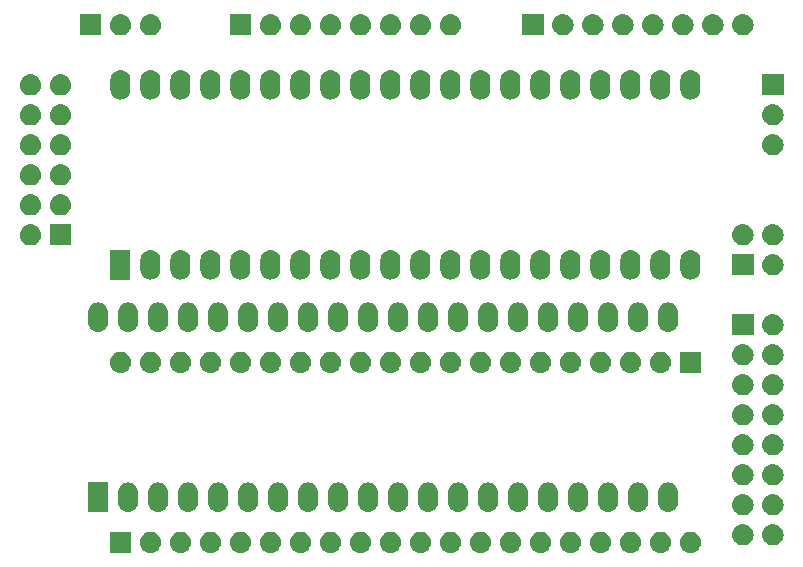
<source format=gbr>
G04 #@! TF.GenerationSoftware,KiCad,Pcbnew,5.0.2-bee76a0~70~ubuntu16.04.1*
G04 #@! TF.CreationDate,2019-06-09T20:50:42+02:00*
G04 #@! TF.ProjectId,VIAxe,56494178-652e-46b6-9963-61645f706362,rev?*
G04 #@! TF.SameCoordinates,Original*
G04 #@! TF.FileFunction,Soldermask,Bot*
G04 #@! TF.FilePolarity,Negative*
%FSLAX46Y46*%
G04 Gerber Fmt 4.6, Leading zero omitted, Abs format (unit mm)*
G04 Created by KiCad (PCBNEW 5.0.2-bee76a0~70~ubuntu16.04.1) date nie, 9 cze 2019, 20:50:42*
%MOMM*%
%LPD*%
G01*
G04 APERTURE LIST*
%ADD10C,0.100000*%
G04 APERTURE END LIST*
D10*
G36*
X95360443Y-94990519D02*
X95426627Y-94997037D01*
X95539853Y-95031384D01*
X95596467Y-95048557D01*
X95735087Y-95122652D01*
X95752991Y-95132222D01*
X95788729Y-95161552D01*
X95890186Y-95244814D01*
X95973448Y-95346271D01*
X96002778Y-95382009D01*
X96002779Y-95382011D01*
X96086443Y-95538533D01*
X96086443Y-95538534D01*
X96137963Y-95708373D01*
X96155359Y-95885000D01*
X96137963Y-96061627D01*
X96130435Y-96086443D01*
X96086443Y-96231467D01*
X96012348Y-96370087D01*
X96002778Y-96387991D01*
X95973448Y-96423729D01*
X95890186Y-96525186D01*
X95788729Y-96608448D01*
X95752991Y-96637778D01*
X95752989Y-96637779D01*
X95596467Y-96721443D01*
X95539853Y-96738616D01*
X95426627Y-96772963D01*
X95360442Y-96779482D01*
X95294260Y-96786000D01*
X95205740Y-96786000D01*
X95139558Y-96779482D01*
X95073373Y-96772963D01*
X94960147Y-96738616D01*
X94903533Y-96721443D01*
X94747011Y-96637779D01*
X94747009Y-96637778D01*
X94711271Y-96608448D01*
X94609814Y-96525186D01*
X94526552Y-96423729D01*
X94497222Y-96387991D01*
X94487652Y-96370087D01*
X94413557Y-96231467D01*
X94369565Y-96086443D01*
X94362037Y-96061627D01*
X94344641Y-95885000D01*
X94362037Y-95708373D01*
X94413557Y-95538534D01*
X94413557Y-95538533D01*
X94497221Y-95382011D01*
X94497222Y-95382009D01*
X94526552Y-95346271D01*
X94609814Y-95244814D01*
X94711271Y-95161552D01*
X94747009Y-95132222D01*
X94764913Y-95122652D01*
X94903533Y-95048557D01*
X94960147Y-95031384D01*
X95073373Y-94997037D01*
X95139557Y-94990519D01*
X95205740Y-94984000D01*
X95294260Y-94984000D01*
X95360443Y-94990519D01*
X95360443Y-94990519D01*
G37*
G36*
X69960443Y-94990519D02*
X70026627Y-94997037D01*
X70139853Y-95031384D01*
X70196467Y-95048557D01*
X70335087Y-95122652D01*
X70352991Y-95132222D01*
X70388729Y-95161552D01*
X70490186Y-95244814D01*
X70573448Y-95346271D01*
X70602778Y-95382009D01*
X70602779Y-95382011D01*
X70686443Y-95538533D01*
X70686443Y-95538534D01*
X70737963Y-95708373D01*
X70755359Y-95885000D01*
X70737963Y-96061627D01*
X70730435Y-96086443D01*
X70686443Y-96231467D01*
X70612348Y-96370087D01*
X70602778Y-96387991D01*
X70573448Y-96423729D01*
X70490186Y-96525186D01*
X70388729Y-96608448D01*
X70352991Y-96637778D01*
X70352989Y-96637779D01*
X70196467Y-96721443D01*
X70139853Y-96738616D01*
X70026627Y-96772963D01*
X69960442Y-96779482D01*
X69894260Y-96786000D01*
X69805740Y-96786000D01*
X69739558Y-96779482D01*
X69673373Y-96772963D01*
X69560147Y-96738616D01*
X69503533Y-96721443D01*
X69347011Y-96637779D01*
X69347009Y-96637778D01*
X69311271Y-96608448D01*
X69209814Y-96525186D01*
X69126552Y-96423729D01*
X69097222Y-96387991D01*
X69087652Y-96370087D01*
X69013557Y-96231467D01*
X68969565Y-96086443D01*
X68962037Y-96061627D01*
X68944641Y-95885000D01*
X68962037Y-95708373D01*
X69013557Y-95538534D01*
X69013557Y-95538533D01*
X69097221Y-95382011D01*
X69097222Y-95382009D01*
X69126552Y-95346271D01*
X69209814Y-95244814D01*
X69311271Y-95161552D01*
X69347009Y-95132222D01*
X69364913Y-95122652D01*
X69503533Y-95048557D01*
X69560147Y-95031384D01*
X69673373Y-94997037D01*
X69739557Y-94990519D01*
X69805740Y-94984000D01*
X69894260Y-94984000D01*
X69960443Y-94990519D01*
X69960443Y-94990519D01*
G37*
G36*
X47891000Y-96786000D02*
X46089000Y-96786000D01*
X46089000Y-94984000D01*
X47891000Y-94984000D01*
X47891000Y-96786000D01*
X47891000Y-96786000D01*
G37*
G36*
X49640443Y-94990519D02*
X49706627Y-94997037D01*
X49819853Y-95031384D01*
X49876467Y-95048557D01*
X50015087Y-95122652D01*
X50032991Y-95132222D01*
X50068729Y-95161552D01*
X50170186Y-95244814D01*
X50253448Y-95346271D01*
X50282778Y-95382009D01*
X50282779Y-95382011D01*
X50366443Y-95538533D01*
X50366443Y-95538534D01*
X50417963Y-95708373D01*
X50435359Y-95885000D01*
X50417963Y-96061627D01*
X50410435Y-96086443D01*
X50366443Y-96231467D01*
X50292348Y-96370087D01*
X50282778Y-96387991D01*
X50253448Y-96423729D01*
X50170186Y-96525186D01*
X50068729Y-96608448D01*
X50032991Y-96637778D01*
X50032989Y-96637779D01*
X49876467Y-96721443D01*
X49819853Y-96738616D01*
X49706627Y-96772963D01*
X49640442Y-96779482D01*
X49574260Y-96786000D01*
X49485740Y-96786000D01*
X49419558Y-96779482D01*
X49353373Y-96772963D01*
X49240147Y-96738616D01*
X49183533Y-96721443D01*
X49027011Y-96637779D01*
X49027009Y-96637778D01*
X48991271Y-96608448D01*
X48889814Y-96525186D01*
X48806552Y-96423729D01*
X48777222Y-96387991D01*
X48767652Y-96370087D01*
X48693557Y-96231467D01*
X48649565Y-96086443D01*
X48642037Y-96061627D01*
X48624641Y-95885000D01*
X48642037Y-95708373D01*
X48693557Y-95538534D01*
X48693557Y-95538533D01*
X48777221Y-95382011D01*
X48777222Y-95382009D01*
X48806552Y-95346271D01*
X48889814Y-95244814D01*
X48991271Y-95161552D01*
X49027009Y-95132222D01*
X49044913Y-95122652D01*
X49183533Y-95048557D01*
X49240147Y-95031384D01*
X49353373Y-94997037D01*
X49419557Y-94990519D01*
X49485740Y-94984000D01*
X49574260Y-94984000D01*
X49640443Y-94990519D01*
X49640443Y-94990519D01*
G37*
G36*
X52180443Y-94990519D02*
X52246627Y-94997037D01*
X52359853Y-95031384D01*
X52416467Y-95048557D01*
X52555087Y-95122652D01*
X52572991Y-95132222D01*
X52608729Y-95161552D01*
X52710186Y-95244814D01*
X52793448Y-95346271D01*
X52822778Y-95382009D01*
X52822779Y-95382011D01*
X52906443Y-95538533D01*
X52906443Y-95538534D01*
X52957963Y-95708373D01*
X52975359Y-95885000D01*
X52957963Y-96061627D01*
X52950435Y-96086443D01*
X52906443Y-96231467D01*
X52832348Y-96370087D01*
X52822778Y-96387991D01*
X52793448Y-96423729D01*
X52710186Y-96525186D01*
X52608729Y-96608448D01*
X52572991Y-96637778D01*
X52572989Y-96637779D01*
X52416467Y-96721443D01*
X52359853Y-96738616D01*
X52246627Y-96772963D01*
X52180442Y-96779482D01*
X52114260Y-96786000D01*
X52025740Y-96786000D01*
X51959558Y-96779482D01*
X51893373Y-96772963D01*
X51780147Y-96738616D01*
X51723533Y-96721443D01*
X51567011Y-96637779D01*
X51567009Y-96637778D01*
X51531271Y-96608448D01*
X51429814Y-96525186D01*
X51346552Y-96423729D01*
X51317222Y-96387991D01*
X51307652Y-96370087D01*
X51233557Y-96231467D01*
X51189565Y-96086443D01*
X51182037Y-96061627D01*
X51164641Y-95885000D01*
X51182037Y-95708373D01*
X51233557Y-95538534D01*
X51233557Y-95538533D01*
X51317221Y-95382011D01*
X51317222Y-95382009D01*
X51346552Y-95346271D01*
X51429814Y-95244814D01*
X51531271Y-95161552D01*
X51567009Y-95132222D01*
X51584913Y-95122652D01*
X51723533Y-95048557D01*
X51780147Y-95031384D01*
X51893373Y-94997037D01*
X51959557Y-94990519D01*
X52025740Y-94984000D01*
X52114260Y-94984000D01*
X52180443Y-94990519D01*
X52180443Y-94990519D01*
G37*
G36*
X54720443Y-94990519D02*
X54786627Y-94997037D01*
X54899853Y-95031384D01*
X54956467Y-95048557D01*
X55095087Y-95122652D01*
X55112991Y-95132222D01*
X55148729Y-95161552D01*
X55250186Y-95244814D01*
X55333448Y-95346271D01*
X55362778Y-95382009D01*
X55362779Y-95382011D01*
X55446443Y-95538533D01*
X55446443Y-95538534D01*
X55497963Y-95708373D01*
X55515359Y-95885000D01*
X55497963Y-96061627D01*
X55490435Y-96086443D01*
X55446443Y-96231467D01*
X55372348Y-96370087D01*
X55362778Y-96387991D01*
X55333448Y-96423729D01*
X55250186Y-96525186D01*
X55148729Y-96608448D01*
X55112991Y-96637778D01*
X55112989Y-96637779D01*
X54956467Y-96721443D01*
X54899853Y-96738616D01*
X54786627Y-96772963D01*
X54720442Y-96779482D01*
X54654260Y-96786000D01*
X54565740Y-96786000D01*
X54499558Y-96779482D01*
X54433373Y-96772963D01*
X54320147Y-96738616D01*
X54263533Y-96721443D01*
X54107011Y-96637779D01*
X54107009Y-96637778D01*
X54071271Y-96608448D01*
X53969814Y-96525186D01*
X53886552Y-96423729D01*
X53857222Y-96387991D01*
X53847652Y-96370087D01*
X53773557Y-96231467D01*
X53729565Y-96086443D01*
X53722037Y-96061627D01*
X53704641Y-95885000D01*
X53722037Y-95708373D01*
X53773557Y-95538534D01*
X53773557Y-95538533D01*
X53857221Y-95382011D01*
X53857222Y-95382009D01*
X53886552Y-95346271D01*
X53969814Y-95244814D01*
X54071271Y-95161552D01*
X54107009Y-95132222D01*
X54124913Y-95122652D01*
X54263533Y-95048557D01*
X54320147Y-95031384D01*
X54433373Y-94997037D01*
X54499557Y-94990519D01*
X54565740Y-94984000D01*
X54654260Y-94984000D01*
X54720443Y-94990519D01*
X54720443Y-94990519D01*
G37*
G36*
X57260443Y-94990519D02*
X57326627Y-94997037D01*
X57439853Y-95031384D01*
X57496467Y-95048557D01*
X57635087Y-95122652D01*
X57652991Y-95132222D01*
X57688729Y-95161552D01*
X57790186Y-95244814D01*
X57873448Y-95346271D01*
X57902778Y-95382009D01*
X57902779Y-95382011D01*
X57986443Y-95538533D01*
X57986443Y-95538534D01*
X58037963Y-95708373D01*
X58055359Y-95885000D01*
X58037963Y-96061627D01*
X58030435Y-96086443D01*
X57986443Y-96231467D01*
X57912348Y-96370087D01*
X57902778Y-96387991D01*
X57873448Y-96423729D01*
X57790186Y-96525186D01*
X57688729Y-96608448D01*
X57652991Y-96637778D01*
X57652989Y-96637779D01*
X57496467Y-96721443D01*
X57439853Y-96738616D01*
X57326627Y-96772963D01*
X57260442Y-96779482D01*
X57194260Y-96786000D01*
X57105740Y-96786000D01*
X57039558Y-96779482D01*
X56973373Y-96772963D01*
X56860147Y-96738616D01*
X56803533Y-96721443D01*
X56647011Y-96637779D01*
X56647009Y-96637778D01*
X56611271Y-96608448D01*
X56509814Y-96525186D01*
X56426552Y-96423729D01*
X56397222Y-96387991D01*
X56387652Y-96370087D01*
X56313557Y-96231467D01*
X56269565Y-96086443D01*
X56262037Y-96061627D01*
X56244641Y-95885000D01*
X56262037Y-95708373D01*
X56313557Y-95538534D01*
X56313557Y-95538533D01*
X56397221Y-95382011D01*
X56397222Y-95382009D01*
X56426552Y-95346271D01*
X56509814Y-95244814D01*
X56611271Y-95161552D01*
X56647009Y-95132222D01*
X56664913Y-95122652D01*
X56803533Y-95048557D01*
X56860147Y-95031384D01*
X56973373Y-94997037D01*
X57039557Y-94990519D01*
X57105740Y-94984000D01*
X57194260Y-94984000D01*
X57260443Y-94990519D01*
X57260443Y-94990519D01*
G37*
G36*
X59800443Y-94990519D02*
X59866627Y-94997037D01*
X59979853Y-95031384D01*
X60036467Y-95048557D01*
X60175087Y-95122652D01*
X60192991Y-95132222D01*
X60228729Y-95161552D01*
X60330186Y-95244814D01*
X60413448Y-95346271D01*
X60442778Y-95382009D01*
X60442779Y-95382011D01*
X60526443Y-95538533D01*
X60526443Y-95538534D01*
X60577963Y-95708373D01*
X60595359Y-95885000D01*
X60577963Y-96061627D01*
X60570435Y-96086443D01*
X60526443Y-96231467D01*
X60452348Y-96370087D01*
X60442778Y-96387991D01*
X60413448Y-96423729D01*
X60330186Y-96525186D01*
X60228729Y-96608448D01*
X60192991Y-96637778D01*
X60192989Y-96637779D01*
X60036467Y-96721443D01*
X59979853Y-96738616D01*
X59866627Y-96772963D01*
X59800442Y-96779482D01*
X59734260Y-96786000D01*
X59645740Y-96786000D01*
X59579558Y-96779482D01*
X59513373Y-96772963D01*
X59400147Y-96738616D01*
X59343533Y-96721443D01*
X59187011Y-96637779D01*
X59187009Y-96637778D01*
X59151271Y-96608448D01*
X59049814Y-96525186D01*
X58966552Y-96423729D01*
X58937222Y-96387991D01*
X58927652Y-96370087D01*
X58853557Y-96231467D01*
X58809565Y-96086443D01*
X58802037Y-96061627D01*
X58784641Y-95885000D01*
X58802037Y-95708373D01*
X58853557Y-95538534D01*
X58853557Y-95538533D01*
X58937221Y-95382011D01*
X58937222Y-95382009D01*
X58966552Y-95346271D01*
X59049814Y-95244814D01*
X59151271Y-95161552D01*
X59187009Y-95132222D01*
X59204913Y-95122652D01*
X59343533Y-95048557D01*
X59400147Y-95031384D01*
X59513373Y-94997037D01*
X59579557Y-94990519D01*
X59645740Y-94984000D01*
X59734260Y-94984000D01*
X59800443Y-94990519D01*
X59800443Y-94990519D01*
G37*
G36*
X62340443Y-94990519D02*
X62406627Y-94997037D01*
X62519853Y-95031384D01*
X62576467Y-95048557D01*
X62715087Y-95122652D01*
X62732991Y-95132222D01*
X62768729Y-95161552D01*
X62870186Y-95244814D01*
X62953448Y-95346271D01*
X62982778Y-95382009D01*
X62982779Y-95382011D01*
X63066443Y-95538533D01*
X63066443Y-95538534D01*
X63117963Y-95708373D01*
X63135359Y-95885000D01*
X63117963Y-96061627D01*
X63110435Y-96086443D01*
X63066443Y-96231467D01*
X62992348Y-96370087D01*
X62982778Y-96387991D01*
X62953448Y-96423729D01*
X62870186Y-96525186D01*
X62768729Y-96608448D01*
X62732991Y-96637778D01*
X62732989Y-96637779D01*
X62576467Y-96721443D01*
X62519853Y-96738616D01*
X62406627Y-96772963D01*
X62340442Y-96779482D01*
X62274260Y-96786000D01*
X62185740Y-96786000D01*
X62119558Y-96779482D01*
X62053373Y-96772963D01*
X61940147Y-96738616D01*
X61883533Y-96721443D01*
X61727011Y-96637779D01*
X61727009Y-96637778D01*
X61691271Y-96608448D01*
X61589814Y-96525186D01*
X61506552Y-96423729D01*
X61477222Y-96387991D01*
X61467652Y-96370087D01*
X61393557Y-96231467D01*
X61349565Y-96086443D01*
X61342037Y-96061627D01*
X61324641Y-95885000D01*
X61342037Y-95708373D01*
X61393557Y-95538534D01*
X61393557Y-95538533D01*
X61477221Y-95382011D01*
X61477222Y-95382009D01*
X61506552Y-95346271D01*
X61589814Y-95244814D01*
X61691271Y-95161552D01*
X61727009Y-95132222D01*
X61744913Y-95122652D01*
X61883533Y-95048557D01*
X61940147Y-95031384D01*
X62053373Y-94997037D01*
X62119557Y-94990519D01*
X62185740Y-94984000D01*
X62274260Y-94984000D01*
X62340443Y-94990519D01*
X62340443Y-94990519D01*
G37*
G36*
X64880443Y-94990519D02*
X64946627Y-94997037D01*
X65059853Y-95031384D01*
X65116467Y-95048557D01*
X65255087Y-95122652D01*
X65272991Y-95132222D01*
X65308729Y-95161552D01*
X65410186Y-95244814D01*
X65493448Y-95346271D01*
X65522778Y-95382009D01*
X65522779Y-95382011D01*
X65606443Y-95538533D01*
X65606443Y-95538534D01*
X65657963Y-95708373D01*
X65675359Y-95885000D01*
X65657963Y-96061627D01*
X65650435Y-96086443D01*
X65606443Y-96231467D01*
X65532348Y-96370087D01*
X65522778Y-96387991D01*
X65493448Y-96423729D01*
X65410186Y-96525186D01*
X65308729Y-96608448D01*
X65272991Y-96637778D01*
X65272989Y-96637779D01*
X65116467Y-96721443D01*
X65059853Y-96738616D01*
X64946627Y-96772963D01*
X64880442Y-96779482D01*
X64814260Y-96786000D01*
X64725740Y-96786000D01*
X64659558Y-96779482D01*
X64593373Y-96772963D01*
X64480147Y-96738616D01*
X64423533Y-96721443D01*
X64267011Y-96637779D01*
X64267009Y-96637778D01*
X64231271Y-96608448D01*
X64129814Y-96525186D01*
X64046552Y-96423729D01*
X64017222Y-96387991D01*
X64007652Y-96370087D01*
X63933557Y-96231467D01*
X63889565Y-96086443D01*
X63882037Y-96061627D01*
X63864641Y-95885000D01*
X63882037Y-95708373D01*
X63933557Y-95538534D01*
X63933557Y-95538533D01*
X64017221Y-95382011D01*
X64017222Y-95382009D01*
X64046552Y-95346271D01*
X64129814Y-95244814D01*
X64231271Y-95161552D01*
X64267009Y-95132222D01*
X64284913Y-95122652D01*
X64423533Y-95048557D01*
X64480147Y-95031384D01*
X64593373Y-94997037D01*
X64659557Y-94990519D01*
X64725740Y-94984000D01*
X64814260Y-94984000D01*
X64880443Y-94990519D01*
X64880443Y-94990519D01*
G37*
G36*
X67420443Y-94990519D02*
X67486627Y-94997037D01*
X67599853Y-95031384D01*
X67656467Y-95048557D01*
X67795087Y-95122652D01*
X67812991Y-95132222D01*
X67848729Y-95161552D01*
X67950186Y-95244814D01*
X68033448Y-95346271D01*
X68062778Y-95382009D01*
X68062779Y-95382011D01*
X68146443Y-95538533D01*
X68146443Y-95538534D01*
X68197963Y-95708373D01*
X68215359Y-95885000D01*
X68197963Y-96061627D01*
X68190435Y-96086443D01*
X68146443Y-96231467D01*
X68072348Y-96370087D01*
X68062778Y-96387991D01*
X68033448Y-96423729D01*
X67950186Y-96525186D01*
X67848729Y-96608448D01*
X67812991Y-96637778D01*
X67812989Y-96637779D01*
X67656467Y-96721443D01*
X67599853Y-96738616D01*
X67486627Y-96772963D01*
X67420442Y-96779482D01*
X67354260Y-96786000D01*
X67265740Y-96786000D01*
X67199558Y-96779482D01*
X67133373Y-96772963D01*
X67020147Y-96738616D01*
X66963533Y-96721443D01*
X66807011Y-96637779D01*
X66807009Y-96637778D01*
X66771271Y-96608448D01*
X66669814Y-96525186D01*
X66586552Y-96423729D01*
X66557222Y-96387991D01*
X66547652Y-96370087D01*
X66473557Y-96231467D01*
X66429565Y-96086443D01*
X66422037Y-96061627D01*
X66404641Y-95885000D01*
X66422037Y-95708373D01*
X66473557Y-95538534D01*
X66473557Y-95538533D01*
X66557221Y-95382011D01*
X66557222Y-95382009D01*
X66586552Y-95346271D01*
X66669814Y-95244814D01*
X66771271Y-95161552D01*
X66807009Y-95132222D01*
X66824913Y-95122652D01*
X66963533Y-95048557D01*
X67020147Y-95031384D01*
X67133373Y-94997037D01*
X67199557Y-94990519D01*
X67265740Y-94984000D01*
X67354260Y-94984000D01*
X67420443Y-94990519D01*
X67420443Y-94990519D01*
G37*
G36*
X75040443Y-94990519D02*
X75106627Y-94997037D01*
X75219853Y-95031384D01*
X75276467Y-95048557D01*
X75415087Y-95122652D01*
X75432991Y-95132222D01*
X75468729Y-95161552D01*
X75570186Y-95244814D01*
X75653448Y-95346271D01*
X75682778Y-95382009D01*
X75682779Y-95382011D01*
X75766443Y-95538533D01*
X75766443Y-95538534D01*
X75817963Y-95708373D01*
X75835359Y-95885000D01*
X75817963Y-96061627D01*
X75810435Y-96086443D01*
X75766443Y-96231467D01*
X75692348Y-96370087D01*
X75682778Y-96387991D01*
X75653448Y-96423729D01*
X75570186Y-96525186D01*
X75468729Y-96608448D01*
X75432991Y-96637778D01*
X75432989Y-96637779D01*
X75276467Y-96721443D01*
X75219853Y-96738616D01*
X75106627Y-96772963D01*
X75040442Y-96779482D01*
X74974260Y-96786000D01*
X74885740Y-96786000D01*
X74819558Y-96779482D01*
X74753373Y-96772963D01*
X74640147Y-96738616D01*
X74583533Y-96721443D01*
X74427011Y-96637779D01*
X74427009Y-96637778D01*
X74391271Y-96608448D01*
X74289814Y-96525186D01*
X74206552Y-96423729D01*
X74177222Y-96387991D01*
X74167652Y-96370087D01*
X74093557Y-96231467D01*
X74049565Y-96086443D01*
X74042037Y-96061627D01*
X74024641Y-95885000D01*
X74042037Y-95708373D01*
X74093557Y-95538534D01*
X74093557Y-95538533D01*
X74177221Y-95382011D01*
X74177222Y-95382009D01*
X74206552Y-95346271D01*
X74289814Y-95244814D01*
X74391271Y-95161552D01*
X74427009Y-95132222D01*
X74444913Y-95122652D01*
X74583533Y-95048557D01*
X74640147Y-95031384D01*
X74753373Y-94997037D01*
X74819557Y-94990519D01*
X74885740Y-94984000D01*
X74974260Y-94984000D01*
X75040443Y-94990519D01*
X75040443Y-94990519D01*
G37*
G36*
X77580443Y-94990519D02*
X77646627Y-94997037D01*
X77759853Y-95031384D01*
X77816467Y-95048557D01*
X77955087Y-95122652D01*
X77972991Y-95132222D01*
X78008729Y-95161552D01*
X78110186Y-95244814D01*
X78193448Y-95346271D01*
X78222778Y-95382009D01*
X78222779Y-95382011D01*
X78306443Y-95538533D01*
X78306443Y-95538534D01*
X78357963Y-95708373D01*
X78375359Y-95885000D01*
X78357963Y-96061627D01*
X78350435Y-96086443D01*
X78306443Y-96231467D01*
X78232348Y-96370087D01*
X78222778Y-96387991D01*
X78193448Y-96423729D01*
X78110186Y-96525186D01*
X78008729Y-96608448D01*
X77972991Y-96637778D01*
X77972989Y-96637779D01*
X77816467Y-96721443D01*
X77759853Y-96738616D01*
X77646627Y-96772963D01*
X77580442Y-96779482D01*
X77514260Y-96786000D01*
X77425740Y-96786000D01*
X77359558Y-96779482D01*
X77293373Y-96772963D01*
X77180147Y-96738616D01*
X77123533Y-96721443D01*
X76967011Y-96637779D01*
X76967009Y-96637778D01*
X76931271Y-96608448D01*
X76829814Y-96525186D01*
X76746552Y-96423729D01*
X76717222Y-96387991D01*
X76707652Y-96370087D01*
X76633557Y-96231467D01*
X76589565Y-96086443D01*
X76582037Y-96061627D01*
X76564641Y-95885000D01*
X76582037Y-95708373D01*
X76633557Y-95538534D01*
X76633557Y-95538533D01*
X76717221Y-95382011D01*
X76717222Y-95382009D01*
X76746552Y-95346271D01*
X76829814Y-95244814D01*
X76931271Y-95161552D01*
X76967009Y-95132222D01*
X76984913Y-95122652D01*
X77123533Y-95048557D01*
X77180147Y-95031384D01*
X77293373Y-94997037D01*
X77359557Y-94990519D01*
X77425740Y-94984000D01*
X77514260Y-94984000D01*
X77580443Y-94990519D01*
X77580443Y-94990519D01*
G37*
G36*
X80120443Y-94990519D02*
X80186627Y-94997037D01*
X80299853Y-95031384D01*
X80356467Y-95048557D01*
X80495087Y-95122652D01*
X80512991Y-95132222D01*
X80548729Y-95161552D01*
X80650186Y-95244814D01*
X80733448Y-95346271D01*
X80762778Y-95382009D01*
X80762779Y-95382011D01*
X80846443Y-95538533D01*
X80846443Y-95538534D01*
X80897963Y-95708373D01*
X80915359Y-95885000D01*
X80897963Y-96061627D01*
X80890435Y-96086443D01*
X80846443Y-96231467D01*
X80772348Y-96370087D01*
X80762778Y-96387991D01*
X80733448Y-96423729D01*
X80650186Y-96525186D01*
X80548729Y-96608448D01*
X80512991Y-96637778D01*
X80512989Y-96637779D01*
X80356467Y-96721443D01*
X80299853Y-96738616D01*
X80186627Y-96772963D01*
X80120442Y-96779482D01*
X80054260Y-96786000D01*
X79965740Y-96786000D01*
X79899558Y-96779482D01*
X79833373Y-96772963D01*
X79720147Y-96738616D01*
X79663533Y-96721443D01*
X79507011Y-96637779D01*
X79507009Y-96637778D01*
X79471271Y-96608448D01*
X79369814Y-96525186D01*
X79286552Y-96423729D01*
X79257222Y-96387991D01*
X79247652Y-96370087D01*
X79173557Y-96231467D01*
X79129565Y-96086443D01*
X79122037Y-96061627D01*
X79104641Y-95885000D01*
X79122037Y-95708373D01*
X79173557Y-95538534D01*
X79173557Y-95538533D01*
X79257221Y-95382011D01*
X79257222Y-95382009D01*
X79286552Y-95346271D01*
X79369814Y-95244814D01*
X79471271Y-95161552D01*
X79507009Y-95132222D01*
X79524913Y-95122652D01*
X79663533Y-95048557D01*
X79720147Y-95031384D01*
X79833373Y-94997037D01*
X79899557Y-94990519D01*
X79965740Y-94984000D01*
X80054260Y-94984000D01*
X80120443Y-94990519D01*
X80120443Y-94990519D01*
G37*
G36*
X82660443Y-94990519D02*
X82726627Y-94997037D01*
X82839853Y-95031384D01*
X82896467Y-95048557D01*
X83035087Y-95122652D01*
X83052991Y-95132222D01*
X83088729Y-95161552D01*
X83190186Y-95244814D01*
X83273448Y-95346271D01*
X83302778Y-95382009D01*
X83302779Y-95382011D01*
X83386443Y-95538533D01*
X83386443Y-95538534D01*
X83437963Y-95708373D01*
X83455359Y-95885000D01*
X83437963Y-96061627D01*
X83430435Y-96086443D01*
X83386443Y-96231467D01*
X83312348Y-96370087D01*
X83302778Y-96387991D01*
X83273448Y-96423729D01*
X83190186Y-96525186D01*
X83088729Y-96608448D01*
X83052991Y-96637778D01*
X83052989Y-96637779D01*
X82896467Y-96721443D01*
X82839853Y-96738616D01*
X82726627Y-96772963D01*
X82660442Y-96779482D01*
X82594260Y-96786000D01*
X82505740Y-96786000D01*
X82439558Y-96779482D01*
X82373373Y-96772963D01*
X82260147Y-96738616D01*
X82203533Y-96721443D01*
X82047011Y-96637779D01*
X82047009Y-96637778D01*
X82011271Y-96608448D01*
X81909814Y-96525186D01*
X81826552Y-96423729D01*
X81797222Y-96387991D01*
X81787652Y-96370087D01*
X81713557Y-96231467D01*
X81669565Y-96086443D01*
X81662037Y-96061627D01*
X81644641Y-95885000D01*
X81662037Y-95708373D01*
X81713557Y-95538534D01*
X81713557Y-95538533D01*
X81797221Y-95382011D01*
X81797222Y-95382009D01*
X81826552Y-95346271D01*
X81909814Y-95244814D01*
X82011271Y-95161552D01*
X82047009Y-95132222D01*
X82064913Y-95122652D01*
X82203533Y-95048557D01*
X82260147Y-95031384D01*
X82373373Y-94997037D01*
X82439557Y-94990519D01*
X82505740Y-94984000D01*
X82594260Y-94984000D01*
X82660443Y-94990519D01*
X82660443Y-94990519D01*
G37*
G36*
X85200443Y-94990519D02*
X85266627Y-94997037D01*
X85379853Y-95031384D01*
X85436467Y-95048557D01*
X85575087Y-95122652D01*
X85592991Y-95132222D01*
X85628729Y-95161552D01*
X85730186Y-95244814D01*
X85813448Y-95346271D01*
X85842778Y-95382009D01*
X85842779Y-95382011D01*
X85926443Y-95538533D01*
X85926443Y-95538534D01*
X85977963Y-95708373D01*
X85995359Y-95885000D01*
X85977963Y-96061627D01*
X85970435Y-96086443D01*
X85926443Y-96231467D01*
X85852348Y-96370087D01*
X85842778Y-96387991D01*
X85813448Y-96423729D01*
X85730186Y-96525186D01*
X85628729Y-96608448D01*
X85592991Y-96637778D01*
X85592989Y-96637779D01*
X85436467Y-96721443D01*
X85379853Y-96738616D01*
X85266627Y-96772963D01*
X85200442Y-96779482D01*
X85134260Y-96786000D01*
X85045740Y-96786000D01*
X84979558Y-96779482D01*
X84913373Y-96772963D01*
X84800147Y-96738616D01*
X84743533Y-96721443D01*
X84587011Y-96637779D01*
X84587009Y-96637778D01*
X84551271Y-96608448D01*
X84449814Y-96525186D01*
X84366552Y-96423729D01*
X84337222Y-96387991D01*
X84327652Y-96370087D01*
X84253557Y-96231467D01*
X84209565Y-96086443D01*
X84202037Y-96061627D01*
X84184641Y-95885000D01*
X84202037Y-95708373D01*
X84253557Y-95538534D01*
X84253557Y-95538533D01*
X84337221Y-95382011D01*
X84337222Y-95382009D01*
X84366552Y-95346271D01*
X84449814Y-95244814D01*
X84551271Y-95161552D01*
X84587009Y-95132222D01*
X84604913Y-95122652D01*
X84743533Y-95048557D01*
X84800147Y-95031384D01*
X84913373Y-94997037D01*
X84979557Y-94990519D01*
X85045740Y-94984000D01*
X85134260Y-94984000D01*
X85200443Y-94990519D01*
X85200443Y-94990519D01*
G37*
G36*
X87740443Y-94990519D02*
X87806627Y-94997037D01*
X87919853Y-95031384D01*
X87976467Y-95048557D01*
X88115087Y-95122652D01*
X88132991Y-95132222D01*
X88168729Y-95161552D01*
X88270186Y-95244814D01*
X88353448Y-95346271D01*
X88382778Y-95382009D01*
X88382779Y-95382011D01*
X88466443Y-95538533D01*
X88466443Y-95538534D01*
X88517963Y-95708373D01*
X88535359Y-95885000D01*
X88517963Y-96061627D01*
X88510435Y-96086443D01*
X88466443Y-96231467D01*
X88392348Y-96370087D01*
X88382778Y-96387991D01*
X88353448Y-96423729D01*
X88270186Y-96525186D01*
X88168729Y-96608448D01*
X88132991Y-96637778D01*
X88132989Y-96637779D01*
X87976467Y-96721443D01*
X87919853Y-96738616D01*
X87806627Y-96772963D01*
X87740442Y-96779482D01*
X87674260Y-96786000D01*
X87585740Y-96786000D01*
X87519558Y-96779482D01*
X87453373Y-96772963D01*
X87340147Y-96738616D01*
X87283533Y-96721443D01*
X87127011Y-96637779D01*
X87127009Y-96637778D01*
X87091271Y-96608448D01*
X86989814Y-96525186D01*
X86906552Y-96423729D01*
X86877222Y-96387991D01*
X86867652Y-96370087D01*
X86793557Y-96231467D01*
X86749565Y-96086443D01*
X86742037Y-96061627D01*
X86724641Y-95885000D01*
X86742037Y-95708373D01*
X86793557Y-95538534D01*
X86793557Y-95538533D01*
X86877221Y-95382011D01*
X86877222Y-95382009D01*
X86906552Y-95346271D01*
X86989814Y-95244814D01*
X87091271Y-95161552D01*
X87127009Y-95132222D01*
X87144913Y-95122652D01*
X87283533Y-95048557D01*
X87340147Y-95031384D01*
X87453373Y-94997037D01*
X87519557Y-94990519D01*
X87585740Y-94984000D01*
X87674260Y-94984000D01*
X87740443Y-94990519D01*
X87740443Y-94990519D01*
G37*
G36*
X90280443Y-94990519D02*
X90346627Y-94997037D01*
X90459853Y-95031384D01*
X90516467Y-95048557D01*
X90655087Y-95122652D01*
X90672991Y-95132222D01*
X90708729Y-95161552D01*
X90810186Y-95244814D01*
X90893448Y-95346271D01*
X90922778Y-95382009D01*
X90922779Y-95382011D01*
X91006443Y-95538533D01*
X91006443Y-95538534D01*
X91057963Y-95708373D01*
X91075359Y-95885000D01*
X91057963Y-96061627D01*
X91050435Y-96086443D01*
X91006443Y-96231467D01*
X90932348Y-96370087D01*
X90922778Y-96387991D01*
X90893448Y-96423729D01*
X90810186Y-96525186D01*
X90708729Y-96608448D01*
X90672991Y-96637778D01*
X90672989Y-96637779D01*
X90516467Y-96721443D01*
X90459853Y-96738616D01*
X90346627Y-96772963D01*
X90280442Y-96779482D01*
X90214260Y-96786000D01*
X90125740Y-96786000D01*
X90059558Y-96779482D01*
X89993373Y-96772963D01*
X89880147Y-96738616D01*
X89823533Y-96721443D01*
X89667011Y-96637779D01*
X89667009Y-96637778D01*
X89631271Y-96608448D01*
X89529814Y-96525186D01*
X89446552Y-96423729D01*
X89417222Y-96387991D01*
X89407652Y-96370087D01*
X89333557Y-96231467D01*
X89289565Y-96086443D01*
X89282037Y-96061627D01*
X89264641Y-95885000D01*
X89282037Y-95708373D01*
X89333557Y-95538534D01*
X89333557Y-95538533D01*
X89417221Y-95382011D01*
X89417222Y-95382009D01*
X89446552Y-95346271D01*
X89529814Y-95244814D01*
X89631271Y-95161552D01*
X89667009Y-95132222D01*
X89684913Y-95122652D01*
X89823533Y-95048557D01*
X89880147Y-95031384D01*
X89993373Y-94997037D01*
X90059557Y-94990519D01*
X90125740Y-94984000D01*
X90214260Y-94984000D01*
X90280443Y-94990519D01*
X90280443Y-94990519D01*
G37*
G36*
X92820443Y-94990519D02*
X92886627Y-94997037D01*
X92999853Y-95031384D01*
X93056467Y-95048557D01*
X93195087Y-95122652D01*
X93212991Y-95132222D01*
X93248729Y-95161552D01*
X93350186Y-95244814D01*
X93433448Y-95346271D01*
X93462778Y-95382009D01*
X93462779Y-95382011D01*
X93546443Y-95538533D01*
X93546443Y-95538534D01*
X93597963Y-95708373D01*
X93615359Y-95885000D01*
X93597963Y-96061627D01*
X93590435Y-96086443D01*
X93546443Y-96231467D01*
X93472348Y-96370087D01*
X93462778Y-96387991D01*
X93433448Y-96423729D01*
X93350186Y-96525186D01*
X93248729Y-96608448D01*
X93212991Y-96637778D01*
X93212989Y-96637779D01*
X93056467Y-96721443D01*
X92999853Y-96738616D01*
X92886627Y-96772963D01*
X92820442Y-96779482D01*
X92754260Y-96786000D01*
X92665740Y-96786000D01*
X92599558Y-96779482D01*
X92533373Y-96772963D01*
X92420147Y-96738616D01*
X92363533Y-96721443D01*
X92207011Y-96637779D01*
X92207009Y-96637778D01*
X92171271Y-96608448D01*
X92069814Y-96525186D01*
X91986552Y-96423729D01*
X91957222Y-96387991D01*
X91947652Y-96370087D01*
X91873557Y-96231467D01*
X91829565Y-96086443D01*
X91822037Y-96061627D01*
X91804641Y-95885000D01*
X91822037Y-95708373D01*
X91873557Y-95538534D01*
X91873557Y-95538533D01*
X91957221Y-95382011D01*
X91957222Y-95382009D01*
X91986552Y-95346271D01*
X92069814Y-95244814D01*
X92171271Y-95161552D01*
X92207009Y-95132222D01*
X92224913Y-95122652D01*
X92363533Y-95048557D01*
X92420147Y-95031384D01*
X92533373Y-94997037D01*
X92599557Y-94990519D01*
X92665740Y-94984000D01*
X92754260Y-94984000D01*
X92820443Y-94990519D01*
X92820443Y-94990519D01*
G37*
G36*
X72500443Y-94990519D02*
X72566627Y-94997037D01*
X72679853Y-95031384D01*
X72736467Y-95048557D01*
X72875087Y-95122652D01*
X72892991Y-95132222D01*
X72928729Y-95161552D01*
X73030186Y-95244814D01*
X73113448Y-95346271D01*
X73142778Y-95382009D01*
X73142779Y-95382011D01*
X73226443Y-95538533D01*
X73226443Y-95538534D01*
X73277963Y-95708373D01*
X73295359Y-95885000D01*
X73277963Y-96061627D01*
X73270435Y-96086443D01*
X73226443Y-96231467D01*
X73152348Y-96370087D01*
X73142778Y-96387991D01*
X73113448Y-96423729D01*
X73030186Y-96525186D01*
X72928729Y-96608448D01*
X72892991Y-96637778D01*
X72892989Y-96637779D01*
X72736467Y-96721443D01*
X72679853Y-96738616D01*
X72566627Y-96772963D01*
X72500442Y-96779482D01*
X72434260Y-96786000D01*
X72345740Y-96786000D01*
X72279558Y-96779482D01*
X72213373Y-96772963D01*
X72100147Y-96738616D01*
X72043533Y-96721443D01*
X71887011Y-96637779D01*
X71887009Y-96637778D01*
X71851271Y-96608448D01*
X71749814Y-96525186D01*
X71666552Y-96423729D01*
X71637222Y-96387991D01*
X71627652Y-96370087D01*
X71553557Y-96231467D01*
X71509565Y-96086443D01*
X71502037Y-96061627D01*
X71484641Y-95885000D01*
X71502037Y-95708373D01*
X71553557Y-95538534D01*
X71553557Y-95538533D01*
X71637221Y-95382011D01*
X71637222Y-95382009D01*
X71666552Y-95346271D01*
X71749814Y-95244814D01*
X71851271Y-95161552D01*
X71887009Y-95132222D01*
X71904913Y-95122652D01*
X72043533Y-95048557D01*
X72100147Y-95031384D01*
X72213373Y-94997037D01*
X72279557Y-94990519D01*
X72345740Y-94984000D01*
X72434260Y-94984000D01*
X72500443Y-94990519D01*
X72500443Y-94990519D01*
G37*
G36*
X102345442Y-94355518D02*
X102411627Y-94362037D01*
X102524853Y-94396384D01*
X102581467Y-94413557D01*
X102720087Y-94487652D01*
X102737991Y-94497222D01*
X102773729Y-94526552D01*
X102875186Y-94609814D01*
X102958448Y-94711271D01*
X102987778Y-94747009D01*
X102987779Y-94747011D01*
X103071443Y-94903533D01*
X103071443Y-94903534D01*
X103122963Y-95073373D01*
X103140359Y-95250000D01*
X103122963Y-95426627D01*
X103089017Y-95538533D01*
X103071443Y-95596467D01*
X103011627Y-95708373D01*
X102987778Y-95752991D01*
X102958448Y-95788729D01*
X102875186Y-95890186D01*
X102773729Y-95973448D01*
X102737991Y-96002778D01*
X102737989Y-96002779D01*
X102581467Y-96086443D01*
X102524853Y-96103616D01*
X102411627Y-96137963D01*
X102345443Y-96144481D01*
X102279260Y-96151000D01*
X102190740Y-96151000D01*
X102124558Y-96144482D01*
X102058373Y-96137963D01*
X101945147Y-96103616D01*
X101888533Y-96086443D01*
X101732011Y-96002779D01*
X101732009Y-96002778D01*
X101696271Y-95973448D01*
X101594814Y-95890186D01*
X101511552Y-95788729D01*
X101482222Y-95752991D01*
X101458373Y-95708373D01*
X101398557Y-95596467D01*
X101380983Y-95538533D01*
X101347037Y-95426627D01*
X101329641Y-95250000D01*
X101347037Y-95073373D01*
X101398557Y-94903534D01*
X101398557Y-94903533D01*
X101482221Y-94747011D01*
X101482222Y-94747009D01*
X101511552Y-94711271D01*
X101594814Y-94609814D01*
X101696271Y-94526552D01*
X101732009Y-94497222D01*
X101749913Y-94487652D01*
X101888533Y-94413557D01*
X101945147Y-94396384D01*
X102058373Y-94362037D01*
X102124558Y-94355518D01*
X102190740Y-94349000D01*
X102279260Y-94349000D01*
X102345442Y-94355518D01*
X102345442Y-94355518D01*
G37*
G36*
X99805442Y-94355518D02*
X99871627Y-94362037D01*
X99984853Y-94396384D01*
X100041467Y-94413557D01*
X100180087Y-94487652D01*
X100197991Y-94497222D01*
X100233729Y-94526552D01*
X100335186Y-94609814D01*
X100418448Y-94711271D01*
X100447778Y-94747009D01*
X100447779Y-94747011D01*
X100531443Y-94903533D01*
X100531443Y-94903534D01*
X100582963Y-95073373D01*
X100600359Y-95250000D01*
X100582963Y-95426627D01*
X100549017Y-95538533D01*
X100531443Y-95596467D01*
X100471627Y-95708373D01*
X100447778Y-95752991D01*
X100418448Y-95788729D01*
X100335186Y-95890186D01*
X100233729Y-95973448D01*
X100197991Y-96002778D01*
X100197989Y-96002779D01*
X100041467Y-96086443D01*
X99984853Y-96103616D01*
X99871627Y-96137963D01*
X99805443Y-96144481D01*
X99739260Y-96151000D01*
X99650740Y-96151000D01*
X99584558Y-96144482D01*
X99518373Y-96137963D01*
X99405147Y-96103616D01*
X99348533Y-96086443D01*
X99192011Y-96002779D01*
X99192009Y-96002778D01*
X99156271Y-95973448D01*
X99054814Y-95890186D01*
X98971552Y-95788729D01*
X98942222Y-95752991D01*
X98918373Y-95708373D01*
X98858557Y-95596467D01*
X98840983Y-95538533D01*
X98807037Y-95426627D01*
X98789641Y-95250000D01*
X98807037Y-95073373D01*
X98858557Y-94903534D01*
X98858557Y-94903533D01*
X98942221Y-94747011D01*
X98942222Y-94747009D01*
X98971552Y-94711271D01*
X99054814Y-94609814D01*
X99156271Y-94526552D01*
X99192009Y-94497222D01*
X99209913Y-94487652D01*
X99348533Y-94413557D01*
X99405147Y-94396384D01*
X99518373Y-94362037D01*
X99584558Y-94355518D01*
X99650740Y-94349000D01*
X99739260Y-94349000D01*
X99805442Y-94355518D01*
X99805442Y-94355518D01*
G37*
G36*
X99805442Y-91815518D02*
X99871627Y-91822037D01*
X99984853Y-91856384D01*
X100041467Y-91873557D01*
X100180087Y-91947652D01*
X100197991Y-91957222D01*
X100233729Y-91986552D01*
X100335186Y-92069814D01*
X100418448Y-92171271D01*
X100447778Y-92207009D01*
X100447779Y-92207011D01*
X100531443Y-92363533D01*
X100531443Y-92363534D01*
X100582963Y-92533373D01*
X100600359Y-92710000D01*
X100582963Y-92886627D01*
X100563715Y-92950078D01*
X100531443Y-93056467D01*
X100519046Y-93079659D01*
X100447778Y-93212991D01*
X100418448Y-93248729D01*
X100335186Y-93350186D01*
X100233729Y-93433448D01*
X100197991Y-93462778D01*
X100197989Y-93462779D01*
X100041467Y-93546443D01*
X99984853Y-93563616D01*
X99871627Y-93597963D01*
X99805443Y-93604481D01*
X99739260Y-93611000D01*
X99650740Y-93611000D01*
X99584557Y-93604481D01*
X99518373Y-93597963D01*
X99405147Y-93563616D01*
X99348533Y-93546443D01*
X99192011Y-93462779D01*
X99192009Y-93462778D01*
X99156271Y-93433448D01*
X99054814Y-93350186D01*
X98971552Y-93248729D01*
X98942222Y-93212991D01*
X98870954Y-93079659D01*
X98858557Y-93056467D01*
X98826285Y-92950078D01*
X98807037Y-92886627D01*
X98789641Y-92710000D01*
X98807037Y-92533373D01*
X98858557Y-92363534D01*
X98858557Y-92363533D01*
X98942221Y-92207011D01*
X98942222Y-92207009D01*
X98971552Y-92171271D01*
X99054814Y-92069814D01*
X99156271Y-91986552D01*
X99192009Y-91957222D01*
X99209913Y-91947652D01*
X99348533Y-91873557D01*
X99405147Y-91856384D01*
X99518373Y-91822037D01*
X99584558Y-91815518D01*
X99650740Y-91809000D01*
X99739260Y-91809000D01*
X99805442Y-91815518D01*
X99805442Y-91815518D01*
G37*
G36*
X102345442Y-91815518D02*
X102411627Y-91822037D01*
X102524853Y-91856384D01*
X102581467Y-91873557D01*
X102720087Y-91947652D01*
X102737991Y-91957222D01*
X102773729Y-91986552D01*
X102875186Y-92069814D01*
X102958448Y-92171271D01*
X102987778Y-92207009D01*
X102987779Y-92207011D01*
X103071443Y-92363533D01*
X103071443Y-92363534D01*
X103122963Y-92533373D01*
X103140359Y-92710000D01*
X103122963Y-92886627D01*
X103103715Y-92950078D01*
X103071443Y-93056467D01*
X103059046Y-93079659D01*
X102987778Y-93212991D01*
X102958448Y-93248729D01*
X102875186Y-93350186D01*
X102773729Y-93433448D01*
X102737991Y-93462778D01*
X102737989Y-93462779D01*
X102581467Y-93546443D01*
X102524853Y-93563616D01*
X102411627Y-93597963D01*
X102345443Y-93604481D01*
X102279260Y-93611000D01*
X102190740Y-93611000D01*
X102124557Y-93604481D01*
X102058373Y-93597963D01*
X101945147Y-93563616D01*
X101888533Y-93546443D01*
X101732011Y-93462779D01*
X101732009Y-93462778D01*
X101696271Y-93433448D01*
X101594814Y-93350186D01*
X101511552Y-93248729D01*
X101482222Y-93212991D01*
X101410954Y-93079659D01*
X101398557Y-93056467D01*
X101366285Y-92950078D01*
X101347037Y-92886627D01*
X101329641Y-92710000D01*
X101347037Y-92533373D01*
X101398557Y-92363534D01*
X101398557Y-92363533D01*
X101482221Y-92207011D01*
X101482222Y-92207009D01*
X101511552Y-92171271D01*
X101594814Y-92069814D01*
X101696271Y-91986552D01*
X101732009Y-91957222D01*
X101749913Y-91947652D01*
X101888533Y-91873557D01*
X101945147Y-91856384D01*
X102058373Y-91822037D01*
X102124558Y-91815518D01*
X102190740Y-91809000D01*
X102279260Y-91809000D01*
X102345442Y-91815518D01*
X102345442Y-91815518D01*
G37*
G36*
X93511820Y-90836313D02*
X93511823Y-90836314D01*
X93511824Y-90836314D01*
X93672238Y-90884975D01*
X93672240Y-90884976D01*
X93672243Y-90884977D01*
X93820078Y-90963995D01*
X93949659Y-91070341D01*
X94056005Y-91199922D01*
X94135023Y-91347756D01*
X94183687Y-91508179D01*
X94196000Y-91633196D01*
X94196000Y-92516803D01*
X94183687Y-92641820D01*
X94183686Y-92641822D01*
X94183686Y-92641825D01*
X94163005Y-92710000D01*
X94135023Y-92802244D01*
X94056005Y-92950078D01*
X93949659Y-93079659D01*
X93820078Y-93186005D01*
X93672244Y-93265023D01*
X93672241Y-93265024D01*
X93672239Y-93265025D01*
X93511825Y-93313686D01*
X93511824Y-93313686D01*
X93511821Y-93313687D01*
X93345000Y-93330117D01*
X93178180Y-93313687D01*
X93178177Y-93313686D01*
X93178176Y-93313686D01*
X93017762Y-93265025D01*
X93017760Y-93265024D01*
X93017757Y-93265023D01*
X92869923Y-93186005D01*
X92740342Y-93079659D01*
X92633996Y-92950078D01*
X92554978Y-92802244D01*
X92506314Y-92641821D01*
X92494000Y-92516803D01*
X92494000Y-91633197D01*
X92506313Y-91508180D01*
X92506314Y-91508176D01*
X92554975Y-91347762D01*
X92554976Y-91347760D01*
X92554977Y-91347757D01*
X92633995Y-91199922D01*
X92740341Y-91070341D01*
X92869922Y-90963995D01*
X93017756Y-90884977D01*
X93017759Y-90884976D01*
X93017761Y-90884975D01*
X93178175Y-90836314D01*
X93178176Y-90836314D01*
X93178179Y-90836313D01*
X93345000Y-90819883D01*
X93511820Y-90836313D01*
X93511820Y-90836313D01*
G37*
G36*
X90971820Y-90836313D02*
X90971823Y-90836314D01*
X90971824Y-90836314D01*
X91132238Y-90884975D01*
X91132240Y-90884976D01*
X91132243Y-90884977D01*
X91280078Y-90963995D01*
X91409659Y-91070341D01*
X91516005Y-91199922D01*
X91595023Y-91347756D01*
X91643687Y-91508179D01*
X91656000Y-91633196D01*
X91656000Y-92516803D01*
X91643687Y-92641820D01*
X91643686Y-92641822D01*
X91643686Y-92641825D01*
X91623005Y-92710000D01*
X91595023Y-92802244D01*
X91516005Y-92950078D01*
X91409659Y-93079659D01*
X91280078Y-93186005D01*
X91132244Y-93265023D01*
X91132241Y-93265024D01*
X91132239Y-93265025D01*
X90971825Y-93313686D01*
X90971824Y-93313686D01*
X90971821Y-93313687D01*
X90805000Y-93330117D01*
X90638180Y-93313687D01*
X90638177Y-93313686D01*
X90638176Y-93313686D01*
X90477762Y-93265025D01*
X90477760Y-93265024D01*
X90477757Y-93265023D01*
X90329923Y-93186005D01*
X90200342Y-93079659D01*
X90093996Y-92950078D01*
X90014978Y-92802244D01*
X89966314Y-92641821D01*
X89954000Y-92516803D01*
X89954000Y-91633197D01*
X89966313Y-91508180D01*
X89966314Y-91508176D01*
X90014975Y-91347762D01*
X90014976Y-91347760D01*
X90014977Y-91347757D01*
X90093995Y-91199922D01*
X90200341Y-91070341D01*
X90329922Y-90963995D01*
X90477756Y-90884977D01*
X90477759Y-90884976D01*
X90477761Y-90884975D01*
X90638175Y-90836314D01*
X90638176Y-90836314D01*
X90638179Y-90836313D01*
X90805000Y-90819883D01*
X90971820Y-90836313D01*
X90971820Y-90836313D01*
G37*
G36*
X88431820Y-90836313D02*
X88431823Y-90836314D01*
X88431824Y-90836314D01*
X88592238Y-90884975D01*
X88592240Y-90884976D01*
X88592243Y-90884977D01*
X88740078Y-90963995D01*
X88869659Y-91070341D01*
X88976005Y-91199922D01*
X89055023Y-91347756D01*
X89103687Y-91508179D01*
X89116000Y-91633196D01*
X89116000Y-92516803D01*
X89103687Y-92641820D01*
X89103686Y-92641822D01*
X89103686Y-92641825D01*
X89083005Y-92710000D01*
X89055023Y-92802244D01*
X88976005Y-92950078D01*
X88869659Y-93079659D01*
X88740078Y-93186005D01*
X88592244Y-93265023D01*
X88592241Y-93265024D01*
X88592239Y-93265025D01*
X88431825Y-93313686D01*
X88431824Y-93313686D01*
X88431821Y-93313687D01*
X88265000Y-93330117D01*
X88098180Y-93313687D01*
X88098177Y-93313686D01*
X88098176Y-93313686D01*
X87937762Y-93265025D01*
X87937760Y-93265024D01*
X87937757Y-93265023D01*
X87789923Y-93186005D01*
X87660342Y-93079659D01*
X87553996Y-92950078D01*
X87474978Y-92802244D01*
X87426314Y-92641821D01*
X87414000Y-92516803D01*
X87414000Y-91633197D01*
X87426313Y-91508180D01*
X87426314Y-91508176D01*
X87474975Y-91347762D01*
X87474976Y-91347760D01*
X87474977Y-91347757D01*
X87553995Y-91199922D01*
X87660341Y-91070341D01*
X87789922Y-90963995D01*
X87937756Y-90884977D01*
X87937759Y-90884976D01*
X87937761Y-90884975D01*
X88098175Y-90836314D01*
X88098176Y-90836314D01*
X88098179Y-90836313D01*
X88265000Y-90819883D01*
X88431820Y-90836313D01*
X88431820Y-90836313D01*
G37*
G36*
X52871820Y-90836313D02*
X52871823Y-90836314D01*
X52871824Y-90836314D01*
X53032238Y-90884975D01*
X53032240Y-90884976D01*
X53032243Y-90884977D01*
X53180078Y-90963995D01*
X53309659Y-91070341D01*
X53416005Y-91199922D01*
X53495023Y-91347756D01*
X53543687Y-91508179D01*
X53556000Y-91633196D01*
X53556000Y-92516803D01*
X53543687Y-92641820D01*
X53543686Y-92641822D01*
X53543686Y-92641825D01*
X53523005Y-92710000D01*
X53495023Y-92802244D01*
X53416005Y-92950078D01*
X53309659Y-93079659D01*
X53180078Y-93186005D01*
X53032244Y-93265023D01*
X53032241Y-93265024D01*
X53032239Y-93265025D01*
X52871825Y-93313686D01*
X52871824Y-93313686D01*
X52871821Y-93313687D01*
X52705000Y-93330117D01*
X52538180Y-93313687D01*
X52538177Y-93313686D01*
X52538176Y-93313686D01*
X52377762Y-93265025D01*
X52377760Y-93265024D01*
X52377757Y-93265023D01*
X52229923Y-93186005D01*
X52100342Y-93079659D01*
X51993996Y-92950078D01*
X51914978Y-92802244D01*
X51866314Y-92641821D01*
X51854000Y-92516803D01*
X51854000Y-91633197D01*
X51866313Y-91508180D01*
X51866314Y-91508176D01*
X51914975Y-91347762D01*
X51914976Y-91347760D01*
X51914977Y-91347757D01*
X51993995Y-91199922D01*
X52100341Y-91070341D01*
X52229922Y-90963995D01*
X52377756Y-90884977D01*
X52377759Y-90884976D01*
X52377761Y-90884975D01*
X52538175Y-90836314D01*
X52538176Y-90836314D01*
X52538179Y-90836313D01*
X52705000Y-90819883D01*
X52871820Y-90836313D01*
X52871820Y-90836313D01*
G37*
G36*
X85891820Y-90836313D02*
X85891823Y-90836314D01*
X85891824Y-90836314D01*
X86052238Y-90884975D01*
X86052240Y-90884976D01*
X86052243Y-90884977D01*
X86200078Y-90963995D01*
X86329659Y-91070341D01*
X86436005Y-91199922D01*
X86515023Y-91347756D01*
X86563687Y-91508179D01*
X86576000Y-91633196D01*
X86576000Y-92516803D01*
X86563687Y-92641820D01*
X86563686Y-92641822D01*
X86563686Y-92641825D01*
X86543005Y-92710000D01*
X86515023Y-92802244D01*
X86436005Y-92950078D01*
X86329659Y-93079659D01*
X86200078Y-93186005D01*
X86052244Y-93265023D01*
X86052241Y-93265024D01*
X86052239Y-93265025D01*
X85891825Y-93313686D01*
X85891824Y-93313686D01*
X85891821Y-93313687D01*
X85725000Y-93330117D01*
X85558180Y-93313687D01*
X85558177Y-93313686D01*
X85558176Y-93313686D01*
X85397762Y-93265025D01*
X85397760Y-93265024D01*
X85397757Y-93265023D01*
X85249923Y-93186005D01*
X85120342Y-93079659D01*
X85013996Y-92950078D01*
X84934978Y-92802244D01*
X84886314Y-92641821D01*
X84874000Y-92516803D01*
X84874000Y-91633197D01*
X84886313Y-91508180D01*
X84886314Y-91508176D01*
X84934975Y-91347762D01*
X84934976Y-91347760D01*
X84934977Y-91347757D01*
X85013995Y-91199922D01*
X85120341Y-91070341D01*
X85249922Y-90963995D01*
X85397756Y-90884977D01*
X85397759Y-90884976D01*
X85397761Y-90884975D01*
X85558175Y-90836314D01*
X85558176Y-90836314D01*
X85558179Y-90836313D01*
X85725000Y-90819883D01*
X85891820Y-90836313D01*
X85891820Y-90836313D01*
G37*
G36*
X83351820Y-90836313D02*
X83351823Y-90836314D01*
X83351824Y-90836314D01*
X83512238Y-90884975D01*
X83512240Y-90884976D01*
X83512243Y-90884977D01*
X83660078Y-90963995D01*
X83789659Y-91070341D01*
X83896005Y-91199922D01*
X83975023Y-91347756D01*
X84023687Y-91508179D01*
X84036000Y-91633196D01*
X84036000Y-92516803D01*
X84023687Y-92641820D01*
X84023686Y-92641822D01*
X84023686Y-92641825D01*
X84003005Y-92710000D01*
X83975023Y-92802244D01*
X83896005Y-92950078D01*
X83789659Y-93079659D01*
X83660078Y-93186005D01*
X83512244Y-93265023D01*
X83512241Y-93265024D01*
X83512239Y-93265025D01*
X83351825Y-93313686D01*
X83351824Y-93313686D01*
X83351821Y-93313687D01*
X83185000Y-93330117D01*
X83018180Y-93313687D01*
X83018177Y-93313686D01*
X83018176Y-93313686D01*
X82857762Y-93265025D01*
X82857760Y-93265024D01*
X82857757Y-93265023D01*
X82709923Y-93186005D01*
X82580342Y-93079659D01*
X82473996Y-92950078D01*
X82394978Y-92802244D01*
X82346314Y-92641821D01*
X82334000Y-92516803D01*
X82334000Y-91633197D01*
X82346313Y-91508180D01*
X82346314Y-91508176D01*
X82394975Y-91347762D01*
X82394976Y-91347760D01*
X82394977Y-91347757D01*
X82473995Y-91199922D01*
X82580341Y-91070341D01*
X82709922Y-90963995D01*
X82857756Y-90884977D01*
X82857759Y-90884976D01*
X82857761Y-90884975D01*
X83018175Y-90836314D01*
X83018176Y-90836314D01*
X83018179Y-90836313D01*
X83185000Y-90819883D01*
X83351820Y-90836313D01*
X83351820Y-90836313D01*
G37*
G36*
X80811820Y-90836313D02*
X80811823Y-90836314D01*
X80811824Y-90836314D01*
X80972238Y-90884975D01*
X80972240Y-90884976D01*
X80972243Y-90884977D01*
X81120078Y-90963995D01*
X81249659Y-91070341D01*
X81356005Y-91199922D01*
X81435023Y-91347756D01*
X81483687Y-91508179D01*
X81496000Y-91633196D01*
X81496000Y-92516803D01*
X81483687Y-92641820D01*
X81483686Y-92641822D01*
X81483686Y-92641825D01*
X81463005Y-92710000D01*
X81435023Y-92802244D01*
X81356005Y-92950078D01*
X81249659Y-93079659D01*
X81120078Y-93186005D01*
X80972244Y-93265023D01*
X80972241Y-93265024D01*
X80972239Y-93265025D01*
X80811825Y-93313686D01*
X80811824Y-93313686D01*
X80811821Y-93313687D01*
X80645000Y-93330117D01*
X80478180Y-93313687D01*
X80478177Y-93313686D01*
X80478176Y-93313686D01*
X80317762Y-93265025D01*
X80317760Y-93265024D01*
X80317757Y-93265023D01*
X80169923Y-93186005D01*
X80040342Y-93079659D01*
X79933996Y-92950078D01*
X79854978Y-92802244D01*
X79806314Y-92641821D01*
X79794000Y-92516803D01*
X79794000Y-91633197D01*
X79806313Y-91508180D01*
X79806314Y-91508176D01*
X79854975Y-91347762D01*
X79854976Y-91347760D01*
X79854977Y-91347757D01*
X79933995Y-91199922D01*
X80040341Y-91070341D01*
X80169922Y-90963995D01*
X80317756Y-90884977D01*
X80317759Y-90884976D01*
X80317761Y-90884975D01*
X80478175Y-90836314D01*
X80478176Y-90836314D01*
X80478179Y-90836313D01*
X80645000Y-90819883D01*
X80811820Y-90836313D01*
X80811820Y-90836313D01*
G37*
G36*
X75731820Y-90836313D02*
X75731823Y-90836314D01*
X75731824Y-90836314D01*
X75892238Y-90884975D01*
X75892240Y-90884976D01*
X75892243Y-90884977D01*
X76040078Y-90963995D01*
X76169659Y-91070341D01*
X76276005Y-91199922D01*
X76355023Y-91347756D01*
X76403687Y-91508179D01*
X76416000Y-91633196D01*
X76416000Y-92516803D01*
X76403687Y-92641820D01*
X76403686Y-92641822D01*
X76403686Y-92641825D01*
X76383005Y-92710000D01*
X76355023Y-92802244D01*
X76276005Y-92950078D01*
X76169659Y-93079659D01*
X76040078Y-93186005D01*
X75892244Y-93265023D01*
X75892241Y-93265024D01*
X75892239Y-93265025D01*
X75731825Y-93313686D01*
X75731824Y-93313686D01*
X75731821Y-93313687D01*
X75565000Y-93330117D01*
X75398180Y-93313687D01*
X75398177Y-93313686D01*
X75398176Y-93313686D01*
X75237762Y-93265025D01*
X75237760Y-93265024D01*
X75237757Y-93265023D01*
X75089923Y-93186005D01*
X74960342Y-93079659D01*
X74853996Y-92950078D01*
X74774978Y-92802244D01*
X74726314Y-92641821D01*
X74714000Y-92516803D01*
X74714000Y-91633197D01*
X74726313Y-91508180D01*
X74726314Y-91508176D01*
X74774975Y-91347762D01*
X74774976Y-91347760D01*
X74774977Y-91347757D01*
X74853995Y-91199922D01*
X74960341Y-91070341D01*
X75089922Y-90963995D01*
X75237756Y-90884977D01*
X75237759Y-90884976D01*
X75237761Y-90884975D01*
X75398175Y-90836314D01*
X75398176Y-90836314D01*
X75398179Y-90836313D01*
X75565000Y-90819883D01*
X75731820Y-90836313D01*
X75731820Y-90836313D01*
G37*
G36*
X78271820Y-90836313D02*
X78271823Y-90836314D01*
X78271824Y-90836314D01*
X78432238Y-90884975D01*
X78432240Y-90884976D01*
X78432243Y-90884977D01*
X78580078Y-90963995D01*
X78709659Y-91070341D01*
X78816005Y-91199922D01*
X78895023Y-91347756D01*
X78943687Y-91508179D01*
X78956000Y-91633196D01*
X78956000Y-92516803D01*
X78943687Y-92641820D01*
X78943686Y-92641822D01*
X78943686Y-92641825D01*
X78923005Y-92710000D01*
X78895023Y-92802244D01*
X78816005Y-92950078D01*
X78709659Y-93079659D01*
X78580078Y-93186005D01*
X78432244Y-93265023D01*
X78432241Y-93265024D01*
X78432239Y-93265025D01*
X78271825Y-93313686D01*
X78271824Y-93313686D01*
X78271821Y-93313687D01*
X78105000Y-93330117D01*
X77938180Y-93313687D01*
X77938177Y-93313686D01*
X77938176Y-93313686D01*
X77777762Y-93265025D01*
X77777760Y-93265024D01*
X77777757Y-93265023D01*
X77629923Y-93186005D01*
X77500342Y-93079659D01*
X77393996Y-92950078D01*
X77314978Y-92802244D01*
X77266314Y-92641821D01*
X77254000Y-92516803D01*
X77254000Y-91633197D01*
X77266313Y-91508180D01*
X77266314Y-91508176D01*
X77314975Y-91347762D01*
X77314976Y-91347760D01*
X77314977Y-91347757D01*
X77393995Y-91199922D01*
X77500341Y-91070341D01*
X77629922Y-90963995D01*
X77777756Y-90884977D01*
X77777759Y-90884976D01*
X77777761Y-90884975D01*
X77938175Y-90836314D01*
X77938176Y-90836314D01*
X77938179Y-90836313D01*
X78105000Y-90819883D01*
X78271820Y-90836313D01*
X78271820Y-90836313D01*
G37*
G36*
X73191820Y-90836313D02*
X73191823Y-90836314D01*
X73191824Y-90836314D01*
X73352238Y-90884975D01*
X73352240Y-90884976D01*
X73352243Y-90884977D01*
X73500078Y-90963995D01*
X73629659Y-91070341D01*
X73736005Y-91199922D01*
X73815023Y-91347756D01*
X73863687Y-91508179D01*
X73876000Y-91633196D01*
X73876000Y-92516803D01*
X73863687Y-92641820D01*
X73863686Y-92641822D01*
X73863686Y-92641825D01*
X73843005Y-92710000D01*
X73815023Y-92802244D01*
X73736005Y-92950078D01*
X73629659Y-93079659D01*
X73500078Y-93186005D01*
X73352244Y-93265023D01*
X73352241Y-93265024D01*
X73352239Y-93265025D01*
X73191825Y-93313686D01*
X73191824Y-93313686D01*
X73191821Y-93313687D01*
X73025000Y-93330117D01*
X72858180Y-93313687D01*
X72858177Y-93313686D01*
X72858176Y-93313686D01*
X72697762Y-93265025D01*
X72697760Y-93265024D01*
X72697757Y-93265023D01*
X72549923Y-93186005D01*
X72420342Y-93079659D01*
X72313996Y-92950078D01*
X72234978Y-92802244D01*
X72186314Y-92641821D01*
X72174000Y-92516803D01*
X72174000Y-91633197D01*
X72186313Y-91508180D01*
X72186314Y-91508176D01*
X72234975Y-91347762D01*
X72234976Y-91347760D01*
X72234977Y-91347757D01*
X72313995Y-91199922D01*
X72420341Y-91070341D01*
X72549922Y-90963995D01*
X72697756Y-90884977D01*
X72697759Y-90884976D01*
X72697761Y-90884975D01*
X72858175Y-90836314D01*
X72858176Y-90836314D01*
X72858179Y-90836313D01*
X73025000Y-90819883D01*
X73191820Y-90836313D01*
X73191820Y-90836313D01*
G37*
G36*
X70651820Y-90836313D02*
X70651823Y-90836314D01*
X70651824Y-90836314D01*
X70812238Y-90884975D01*
X70812240Y-90884976D01*
X70812243Y-90884977D01*
X70960078Y-90963995D01*
X71089659Y-91070341D01*
X71196005Y-91199922D01*
X71275023Y-91347756D01*
X71323687Y-91508179D01*
X71336000Y-91633196D01*
X71336000Y-92516803D01*
X71323687Y-92641820D01*
X71323686Y-92641822D01*
X71323686Y-92641825D01*
X71303005Y-92710000D01*
X71275023Y-92802244D01*
X71196005Y-92950078D01*
X71089659Y-93079659D01*
X70960078Y-93186005D01*
X70812244Y-93265023D01*
X70812241Y-93265024D01*
X70812239Y-93265025D01*
X70651825Y-93313686D01*
X70651824Y-93313686D01*
X70651821Y-93313687D01*
X70485000Y-93330117D01*
X70318180Y-93313687D01*
X70318177Y-93313686D01*
X70318176Y-93313686D01*
X70157762Y-93265025D01*
X70157760Y-93265024D01*
X70157757Y-93265023D01*
X70009923Y-93186005D01*
X69880342Y-93079659D01*
X69773996Y-92950078D01*
X69694978Y-92802244D01*
X69646314Y-92641821D01*
X69634000Y-92516803D01*
X69634000Y-91633197D01*
X69646313Y-91508180D01*
X69646314Y-91508176D01*
X69694975Y-91347762D01*
X69694976Y-91347760D01*
X69694977Y-91347757D01*
X69773995Y-91199922D01*
X69880341Y-91070341D01*
X70009922Y-90963995D01*
X70157756Y-90884977D01*
X70157759Y-90884976D01*
X70157761Y-90884975D01*
X70318175Y-90836314D01*
X70318176Y-90836314D01*
X70318179Y-90836313D01*
X70485000Y-90819883D01*
X70651820Y-90836313D01*
X70651820Y-90836313D01*
G37*
G36*
X68111820Y-90836313D02*
X68111823Y-90836314D01*
X68111824Y-90836314D01*
X68272238Y-90884975D01*
X68272240Y-90884976D01*
X68272243Y-90884977D01*
X68420078Y-90963995D01*
X68549659Y-91070341D01*
X68656005Y-91199922D01*
X68735023Y-91347756D01*
X68783687Y-91508179D01*
X68796000Y-91633196D01*
X68796000Y-92516803D01*
X68783687Y-92641820D01*
X68783686Y-92641822D01*
X68783686Y-92641825D01*
X68763005Y-92710000D01*
X68735023Y-92802244D01*
X68656005Y-92950078D01*
X68549659Y-93079659D01*
X68420078Y-93186005D01*
X68272244Y-93265023D01*
X68272241Y-93265024D01*
X68272239Y-93265025D01*
X68111825Y-93313686D01*
X68111824Y-93313686D01*
X68111821Y-93313687D01*
X67945000Y-93330117D01*
X67778180Y-93313687D01*
X67778177Y-93313686D01*
X67778176Y-93313686D01*
X67617762Y-93265025D01*
X67617760Y-93265024D01*
X67617757Y-93265023D01*
X67469923Y-93186005D01*
X67340342Y-93079659D01*
X67233996Y-92950078D01*
X67154978Y-92802244D01*
X67106314Y-92641821D01*
X67094000Y-92516803D01*
X67094000Y-91633197D01*
X67106313Y-91508180D01*
X67106314Y-91508176D01*
X67154975Y-91347762D01*
X67154976Y-91347760D01*
X67154977Y-91347757D01*
X67233995Y-91199922D01*
X67340341Y-91070341D01*
X67469922Y-90963995D01*
X67617756Y-90884977D01*
X67617759Y-90884976D01*
X67617761Y-90884975D01*
X67778175Y-90836314D01*
X67778176Y-90836314D01*
X67778179Y-90836313D01*
X67945000Y-90819883D01*
X68111820Y-90836313D01*
X68111820Y-90836313D01*
G37*
G36*
X65571820Y-90836313D02*
X65571823Y-90836314D01*
X65571824Y-90836314D01*
X65732238Y-90884975D01*
X65732240Y-90884976D01*
X65732243Y-90884977D01*
X65880078Y-90963995D01*
X66009659Y-91070341D01*
X66116005Y-91199922D01*
X66195023Y-91347756D01*
X66243687Y-91508179D01*
X66256000Y-91633196D01*
X66256000Y-92516803D01*
X66243687Y-92641820D01*
X66243686Y-92641822D01*
X66243686Y-92641825D01*
X66223005Y-92710000D01*
X66195023Y-92802244D01*
X66116005Y-92950078D01*
X66009659Y-93079659D01*
X65880078Y-93186005D01*
X65732244Y-93265023D01*
X65732241Y-93265024D01*
X65732239Y-93265025D01*
X65571825Y-93313686D01*
X65571824Y-93313686D01*
X65571821Y-93313687D01*
X65405000Y-93330117D01*
X65238180Y-93313687D01*
X65238177Y-93313686D01*
X65238176Y-93313686D01*
X65077762Y-93265025D01*
X65077760Y-93265024D01*
X65077757Y-93265023D01*
X64929923Y-93186005D01*
X64800342Y-93079659D01*
X64693996Y-92950078D01*
X64614978Y-92802244D01*
X64566314Y-92641821D01*
X64554000Y-92516803D01*
X64554000Y-91633197D01*
X64566313Y-91508180D01*
X64566314Y-91508176D01*
X64614975Y-91347762D01*
X64614976Y-91347760D01*
X64614977Y-91347757D01*
X64693995Y-91199922D01*
X64800341Y-91070341D01*
X64929922Y-90963995D01*
X65077756Y-90884977D01*
X65077759Y-90884976D01*
X65077761Y-90884975D01*
X65238175Y-90836314D01*
X65238176Y-90836314D01*
X65238179Y-90836313D01*
X65405000Y-90819883D01*
X65571820Y-90836313D01*
X65571820Y-90836313D01*
G37*
G36*
X63031820Y-90836313D02*
X63031823Y-90836314D01*
X63031824Y-90836314D01*
X63192238Y-90884975D01*
X63192240Y-90884976D01*
X63192243Y-90884977D01*
X63340078Y-90963995D01*
X63469659Y-91070341D01*
X63576005Y-91199922D01*
X63655023Y-91347756D01*
X63703687Y-91508179D01*
X63716000Y-91633196D01*
X63716000Y-92516803D01*
X63703687Y-92641820D01*
X63703686Y-92641822D01*
X63703686Y-92641825D01*
X63683005Y-92710000D01*
X63655023Y-92802244D01*
X63576005Y-92950078D01*
X63469659Y-93079659D01*
X63340078Y-93186005D01*
X63192244Y-93265023D01*
X63192241Y-93265024D01*
X63192239Y-93265025D01*
X63031825Y-93313686D01*
X63031824Y-93313686D01*
X63031821Y-93313687D01*
X62865000Y-93330117D01*
X62698180Y-93313687D01*
X62698177Y-93313686D01*
X62698176Y-93313686D01*
X62537762Y-93265025D01*
X62537760Y-93265024D01*
X62537757Y-93265023D01*
X62389923Y-93186005D01*
X62260342Y-93079659D01*
X62153996Y-92950078D01*
X62074978Y-92802244D01*
X62026314Y-92641821D01*
X62014000Y-92516803D01*
X62014000Y-91633197D01*
X62026313Y-91508180D01*
X62026314Y-91508176D01*
X62074975Y-91347762D01*
X62074976Y-91347760D01*
X62074977Y-91347757D01*
X62153995Y-91199922D01*
X62260341Y-91070341D01*
X62389922Y-90963995D01*
X62537756Y-90884977D01*
X62537759Y-90884976D01*
X62537761Y-90884975D01*
X62698175Y-90836314D01*
X62698176Y-90836314D01*
X62698179Y-90836313D01*
X62865000Y-90819883D01*
X63031820Y-90836313D01*
X63031820Y-90836313D01*
G37*
G36*
X57951820Y-90836313D02*
X57951823Y-90836314D01*
X57951824Y-90836314D01*
X58112238Y-90884975D01*
X58112240Y-90884976D01*
X58112243Y-90884977D01*
X58260078Y-90963995D01*
X58389659Y-91070341D01*
X58496005Y-91199922D01*
X58575023Y-91347756D01*
X58623687Y-91508179D01*
X58636000Y-91633196D01*
X58636000Y-92516803D01*
X58623687Y-92641820D01*
X58623686Y-92641822D01*
X58623686Y-92641825D01*
X58603005Y-92710000D01*
X58575023Y-92802244D01*
X58496005Y-92950078D01*
X58389659Y-93079659D01*
X58260078Y-93186005D01*
X58112244Y-93265023D01*
X58112241Y-93265024D01*
X58112239Y-93265025D01*
X57951825Y-93313686D01*
X57951824Y-93313686D01*
X57951821Y-93313687D01*
X57785000Y-93330117D01*
X57618180Y-93313687D01*
X57618177Y-93313686D01*
X57618176Y-93313686D01*
X57457762Y-93265025D01*
X57457760Y-93265024D01*
X57457757Y-93265023D01*
X57309923Y-93186005D01*
X57180342Y-93079659D01*
X57073996Y-92950078D01*
X56994978Y-92802244D01*
X56946314Y-92641821D01*
X56934000Y-92516803D01*
X56934000Y-91633197D01*
X56946313Y-91508180D01*
X56946314Y-91508176D01*
X56994975Y-91347762D01*
X56994976Y-91347760D01*
X56994977Y-91347757D01*
X57073995Y-91199922D01*
X57180341Y-91070341D01*
X57309922Y-90963995D01*
X57457756Y-90884977D01*
X57457759Y-90884976D01*
X57457761Y-90884975D01*
X57618175Y-90836314D01*
X57618176Y-90836314D01*
X57618179Y-90836313D01*
X57785000Y-90819883D01*
X57951820Y-90836313D01*
X57951820Y-90836313D01*
G37*
G36*
X55411820Y-90836313D02*
X55411823Y-90836314D01*
X55411824Y-90836314D01*
X55572238Y-90884975D01*
X55572240Y-90884976D01*
X55572243Y-90884977D01*
X55720078Y-90963995D01*
X55849659Y-91070341D01*
X55956005Y-91199922D01*
X56035023Y-91347756D01*
X56083687Y-91508179D01*
X56096000Y-91633196D01*
X56096000Y-92516803D01*
X56083687Y-92641820D01*
X56083686Y-92641822D01*
X56083686Y-92641825D01*
X56063005Y-92710000D01*
X56035023Y-92802244D01*
X55956005Y-92950078D01*
X55849659Y-93079659D01*
X55720078Y-93186005D01*
X55572244Y-93265023D01*
X55572241Y-93265024D01*
X55572239Y-93265025D01*
X55411825Y-93313686D01*
X55411824Y-93313686D01*
X55411821Y-93313687D01*
X55245000Y-93330117D01*
X55078180Y-93313687D01*
X55078177Y-93313686D01*
X55078176Y-93313686D01*
X54917762Y-93265025D01*
X54917760Y-93265024D01*
X54917757Y-93265023D01*
X54769923Y-93186005D01*
X54640342Y-93079659D01*
X54533996Y-92950078D01*
X54454978Y-92802244D01*
X54406314Y-92641821D01*
X54394000Y-92516803D01*
X54394000Y-91633197D01*
X54406313Y-91508180D01*
X54406314Y-91508176D01*
X54454975Y-91347762D01*
X54454976Y-91347760D01*
X54454977Y-91347757D01*
X54533995Y-91199922D01*
X54640341Y-91070341D01*
X54769922Y-90963995D01*
X54917756Y-90884977D01*
X54917759Y-90884976D01*
X54917761Y-90884975D01*
X55078175Y-90836314D01*
X55078176Y-90836314D01*
X55078179Y-90836313D01*
X55245000Y-90819883D01*
X55411820Y-90836313D01*
X55411820Y-90836313D01*
G37*
G36*
X50331820Y-90836313D02*
X50331823Y-90836314D01*
X50331824Y-90836314D01*
X50492238Y-90884975D01*
X50492240Y-90884976D01*
X50492243Y-90884977D01*
X50640078Y-90963995D01*
X50769659Y-91070341D01*
X50876005Y-91199922D01*
X50955023Y-91347756D01*
X51003687Y-91508179D01*
X51016000Y-91633196D01*
X51016000Y-92516803D01*
X51003687Y-92641820D01*
X51003686Y-92641822D01*
X51003686Y-92641825D01*
X50983005Y-92710000D01*
X50955023Y-92802244D01*
X50876005Y-92950078D01*
X50769659Y-93079659D01*
X50640078Y-93186005D01*
X50492244Y-93265023D01*
X50492241Y-93265024D01*
X50492239Y-93265025D01*
X50331825Y-93313686D01*
X50331824Y-93313686D01*
X50331821Y-93313687D01*
X50165000Y-93330117D01*
X49998180Y-93313687D01*
X49998177Y-93313686D01*
X49998176Y-93313686D01*
X49837762Y-93265025D01*
X49837760Y-93265024D01*
X49837757Y-93265023D01*
X49689923Y-93186005D01*
X49560342Y-93079659D01*
X49453996Y-92950078D01*
X49374978Y-92802244D01*
X49326314Y-92641821D01*
X49314000Y-92516803D01*
X49314000Y-91633197D01*
X49326313Y-91508180D01*
X49326314Y-91508176D01*
X49374975Y-91347762D01*
X49374976Y-91347760D01*
X49374977Y-91347757D01*
X49453995Y-91199922D01*
X49560341Y-91070341D01*
X49689922Y-90963995D01*
X49837756Y-90884977D01*
X49837759Y-90884976D01*
X49837761Y-90884975D01*
X49998175Y-90836314D01*
X49998176Y-90836314D01*
X49998179Y-90836313D01*
X50165000Y-90819883D01*
X50331820Y-90836313D01*
X50331820Y-90836313D01*
G37*
G36*
X47791820Y-90836313D02*
X47791823Y-90836314D01*
X47791824Y-90836314D01*
X47952238Y-90884975D01*
X47952240Y-90884976D01*
X47952243Y-90884977D01*
X48100078Y-90963995D01*
X48229659Y-91070341D01*
X48336005Y-91199922D01*
X48415023Y-91347756D01*
X48463687Y-91508179D01*
X48476000Y-91633196D01*
X48476000Y-92516803D01*
X48463687Y-92641820D01*
X48463686Y-92641822D01*
X48463686Y-92641825D01*
X48443005Y-92710000D01*
X48415023Y-92802244D01*
X48336005Y-92950078D01*
X48229659Y-93079659D01*
X48100078Y-93186005D01*
X47952244Y-93265023D01*
X47952241Y-93265024D01*
X47952239Y-93265025D01*
X47791825Y-93313686D01*
X47791824Y-93313686D01*
X47791821Y-93313687D01*
X47625000Y-93330117D01*
X47458180Y-93313687D01*
X47458177Y-93313686D01*
X47458176Y-93313686D01*
X47297762Y-93265025D01*
X47297760Y-93265024D01*
X47297757Y-93265023D01*
X47149923Y-93186005D01*
X47020342Y-93079659D01*
X46913996Y-92950078D01*
X46834978Y-92802244D01*
X46786314Y-92641821D01*
X46774000Y-92516803D01*
X46774000Y-91633197D01*
X46786313Y-91508180D01*
X46786314Y-91508176D01*
X46834975Y-91347762D01*
X46834976Y-91347760D01*
X46834977Y-91347757D01*
X46913995Y-91199922D01*
X47020341Y-91070341D01*
X47149922Y-90963995D01*
X47297756Y-90884977D01*
X47297759Y-90884976D01*
X47297761Y-90884975D01*
X47458175Y-90836314D01*
X47458176Y-90836314D01*
X47458179Y-90836313D01*
X47625000Y-90819883D01*
X47791820Y-90836313D01*
X47791820Y-90836313D01*
G37*
G36*
X60491820Y-90836313D02*
X60491823Y-90836314D01*
X60491824Y-90836314D01*
X60652238Y-90884975D01*
X60652240Y-90884976D01*
X60652243Y-90884977D01*
X60800078Y-90963995D01*
X60929659Y-91070341D01*
X61036005Y-91199922D01*
X61115023Y-91347756D01*
X61163687Y-91508179D01*
X61176000Y-91633196D01*
X61176000Y-92516803D01*
X61163687Y-92641820D01*
X61163686Y-92641822D01*
X61163686Y-92641825D01*
X61143005Y-92710000D01*
X61115023Y-92802244D01*
X61036005Y-92950078D01*
X60929659Y-93079659D01*
X60800078Y-93186005D01*
X60652244Y-93265023D01*
X60652241Y-93265024D01*
X60652239Y-93265025D01*
X60491825Y-93313686D01*
X60491824Y-93313686D01*
X60491821Y-93313687D01*
X60325000Y-93330117D01*
X60158180Y-93313687D01*
X60158177Y-93313686D01*
X60158176Y-93313686D01*
X59997762Y-93265025D01*
X59997760Y-93265024D01*
X59997757Y-93265023D01*
X59849923Y-93186005D01*
X59720342Y-93079659D01*
X59613996Y-92950078D01*
X59534978Y-92802244D01*
X59486314Y-92641821D01*
X59474000Y-92516803D01*
X59474000Y-91633197D01*
X59486313Y-91508180D01*
X59486314Y-91508176D01*
X59534975Y-91347762D01*
X59534976Y-91347760D01*
X59534977Y-91347757D01*
X59613995Y-91199922D01*
X59720341Y-91070341D01*
X59849922Y-90963995D01*
X59997756Y-90884977D01*
X59997759Y-90884976D01*
X59997761Y-90884975D01*
X60158175Y-90836314D01*
X60158176Y-90836314D01*
X60158179Y-90836313D01*
X60325000Y-90819883D01*
X60491820Y-90836313D01*
X60491820Y-90836313D01*
G37*
G36*
X45936000Y-93326000D02*
X44234000Y-93326000D01*
X44234000Y-90824000D01*
X45936000Y-90824000D01*
X45936000Y-93326000D01*
X45936000Y-93326000D01*
G37*
G36*
X102345443Y-89275519D02*
X102411627Y-89282037D01*
X102524853Y-89316384D01*
X102581467Y-89333557D01*
X102720087Y-89407652D01*
X102737991Y-89417222D01*
X102773729Y-89446552D01*
X102875186Y-89529814D01*
X102958448Y-89631271D01*
X102987778Y-89667009D01*
X102987779Y-89667011D01*
X103071443Y-89823533D01*
X103071443Y-89823534D01*
X103122963Y-89993373D01*
X103140359Y-90170000D01*
X103122963Y-90346627D01*
X103088616Y-90459853D01*
X103071443Y-90516467D01*
X102997348Y-90655087D01*
X102987778Y-90672991D01*
X102958448Y-90708729D01*
X102875186Y-90810186D01*
X102773729Y-90893448D01*
X102737991Y-90922778D01*
X102737989Y-90922779D01*
X102581467Y-91006443D01*
X102524853Y-91023616D01*
X102411627Y-91057963D01*
X102345442Y-91064482D01*
X102279260Y-91071000D01*
X102190740Y-91071000D01*
X102124558Y-91064482D01*
X102058373Y-91057963D01*
X101945147Y-91023616D01*
X101888533Y-91006443D01*
X101732011Y-90922779D01*
X101732009Y-90922778D01*
X101696271Y-90893448D01*
X101594814Y-90810186D01*
X101511552Y-90708729D01*
X101482222Y-90672991D01*
X101472652Y-90655087D01*
X101398557Y-90516467D01*
X101381384Y-90459853D01*
X101347037Y-90346627D01*
X101329641Y-90170000D01*
X101347037Y-89993373D01*
X101398557Y-89823534D01*
X101398557Y-89823533D01*
X101482221Y-89667011D01*
X101482222Y-89667009D01*
X101511552Y-89631271D01*
X101594814Y-89529814D01*
X101696271Y-89446552D01*
X101732009Y-89417222D01*
X101749913Y-89407652D01*
X101888533Y-89333557D01*
X101945147Y-89316384D01*
X102058373Y-89282037D01*
X102124557Y-89275519D01*
X102190740Y-89269000D01*
X102279260Y-89269000D01*
X102345443Y-89275519D01*
X102345443Y-89275519D01*
G37*
G36*
X99805443Y-89275519D02*
X99871627Y-89282037D01*
X99984853Y-89316384D01*
X100041467Y-89333557D01*
X100180087Y-89407652D01*
X100197991Y-89417222D01*
X100233729Y-89446552D01*
X100335186Y-89529814D01*
X100418448Y-89631271D01*
X100447778Y-89667009D01*
X100447779Y-89667011D01*
X100531443Y-89823533D01*
X100531443Y-89823534D01*
X100582963Y-89993373D01*
X100600359Y-90170000D01*
X100582963Y-90346627D01*
X100548616Y-90459853D01*
X100531443Y-90516467D01*
X100457348Y-90655087D01*
X100447778Y-90672991D01*
X100418448Y-90708729D01*
X100335186Y-90810186D01*
X100233729Y-90893448D01*
X100197991Y-90922778D01*
X100197989Y-90922779D01*
X100041467Y-91006443D01*
X99984853Y-91023616D01*
X99871627Y-91057963D01*
X99805442Y-91064482D01*
X99739260Y-91071000D01*
X99650740Y-91071000D01*
X99584558Y-91064482D01*
X99518373Y-91057963D01*
X99405147Y-91023616D01*
X99348533Y-91006443D01*
X99192011Y-90922779D01*
X99192009Y-90922778D01*
X99156271Y-90893448D01*
X99054814Y-90810186D01*
X98971552Y-90708729D01*
X98942222Y-90672991D01*
X98932652Y-90655087D01*
X98858557Y-90516467D01*
X98841384Y-90459853D01*
X98807037Y-90346627D01*
X98789641Y-90170000D01*
X98807037Y-89993373D01*
X98858557Y-89823534D01*
X98858557Y-89823533D01*
X98942221Y-89667011D01*
X98942222Y-89667009D01*
X98971552Y-89631271D01*
X99054814Y-89529814D01*
X99156271Y-89446552D01*
X99192009Y-89417222D01*
X99209913Y-89407652D01*
X99348533Y-89333557D01*
X99405147Y-89316384D01*
X99518373Y-89282037D01*
X99584557Y-89275519D01*
X99650740Y-89269000D01*
X99739260Y-89269000D01*
X99805443Y-89275519D01*
X99805443Y-89275519D01*
G37*
G36*
X99805442Y-86735518D02*
X99871627Y-86742037D01*
X99984853Y-86776384D01*
X100041467Y-86793557D01*
X100180087Y-86867652D01*
X100197991Y-86877222D01*
X100233729Y-86906552D01*
X100335186Y-86989814D01*
X100418448Y-87091271D01*
X100447778Y-87127009D01*
X100447779Y-87127011D01*
X100531443Y-87283533D01*
X100531443Y-87283534D01*
X100582963Y-87453373D01*
X100600359Y-87630000D01*
X100582963Y-87806627D01*
X100548616Y-87919853D01*
X100531443Y-87976467D01*
X100457348Y-88115087D01*
X100447778Y-88132991D01*
X100418448Y-88168729D01*
X100335186Y-88270186D01*
X100233729Y-88353448D01*
X100197991Y-88382778D01*
X100197989Y-88382779D01*
X100041467Y-88466443D01*
X99984853Y-88483616D01*
X99871627Y-88517963D01*
X99805442Y-88524482D01*
X99739260Y-88531000D01*
X99650740Y-88531000D01*
X99584558Y-88524482D01*
X99518373Y-88517963D01*
X99405147Y-88483616D01*
X99348533Y-88466443D01*
X99192011Y-88382779D01*
X99192009Y-88382778D01*
X99156271Y-88353448D01*
X99054814Y-88270186D01*
X98971552Y-88168729D01*
X98942222Y-88132991D01*
X98932652Y-88115087D01*
X98858557Y-87976467D01*
X98841384Y-87919853D01*
X98807037Y-87806627D01*
X98789641Y-87630000D01*
X98807037Y-87453373D01*
X98858557Y-87283534D01*
X98858557Y-87283533D01*
X98942221Y-87127011D01*
X98942222Y-87127009D01*
X98971552Y-87091271D01*
X99054814Y-86989814D01*
X99156271Y-86906552D01*
X99192009Y-86877222D01*
X99209913Y-86867652D01*
X99348533Y-86793557D01*
X99405147Y-86776384D01*
X99518373Y-86742037D01*
X99584558Y-86735518D01*
X99650740Y-86729000D01*
X99739260Y-86729000D01*
X99805442Y-86735518D01*
X99805442Y-86735518D01*
G37*
G36*
X102345442Y-86735518D02*
X102411627Y-86742037D01*
X102524853Y-86776384D01*
X102581467Y-86793557D01*
X102720087Y-86867652D01*
X102737991Y-86877222D01*
X102773729Y-86906552D01*
X102875186Y-86989814D01*
X102958448Y-87091271D01*
X102987778Y-87127009D01*
X102987779Y-87127011D01*
X103071443Y-87283533D01*
X103071443Y-87283534D01*
X103122963Y-87453373D01*
X103140359Y-87630000D01*
X103122963Y-87806627D01*
X103088616Y-87919853D01*
X103071443Y-87976467D01*
X102997348Y-88115087D01*
X102987778Y-88132991D01*
X102958448Y-88168729D01*
X102875186Y-88270186D01*
X102773729Y-88353448D01*
X102737991Y-88382778D01*
X102737989Y-88382779D01*
X102581467Y-88466443D01*
X102524853Y-88483616D01*
X102411627Y-88517963D01*
X102345442Y-88524482D01*
X102279260Y-88531000D01*
X102190740Y-88531000D01*
X102124558Y-88524482D01*
X102058373Y-88517963D01*
X101945147Y-88483616D01*
X101888533Y-88466443D01*
X101732011Y-88382779D01*
X101732009Y-88382778D01*
X101696271Y-88353448D01*
X101594814Y-88270186D01*
X101511552Y-88168729D01*
X101482222Y-88132991D01*
X101472652Y-88115087D01*
X101398557Y-87976467D01*
X101381384Y-87919853D01*
X101347037Y-87806627D01*
X101329641Y-87630000D01*
X101347037Y-87453373D01*
X101398557Y-87283534D01*
X101398557Y-87283533D01*
X101482221Y-87127011D01*
X101482222Y-87127009D01*
X101511552Y-87091271D01*
X101594814Y-86989814D01*
X101696271Y-86906552D01*
X101732009Y-86877222D01*
X101749913Y-86867652D01*
X101888533Y-86793557D01*
X101945147Y-86776384D01*
X102058373Y-86742037D01*
X102124558Y-86735518D01*
X102190740Y-86729000D01*
X102279260Y-86729000D01*
X102345442Y-86735518D01*
X102345442Y-86735518D01*
G37*
G36*
X99805442Y-84195518D02*
X99871627Y-84202037D01*
X99984853Y-84236384D01*
X100041467Y-84253557D01*
X100180087Y-84327652D01*
X100197991Y-84337222D01*
X100233729Y-84366552D01*
X100335186Y-84449814D01*
X100418448Y-84551271D01*
X100447778Y-84587009D01*
X100447779Y-84587011D01*
X100531443Y-84743533D01*
X100531443Y-84743534D01*
X100582963Y-84913373D01*
X100600359Y-85090000D01*
X100582963Y-85266627D01*
X100548616Y-85379853D01*
X100531443Y-85436467D01*
X100457348Y-85575087D01*
X100447778Y-85592991D01*
X100418448Y-85628729D01*
X100335186Y-85730186D01*
X100233729Y-85813448D01*
X100197991Y-85842778D01*
X100197989Y-85842779D01*
X100041467Y-85926443D01*
X99984853Y-85943616D01*
X99871627Y-85977963D01*
X99805442Y-85984482D01*
X99739260Y-85991000D01*
X99650740Y-85991000D01*
X99584558Y-85984482D01*
X99518373Y-85977963D01*
X99405147Y-85943616D01*
X99348533Y-85926443D01*
X99192011Y-85842779D01*
X99192009Y-85842778D01*
X99156271Y-85813448D01*
X99054814Y-85730186D01*
X98971552Y-85628729D01*
X98942222Y-85592991D01*
X98932652Y-85575087D01*
X98858557Y-85436467D01*
X98841384Y-85379853D01*
X98807037Y-85266627D01*
X98789641Y-85090000D01*
X98807037Y-84913373D01*
X98858557Y-84743534D01*
X98858557Y-84743533D01*
X98942221Y-84587011D01*
X98942222Y-84587009D01*
X98971552Y-84551271D01*
X99054814Y-84449814D01*
X99156271Y-84366552D01*
X99192009Y-84337222D01*
X99209913Y-84327652D01*
X99348533Y-84253557D01*
X99405147Y-84236384D01*
X99518373Y-84202037D01*
X99584558Y-84195518D01*
X99650740Y-84189000D01*
X99739260Y-84189000D01*
X99805442Y-84195518D01*
X99805442Y-84195518D01*
G37*
G36*
X102345442Y-84195518D02*
X102411627Y-84202037D01*
X102524853Y-84236384D01*
X102581467Y-84253557D01*
X102720087Y-84327652D01*
X102737991Y-84337222D01*
X102773729Y-84366552D01*
X102875186Y-84449814D01*
X102958448Y-84551271D01*
X102987778Y-84587009D01*
X102987779Y-84587011D01*
X103071443Y-84743533D01*
X103071443Y-84743534D01*
X103122963Y-84913373D01*
X103140359Y-85090000D01*
X103122963Y-85266627D01*
X103088616Y-85379853D01*
X103071443Y-85436467D01*
X102997348Y-85575087D01*
X102987778Y-85592991D01*
X102958448Y-85628729D01*
X102875186Y-85730186D01*
X102773729Y-85813448D01*
X102737991Y-85842778D01*
X102737989Y-85842779D01*
X102581467Y-85926443D01*
X102524853Y-85943616D01*
X102411627Y-85977963D01*
X102345442Y-85984482D01*
X102279260Y-85991000D01*
X102190740Y-85991000D01*
X102124558Y-85984482D01*
X102058373Y-85977963D01*
X101945147Y-85943616D01*
X101888533Y-85926443D01*
X101732011Y-85842779D01*
X101732009Y-85842778D01*
X101696271Y-85813448D01*
X101594814Y-85730186D01*
X101511552Y-85628729D01*
X101482222Y-85592991D01*
X101472652Y-85575087D01*
X101398557Y-85436467D01*
X101381384Y-85379853D01*
X101347037Y-85266627D01*
X101329641Y-85090000D01*
X101347037Y-84913373D01*
X101398557Y-84743534D01*
X101398557Y-84743533D01*
X101482221Y-84587011D01*
X101482222Y-84587009D01*
X101511552Y-84551271D01*
X101594814Y-84449814D01*
X101696271Y-84366552D01*
X101732009Y-84337222D01*
X101749913Y-84327652D01*
X101888533Y-84253557D01*
X101945147Y-84236384D01*
X102058373Y-84202037D01*
X102124558Y-84195518D01*
X102190740Y-84189000D01*
X102279260Y-84189000D01*
X102345442Y-84195518D01*
X102345442Y-84195518D01*
G37*
G36*
X99805443Y-81655519D02*
X99871627Y-81662037D01*
X99984853Y-81696384D01*
X100041467Y-81713557D01*
X100180087Y-81787652D01*
X100197991Y-81797222D01*
X100233729Y-81826552D01*
X100335186Y-81909814D01*
X100418448Y-82011271D01*
X100447778Y-82047009D01*
X100447779Y-82047011D01*
X100531443Y-82203533D01*
X100531443Y-82203534D01*
X100582963Y-82373373D01*
X100600359Y-82550000D01*
X100582963Y-82726627D01*
X100548616Y-82839853D01*
X100531443Y-82896467D01*
X100457348Y-83035087D01*
X100447778Y-83052991D01*
X100418448Y-83088729D01*
X100335186Y-83190186D01*
X100233729Y-83273448D01*
X100197991Y-83302778D01*
X100197989Y-83302779D01*
X100041467Y-83386443D01*
X99984853Y-83403616D01*
X99871627Y-83437963D01*
X99805443Y-83444481D01*
X99739260Y-83451000D01*
X99650740Y-83451000D01*
X99584557Y-83444481D01*
X99518373Y-83437963D01*
X99405147Y-83403616D01*
X99348533Y-83386443D01*
X99192011Y-83302779D01*
X99192009Y-83302778D01*
X99156271Y-83273448D01*
X99054814Y-83190186D01*
X98971552Y-83088729D01*
X98942222Y-83052991D01*
X98932652Y-83035087D01*
X98858557Y-82896467D01*
X98841384Y-82839853D01*
X98807037Y-82726627D01*
X98789641Y-82550000D01*
X98807037Y-82373373D01*
X98858557Y-82203534D01*
X98858557Y-82203533D01*
X98942221Y-82047011D01*
X98942222Y-82047009D01*
X98971552Y-82011271D01*
X99054814Y-81909814D01*
X99156271Y-81826552D01*
X99192009Y-81797222D01*
X99209913Y-81787652D01*
X99348533Y-81713557D01*
X99405147Y-81696384D01*
X99518373Y-81662037D01*
X99584557Y-81655519D01*
X99650740Y-81649000D01*
X99739260Y-81649000D01*
X99805443Y-81655519D01*
X99805443Y-81655519D01*
G37*
G36*
X102345443Y-81655519D02*
X102411627Y-81662037D01*
X102524853Y-81696384D01*
X102581467Y-81713557D01*
X102720087Y-81787652D01*
X102737991Y-81797222D01*
X102773729Y-81826552D01*
X102875186Y-81909814D01*
X102958448Y-82011271D01*
X102987778Y-82047009D01*
X102987779Y-82047011D01*
X103071443Y-82203533D01*
X103071443Y-82203534D01*
X103122963Y-82373373D01*
X103140359Y-82550000D01*
X103122963Y-82726627D01*
X103088616Y-82839853D01*
X103071443Y-82896467D01*
X102997348Y-83035087D01*
X102987778Y-83052991D01*
X102958448Y-83088729D01*
X102875186Y-83190186D01*
X102773729Y-83273448D01*
X102737991Y-83302778D01*
X102737989Y-83302779D01*
X102581467Y-83386443D01*
X102524853Y-83403616D01*
X102411627Y-83437963D01*
X102345443Y-83444481D01*
X102279260Y-83451000D01*
X102190740Y-83451000D01*
X102124557Y-83444481D01*
X102058373Y-83437963D01*
X101945147Y-83403616D01*
X101888533Y-83386443D01*
X101732011Y-83302779D01*
X101732009Y-83302778D01*
X101696271Y-83273448D01*
X101594814Y-83190186D01*
X101511552Y-83088729D01*
X101482222Y-83052991D01*
X101472652Y-83035087D01*
X101398557Y-82896467D01*
X101381384Y-82839853D01*
X101347037Y-82726627D01*
X101329641Y-82550000D01*
X101347037Y-82373373D01*
X101398557Y-82203534D01*
X101398557Y-82203533D01*
X101482221Y-82047011D01*
X101482222Y-82047009D01*
X101511552Y-82011271D01*
X101594814Y-81909814D01*
X101696271Y-81826552D01*
X101732009Y-81797222D01*
X101749913Y-81787652D01*
X101888533Y-81713557D01*
X101945147Y-81696384D01*
X102058373Y-81662037D01*
X102124557Y-81655519D01*
X102190740Y-81649000D01*
X102279260Y-81649000D01*
X102345443Y-81655519D01*
X102345443Y-81655519D01*
G37*
G36*
X67420442Y-79750518D02*
X67486627Y-79757037D01*
X67599853Y-79791384D01*
X67656467Y-79808557D01*
X67795087Y-79882652D01*
X67812991Y-79892222D01*
X67848729Y-79921552D01*
X67950186Y-80004814D01*
X68033448Y-80106271D01*
X68062778Y-80142009D01*
X68062779Y-80142011D01*
X68146443Y-80298533D01*
X68146443Y-80298534D01*
X68197963Y-80468373D01*
X68215359Y-80645000D01*
X68197963Y-80821627D01*
X68190435Y-80846443D01*
X68146443Y-80991467D01*
X68072348Y-81130087D01*
X68062778Y-81147991D01*
X68033448Y-81183729D01*
X67950186Y-81285186D01*
X67848729Y-81368448D01*
X67812991Y-81397778D01*
X67812989Y-81397779D01*
X67656467Y-81481443D01*
X67599853Y-81498616D01*
X67486627Y-81532963D01*
X67420442Y-81539482D01*
X67354260Y-81546000D01*
X67265740Y-81546000D01*
X67199558Y-81539482D01*
X67133373Y-81532963D01*
X67020147Y-81498616D01*
X66963533Y-81481443D01*
X66807011Y-81397779D01*
X66807009Y-81397778D01*
X66771271Y-81368448D01*
X66669814Y-81285186D01*
X66586552Y-81183729D01*
X66557222Y-81147991D01*
X66547652Y-81130087D01*
X66473557Y-80991467D01*
X66429565Y-80846443D01*
X66422037Y-80821627D01*
X66404641Y-80645000D01*
X66422037Y-80468373D01*
X66473557Y-80298534D01*
X66473557Y-80298533D01*
X66557221Y-80142011D01*
X66557222Y-80142009D01*
X66586552Y-80106271D01*
X66669814Y-80004814D01*
X66771271Y-79921552D01*
X66807009Y-79892222D01*
X66824913Y-79882652D01*
X66963533Y-79808557D01*
X67020147Y-79791384D01*
X67133373Y-79757037D01*
X67199558Y-79750518D01*
X67265740Y-79744000D01*
X67354260Y-79744000D01*
X67420442Y-79750518D01*
X67420442Y-79750518D01*
G37*
G36*
X77580442Y-79750518D02*
X77646627Y-79757037D01*
X77759853Y-79791384D01*
X77816467Y-79808557D01*
X77955087Y-79882652D01*
X77972991Y-79892222D01*
X78008729Y-79921552D01*
X78110186Y-80004814D01*
X78193448Y-80106271D01*
X78222778Y-80142009D01*
X78222779Y-80142011D01*
X78306443Y-80298533D01*
X78306443Y-80298534D01*
X78357963Y-80468373D01*
X78375359Y-80645000D01*
X78357963Y-80821627D01*
X78350435Y-80846443D01*
X78306443Y-80991467D01*
X78232348Y-81130087D01*
X78222778Y-81147991D01*
X78193448Y-81183729D01*
X78110186Y-81285186D01*
X78008729Y-81368448D01*
X77972991Y-81397778D01*
X77972989Y-81397779D01*
X77816467Y-81481443D01*
X77759853Y-81498616D01*
X77646627Y-81532963D01*
X77580442Y-81539482D01*
X77514260Y-81546000D01*
X77425740Y-81546000D01*
X77359558Y-81539482D01*
X77293373Y-81532963D01*
X77180147Y-81498616D01*
X77123533Y-81481443D01*
X76967011Y-81397779D01*
X76967009Y-81397778D01*
X76931271Y-81368448D01*
X76829814Y-81285186D01*
X76746552Y-81183729D01*
X76717222Y-81147991D01*
X76707652Y-81130087D01*
X76633557Y-80991467D01*
X76589565Y-80846443D01*
X76582037Y-80821627D01*
X76564641Y-80645000D01*
X76582037Y-80468373D01*
X76633557Y-80298534D01*
X76633557Y-80298533D01*
X76717221Y-80142011D01*
X76717222Y-80142009D01*
X76746552Y-80106271D01*
X76829814Y-80004814D01*
X76931271Y-79921552D01*
X76967009Y-79892222D01*
X76984913Y-79882652D01*
X77123533Y-79808557D01*
X77180147Y-79791384D01*
X77293373Y-79757037D01*
X77359558Y-79750518D01*
X77425740Y-79744000D01*
X77514260Y-79744000D01*
X77580442Y-79750518D01*
X77580442Y-79750518D01*
G37*
G36*
X69960442Y-79750518D02*
X70026627Y-79757037D01*
X70139853Y-79791384D01*
X70196467Y-79808557D01*
X70335087Y-79882652D01*
X70352991Y-79892222D01*
X70388729Y-79921552D01*
X70490186Y-80004814D01*
X70573448Y-80106271D01*
X70602778Y-80142009D01*
X70602779Y-80142011D01*
X70686443Y-80298533D01*
X70686443Y-80298534D01*
X70737963Y-80468373D01*
X70755359Y-80645000D01*
X70737963Y-80821627D01*
X70730435Y-80846443D01*
X70686443Y-80991467D01*
X70612348Y-81130087D01*
X70602778Y-81147991D01*
X70573448Y-81183729D01*
X70490186Y-81285186D01*
X70388729Y-81368448D01*
X70352991Y-81397778D01*
X70352989Y-81397779D01*
X70196467Y-81481443D01*
X70139853Y-81498616D01*
X70026627Y-81532963D01*
X69960442Y-81539482D01*
X69894260Y-81546000D01*
X69805740Y-81546000D01*
X69739558Y-81539482D01*
X69673373Y-81532963D01*
X69560147Y-81498616D01*
X69503533Y-81481443D01*
X69347011Y-81397779D01*
X69347009Y-81397778D01*
X69311271Y-81368448D01*
X69209814Y-81285186D01*
X69126552Y-81183729D01*
X69097222Y-81147991D01*
X69087652Y-81130087D01*
X69013557Y-80991467D01*
X68969565Y-80846443D01*
X68962037Y-80821627D01*
X68944641Y-80645000D01*
X68962037Y-80468373D01*
X69013557Y-80298534D01*
X69013557Y-80298533D01*
X69097221Y-80142011D01*
X69097222Y-80142009D01*
X69126552Y-80106271D01*
X69209814Y-80004814D01*
X69311271Y-79921552D01*
X69347009Y-79892222D01*
X69364913Y-79882652D01*
X69503533Y-79808557D01*
X69560147Y-79791384D01*
X69673373Y-79757037D01*
X69739558Y-79750518D01*
X69805740Y-79744000D01*
X69894260Y-79744000D01*
X69960442Y-79750518D01*
X69960442Y-79750518D01*
G37*
G36*
X75040442Y-79750518D02*
X75106627Y-79757037D01*
X75219853Y-79791384D01*
X75276467Y-79808557D01*
X75415087Y-79882652D01*
X75432991Y-79892222D01*
X75468729Y-79921552D01*
X75570186Y-80004814D01*
X75653448Y-80106271D01*
X75682778Y-80142009D01*
X75682779Y-80142011D01*
X75766443Y-80298533D01*
X75766443Y-80298534D01*
X75817963Y-80468373D01*
X75835359Y-80645000D01*
X75817963Y-80821627D01*
X75810435Y-80846443D01*
X75766443Y-80991467D01*
X75692348Y-81130087D01*
X75682778Y-81147991D01*
X75653448Y-81183729D01*
X75570186Y-81285186D01*
X75468729Y-81368448D01*
X75432991Y-81397778D01*
X75432989Y-81397779D01*
X75276467Y-81481443D01*
X75219853Y-81498616D01*
X75106627Y-81532963D01*
X75040442Y-81539482D01*
X74974260Y-81546000D01*
X74885740Y-81546000D01*
X74819558Y-81539482D01*
X74753373Y-81532963D01*
X74640147Y-81498616D01*
X74583533Y-81481443D01*
X74427011Y-81397779D01*
X74427009Y-81397778D01*
X74391271Y-81368448D01*
X74289814Y-81285186D01*
X74206552Y-81183729D01*
X74177222Y-81147991D01*
X74167652Y-81130087D01*
X74093557Y-80991467D01*
X74049565Y-80846443D01*
X74042037Y-80821627D01*
X74024641Y-80645000D01*
X74042037Y-80468373D01*
X74093557Y-80298534D01*
X74093557Y-80298533D01*
X74177221Y-80142011D01*
X74177222Y-80142009D01*
X74206552Y-80106271D01*
X74289814Y-80004814D01*
X74391271Y-79921552D01*
X74427009Y-79892222D01*
X74444913Y-79882652D01*
X74583533Y-79808557D01*
X74640147Y-79791384D01*
X74753373Y-79757037D01*
X74819558Y-79750518D01*
X74885740Y-79744000D01*
X74974260Y-79744000D01*
X75040442Y-79750518D01*
X75040442Y-79750518D01*
G37*
G36*
X80120442Y-79750518D02*
X80186627Y-79757037D01*
X80299853Y-79791384D01*
X80356467Y-79808557D01*
X80495087Y-79882652D01*
X80512991Y-79892222D01*
X80548729Y-79921552D01*
X80650186Y-80004814D01*
X80733448Y-80106271D01*
X80762778Y-80142009D01*
X80762779Y-80142011D01*
X80846443Y-80298533D01*
X80846443Y-80298534D01*
X80897963Y-80468373D01*
X80915359Y-80645000D01*
X80897963Y-80821627D01*
X80890435Y-80846443D01*
X80846443Y-80991467D01*
X80772348Y-81130087D01*
X80762778Y-81147991D01*
X80733448Y-81183729D01*
X80650186Y-81285186D01*
X80548729Y-81368448D01*
X80512991Y-81397778D01*
X80512989Y-81397779D01*
X80356467Y-81481443D01*
X80299853Y-81498616D01*
X80186627Y-81532963D01*
X80120442Y-81539482D01*
X80054260Y-81546000D01*
X79965740Y-81546000D01*
X79899558Y-81539482D01*
X79833373Y-81532963D01*
X79720147Y-81498616D01*
X79663533Y-81481443D01*
X79507011Y-81397779D01*
X79507009Y-81397778D01*
X79471271Y-81368448D01*
X79369814Y-81285186D01*
X79286552Y-81183729D01*
X79257222Y-81147991D01*
X79247652Y-81130087D01*
X79173557Y-80991467D01*
X79129565Y-80846443D01*
X79122037Y-80821627D01*
X79104641Y-80645000D01*
X79122037Y-80468373D01*
X79173557Y-80298534D01*
X79173557Y-80298533D01*
X79257221Y-80142011D01*
X79257222Y-80142009D01*
X79286552Y-80106271D01*
X79369814Y-80004814D01*
X79471271Y-79921552D01*
X79507009Y-79892222D01*
X79524913Y-79882652D01*
X79663533Y-79808557D01*
X79720147Y-79791384D01*
X79833373Y-79757037D01*
X79899558Y-79750518D01*
X79965740Y-79744000D01*
X80054260Y-79744000D01*
X80120442Y-79750518D01*
X80120442Y-79750518D01*
G37*
G36*
X85200442Y-79750518D02*
X85266627Y-79757037D01*
X85379853Y-79791384D01*
X85436467Y-79808557D01*
X85575087Y-79882652D01*
X85592991Y-79892222D01*
X85628729Y-79921552D01*
X85730186Y-80004814D01*
X85813448Y-80106271D01*
X85842778Y-80142009D01*
X85842779Y-80142011D01*
X85926443Y-80298533D01*
X85926443Y-80298534D01*
X85977963Y-80468373D01*
X85995359Y-80645000D01*
X85977963Y-80821627D01*
X85970435Y-80846443D01*
X85926443Y-80991467D01*
X85852348Y-81130087D01*
X85842778Y-81147991D01*
X85813448Y-81183729D01*
X85730186Y-81285186D01*
X85628729Y-81368448D01*
X85592991Y-81397778D01*
X85592989Y-81397779D01*
X85436467Y-81481443D01*
X85379853Y-81498616D01*
X85266627Y-81532963D01*
X85200442Y-81539482D01*
X85134260Y-81546000D01*
X85045740Y-81546000D01*
X84979558Y-81539482D01*
X84913373Y-81532963D01*
X84800147Y-81498616D01*
X84743533Y-81481443D01*
X84587011Y-81397779D01*
X84587009Y-81397778D01*
X84551271Y-81368448D01*
X84449814Y-81285186D01*
X84366552Y-81183729D01*
X84337222Y-81147991D01*
X84327652Y-81130087D01*
X84253557Y-80991467D01*
X84209565Y-80846443D01*
X84202037Y-80821627D01*
X84184641Y-80645000D01*
X84202037Y-80468373D01*
X84253557Y-80298534D01*
X84253557Y-80298533D01*
X84337221Y-80142011D01*
X84337222Y-80142009D01*
X84366552Y-80106271D01*
X84449814Y-80004814D01*
X84551271Y-79921552D01*
X84587009Y-79892222D01*
X84604913Y-79882652D01*
X84743533Y-79808557D01*
X84800147Y-79791384D01*
X84913373Y-79757037D01*
X84979558Y-79750518D01*
X85045740Y-79744000D01*
X85134260Y-79744000D01*
X85200442Y-79750518D01*
X85200442Y-79750518D01*
G37*
G36*
X87740442Y-79750518D02*
X87806627Y-79757037D01*
X87919853Y-79791384D01*
X87976467Y-79808557D01*
X88115087Y-79882652D01*
X88132991Y-79892222D01*
X88168729Y-79921552D01*
X88270186Y-80004814D01*
X88353448Y-80106271D01*
X88382778Y-80142009D01*
X88382779Y-80142011D01*
X88466443Y-80298533D01*
X88466443Y-80298534D01*
X88517963Y-80468373D01*
X88535359Y-80645000D01*
X88517963Y-80821627D01*
X88510435Y-80846443D01*
X88466443Y-80991467D01*
X88392348Y-81130087D01*
X88382778Y-81147991D01*
X88353448Y-81183729D01*
X88270186Y-81285186D01*
X88168729Y-81368448D01*
X88132991Y-81397778D01*
X88132989Y-81397779D01*
X87976467Y-81481443D01*
X87919853Y-81498616D01*
X87806627Y-81532963D01*
X87740442Y-81539482D01*
X87674260Y-81546000D01*
X87585740Y-81546000D01*
X87519558Y-81539482D01*
X87453373Y-81532963D01*
X87340147Y-81498616D01*
X87283533Y-81481443D01*
X87127011Y-81397779D01*
X87127009Y-81397778D01*
X87091271Y-81368448D01*
X86989814Y-81285186D01*
X86906552Y-81183729D01*
X86877222Y-81147991D01*
X86867652Y-81130087D01*
X86793557Y-80991467D01*
X86749565Y-80846443D01*
X86742037Y-80821627D01*
X86724641Y-80645000D01*
X86742037Y-80468373D01*
X86793557Y-80298534D01*
X86793557Y-80298533D01*
X86877221Y-80142011D01*
X86877222Y-80142009D01*
X86906552Y-80106271D01*
X86989814Y-80004814D01*
X87091271Y-79921552D01*
X87127009Y-79892222D01*
X87144913Y-79882652D01*
X87283533Y-79808557D01*
X87340147Y-79791384D01*
X87453373Y-79757037D01*
X87519558Y-79750518D01*
X87585740Y-79744000D01*
X87674260Y-79744000D01*
X87740442Y-79750518D01*
X87740442Y-79750518D01*
G37*
G36*
X90280442Y-79750518D02*
X90346627Y-79757037D01*
X90459853Y-79791384D01*
X90516467Y-79808557D01*
X90655087Y-79882652D01*
X90672991Y-79892222D01*
X90708729Y-79921552D01*
X90810186Y-80004814D01*
X90893448Y-80106271D01*
X90922778Y-80142009D01*
X90922779Y-80142011D01*
X91006443Y-80298533D01*
X91006443Y-80298534D01*
X91057963Y-80468373D01*
X91075359Y-80645000D01*
X91057963Y-80821627D01*
X91050435Y-80846443D01*
X91006443Y-80991467D01*
X90932348Y-81130087D01*
X90922778Y-81147991D01*
X90893448Y-81183729D01*
X90810186Y-81285186D01*
X90708729Y-81368448D01*
X90672991Y-81397778D01*
X90672989Y-81397779D01*
X90516467Y-81481443D01*
X90459853Y-81498616D01*
X90346627Y-81532963D01*
X90280442Y-81539482D01*
X90214260Y-81546000D01*
X90125740Y-81546000D01*
X90059558Y-81539482D01*
X89993373Y-81532963D01*
X89880147Y-81498616D01*
X89823533Y-81481443D01*
X89667011Y-81397779D01*
X89667009Y-81397778D01*
X89631271Y-81368448D01*
X89529814Y-81285186D01*
X89446552Y-81183729D01*
X89417222Y-81147991D01*
X89407652Y-81130087D01*
X89333557Y-80991467D01*
X89289565Y-80846443D01*
X89282037Y-80821627D01*
X89264641Y-80645000D01*
X89282037Y-80468373D01*
X89333557Y-80298534D01*
X89333557Y-80298533D01*
X89417221Y-80142011D01*
X89417222Y-80142009D01*
X89446552Y-80106271D01*
X89529814Y-80004814D01*
X89631271Y-79921552D01*
X89667009Y-79892222D01*
X89684913Y-79882652D01*
X89823533Y-79808557D01*
X89880147Y-79791384D01*
X89993373Y-79757037D01*
X90059558Y-79750518D01*
X90125740Y-79744000D01*
X90214260Y-79744000D01*
X90280442Y-79750518D01*
X90280442Y-79750518D01*
G37*
G36*
X92820442Y-79750518D02*
X92886627Y-79757037D01*
X92999853Y-79791384D01*
X93056467Y-79808557D01*
X93195087Y-79882652D01*
X93212991Y-79892222D01*
X93248729Y-79921552D01*
X93350186Y-80004814D01*
X93433448Y-80106271D01*
X93462778Y-80142009D01*
X93462779Y-80142011D01*
X93546443Y-80298533D01*
X93546443Y-80298534D01*
X93597963Y-80468373D01*
X93615359Y-80645000D01*
X93597963Y-80821627D01*
X93590435Y-80846443D01*
X93546443Y-80991467D01*
X93472348Y-81130087D01*
X93462778Y-81147991D01*
X93433448Y-81183729D01*
X93350186Y-81285186D01*
X93248729Y-81368448D01*
X93212991Y-81397778D01*
X93212989Y-81397779D01*
X93056467Y-81481443D01*
X92999853Y-81498616D01*
X92886627Y-81532963D01*
X92820442Y-81539482D01*
X92754260Y-81546000D01*
X92665740Y-81546000D01*
X92599558Y-81539482D01*
X92533373Y-81532963D01*
X92420147Y-81498616D01*
X92363533Y-81481443D01*
X92207011Y-81397779D01*
X92207009Y-81397778D01*
X92171271Y-81368448D01*
X92069814Y-81285186D01*
X91986552Y-81183729D01*
X91957222Y-81147991D01*
X91947652Y-81130087D01*
X91873557Y-80991467D01*
X91829565Y-80846443D01*
X91822037Y-80821627D01*
X91804641Y-80645000D01*
X91822037Y-80468373D01*
X91873557Y-80298534D01*
X91873557Y-80298533D01*
X91957221Y-80142011D01*
X91957222Y-80142009D01*
X91986552Y-80106271D01*
X92069814Y-80004814D01*
X92171271Y-79921552D01*
X92207009Y-79892222D01*
X92224913Y-79882652D01*
X92363533Y-79808557D01*
X92420147Y-79791384D01*
X92533373Y-79757037D01*
X92599558Y-79750518D01*
X92665740Y-79744000D01*
X92754260Y-79744000D01*
X92820442Y-79750518D01*
X92820442Y-79750518D01*
G37*
G36*
X96151000Y-81546000D02*
X94349000Y-81546000D01*
X94349000Y-79744000D01*
X96151000Y-79744000D01*
X96151000Y-81546000D01*
X96151000Y-81546000D01*
G37*
G36*
X62340442Y-79750518D02*
X62406627Y-79757037D01*
X62519853Y-79791384D01*
X62576467Y-79808557D01*
X62715087Y-79882652D01*
X62732991Y-79892222D01*
X62768729Y-79921552D01*
X62870186Y-80004814D01*
X62953448Y-80106271D01*
X62982778Y-80142009D01*
X62982779Y-80142011D01*
X63066443Y-80298533D01*
X63066443Y-80298534D01*
X63117963Y-80468373D01*
X63135359Y-80645000D01*
X63117963Y-80821627D01*
X63110435Y-80846443D01*
X63066443Y-80991467D01*
X62992348Y-81130087D01*
X62982778Y-81147991D01*
X62953448Y-81183729D01*
X62870186Y-81285186D01*
X62768729Y-81368448D01*
X62732991Y-81397778D01*
X62732989Y-81397779D01*
X62576467Y-81481443D01*
X62519853Y-81498616D01*
X62406627Y-81532963D01*
X62340442Y-81539482D01*
X62274260Y-81546000D01*
X62185740Y-81546000D01*
X62119558Y-81539482D01*
X62053373Y-81532963D01*
X61940147Y-81498616D01*
X61883533Y-81481443D01*
X61727011Y-81397779D01*
X61727009Y-81397778D01*
X61691271Y-81368448D01*
X61589814Y-81285186D01*
X61506552Y-81183729D01*
X61477222Y-81147991D01*
X61467652Y-81130087D01*
X61393557Y-80991467D01*
X61349565Y-80846443D01*
X61342037Y-80821627D01*
X61324641Y-80645000D01*
X61342037Y-80468373D01*
X61393557Y-80298534D01*
X61393557Y-80298533D01*
X61477221Y-80142011D01*
X61477222Y-80142009D01*
X61506552Y-80106271D01*
X61589814Y-80004814D01*
X61691271Y-79921552D01*
X61727009Y-79892222D01*
X61744913Y-79882652D01*
X61883533Y-79808557D01*
X61940147Y-79791384D01*
X62053373Y-79757037D01*
X62119558Y-79750518D01*
X62185740Y-79744000D01*
X62274260Y-79744000D01*
X62340442Y-79750518D01*
X62340442Y-79750518D01*
G37*
G36*
X59800442Y-79750518D02*
X59866627Y-79757037D01*
X59979853Y-79791384D01*
X60036467Y-79808557D01*
X60175087Y-79882652D01*
X60192991Y-79892222D01*
X60228729Y-79921552D01*
X60330186Y-80004814D01*
X60413448Y-80106271D01*
X60442778Y-80142009D01*
X60442779Y-80142011D01*
X60526443Y-80298533D01*
X60526443Y-80298534D01*
X60577963Y-80468373D01*
X60595359Y-80645000D01*
X60577963Y-80821627D01*
X60570435Y-80846443D01*
X60526443Y-80991467D01*
X60452348Y-81130087D01*
X60442778Y-81147991D01*
X60413448Y-81183729D01*
X60330186Y-81285186D01*
X60228729Y-81368448D01*
X60192991Y-81397778D01*
X60192989Y-81397779D01*
X60036467Y-81481443D01*
X59979853Y-81498616D01*
X59866627Y-81532963D01*
X59800442Y-81539482D01*
X59734260Y-81546000D01*
X59645740Y-81546000D01*
X59579558Y-81539482D01*
X59513373Y-81532963D01*
X59400147Y-81498616D01*
X59343533Y-81481443D01*
X59187011Y-81397779D01*
X59187009Y-81397778D01*
X59151271Y-81368448D01*
X59049814Y-81285186D01*
X58966552Y-81183729D01*
X58937222Y-81147991D01*
X58927652Y-81130087D01*
X58853557Y-80991467D01*
X58809565Y-80846443D01*
X58802037Y-80821627D01*
X58784641Y-80645000D01*
X58802037Y-80468373D01*
X58853557Y-80298534D01*
X58853557Y-80298533D01*
X58937221Y-80142011D01*
X58937222Y-80142009D01*
X58966552Y-80106271D01*
X59049814Y-80004814D01*
X59151271Y-79921552D01*
X59187009Y-79892222D01*
X59204913Y-79882652D01*
X59343533Y-79808557D01*
X59400147Y-79791384D01*
X59513373Y-79757037D01*
X59579558Y-79750518D01*
X59645740Y-79744000D01*
X59734260Y-79744000D01*
X59800442Y-79750518D01*
X59800442Y-79750518D01*
G37*
G36*
X57260442Y-79750518D02*
X57326627Y-79757037D01*
X57439853Y-79791384D01*
X57496467Y-79808557D01*
X57635087Y-79882652D01*
X57652991Y-79892222D01*
X57688729Y-79921552D01*
X57790186Y-80004814D01*
X57873448Y-80106271D01*
X57902778Y-80142009D01*
X57902779Y-80142011D01*
X57986443Y-80298533D01*
X57986443Y-80298534D01*
X58037963Y-80468373D01*
X58055359Y-80645000D01*
X58037963Y-80821627D01*
X58030435Y-80846443D01*
X57986443Y-80991467D01*
X57912348Y-81130087D01*
X57902778Y-81147991D01*
X57873448Y-81183729D01*
X57790186Y-81285186D01*
X57688729Y-81368448D01*
X57652991Y-81397778D01*
X57652989Y-81397779D01*
X57496467Y-81481443D01*
X57439853Y-81498616D01*
X57326627Y-81532963D01*
X57260442Y-81539482D01*
X57194260Y-81546000D01*
X57105740Y-81546000D01*
X57039558Y-81539482D01*
X56973373Y-81532963D01*
X56860147Y-81498616D01*
X56803533Y-81481443D01*
X56647011Y-81397779D01*
X56647009Y-81397778D01*
X56611271Y-81368448D01*
X56509814Y-81285186D01*
X56426552Y-81183729D01*
X56397222Y-81147991D01*
X56387652Y-81130087D01*
X56313557Y-80991467D01*
X56269565Y-80846443D01*
X56262037Y-80821627D01*
X56244641Y-80645000D01*
X56262037Y-80468373D01*
X56313557Y-80298534D01*
X56313557Y-80298533D01*
X56397221Y-80142011D01*
X56397222Y-80142009D01*
X56426552Y-80106271D01*
X56509814Y-80004814D01*
X56611271Y-79921552D01*
X56647009Y-79892222D01*
X56664913Y-79882652D01*
X56803533Y-79808557D01*
X56860147Y-79791384D01*
X56973373Y-79757037D01*
X57039558Y-79750518D01*
X57105740Y-79744000D01*
X57194260Y-79744000D01*
X57260442Y-79750518D01*
X57260442Y-79750518D01*
G37*
G36*
X54720442Y-79750518D02*
X54786627Y-79757037D01*
X54899853Y-79791384D01*
X54956467Y-79808557D01*
X55095087Y-79882652D01*
X55112991Y-79892222D01*
X55148729Y-79921552D01*
X55250186Y-80004814D01*
X55333448Y-80106271D01*
X55362778Y-80142009D01*
X55362779Y-80142011D01*
X55446443Y-80298533D01*
X55446443Y-80298534D01*
X55497963Y-80468373D01*
X55515359Y-80645000D01*
X55497963Y-80821627D01*
X55490435Y-80846443D01*
X55446443Y-80991467D01*
X55372348Y-81130087D01*
X55362778Y-81147991D01*
X55333448Y-81183729D01*
X55250186Y-81285186D01*
X55148729Y-81368448D01*
X55112991Y-81397778D01*
X55112989Y-81397779D01*
X54956467Y-81481443D01*
X54899853Y-81498616D01*
X54786627Y-81532963D01*
X54720442Y-81539482D01*
X54654260Y-81546000D01*
X54565740Y-81546000D01*
X54499558Y-81539482D01*
X54433373Y-81532963D01*
X54320147Y-81498616D01*
X54263533Y-81481443D01*
X54107011Y-81397779D01*
X54107009Y-81397778D01*
X54071271Y-81368448D01*
X53969814Y-81285186D01*
X53886552Y-81183729D01*
X53857222Y-81147991D01*
X53847652Y-81130087D01*
X53773557Y-80991467D01*
X53729565Y-80846443D01*
X53722037Y-80821627D01*
X53704641Y-80645000D01*
X53722037Y-80468373D01*
X53773557Y-80298534D01*
X53773557Y-80298533D01*
X53857221Y-80142011D01*
X53857222Y-80142009D01*
X53886552Y-80106271D01*
X53969814Y-80004814D01*
X54071271Y-79921552D01*
X54107009Y-79892222D01*
X54124913Y-79882652D01*
X54263533Y-79808557D01*
X54320147Y-79791384D01*
X54433373Y-79757037D01*
X54499558Y-79750518D01*
X54565740Y-79744000D01*
X54654260Y-79744000D01*
X54720442Y-79750518D01*
X54720442Y-79750518D01*
G37*
G36*
X72500442Y-79750518D02*
X72566627Y-79757037D01*
X72679853Y-79791384D01*
X72736467Y-79808557D01*
X72875087Y-79882652D01*
X72892991Y-79892222D01*
X72928729Y-79921552D01*
X73030186Y-80004814D01*
X73113448Y-80106271D01*
X73142778Y-80142009D01*
X73142779Y-80142011D01*
X73226443Y-80298533D01*
X73226443Y-80298534D01*
X73277963Y-80468373D01*
X73295359Y-80645000D01*
X73277963Y-80821627D01*
X73270435Y-80846443D01*
X73226443Y-80991467D01*
X73152348Y-81130087D01*
X73142778Y-81147991D01*
X73113448Y-81183729D01*
X73030186Y-81285186D01*
X72928729Y-81368448D01*
X72892991Y-81397778D01*
X72892989Y-81397779D01*
X72736467Y-81481443D01*
X72679853Y-81498616D01*
X72566627Y-81532963D01*
X72500442Y-81539482D01*
X72434260Y-81546000D01*
X72345740Y-81546000D01*
X72279558Y-81539482D01*
X72213373Y-81532963D01*
X72100147Y-81498616D01*
X72043533Y-81481443D01*
X71887011Y-81397779D01*
X71887009Y-81397778D01*
X71851271Y-81368448D01*
X71749814Y-81285186D01*
X71666552Y-81183729D01*
X71637222Y-81147991D01*
X71627652Y-81130087D01*
X71553557Y-80991467D01*
X71509565Y-80846443D01*
X71502037Y-80821627D01*
X71484641Y-80645000D01*
X71502037Y-80468373D01*
X71553557Y-80298534D01*
X71553557Y-80298533D01*
X71637221Y-80142011D01*
X71637222Y-80142009D01*
X71666552Y-80106271D01*
X71749814Y-80004814D01*
X71851271Y-79921552D01*
X71887009Y-79892222D01*
X71904913Y-79882652D01*
X72043533Y-79808557D01*
X72100147Y-79791384D01*
X72213373Y-79757037D01*
X72279558Y-79750518D01*
X72345740Y-79744000D01*
X72434260Y-79744000D01*
X72500442Y-79750518D01*
X72500442Y-79750518D01*
G37*
G36*
X52180442Y-79750518D02*
X52246627Y-79757037D01*
X52359853Y-79791384D01*
X52416467Y-79808557D01*
X52555087Y-79882652D01*
X52572991Y-79892222D01*
X52608729Y-79921552D01*
X52710186Y-80004814D01*
X52793448Y-80106271D01*
X52822778Y-80142009D01*
X52822779Y-80142011D01*
X52906443Y-80298533D01*
X52906443Y-80298534D01*
X52957963Y-80468373D01*
X52975359Y-80645000D01*
X52957963Y-80821627D01*
X52950435Y-80846443D01*
X52906443Y-80991467D01*
X52832348Y-81130087D01*
X52822778Y-81147991D01*
X52793448Y-81183729D01*
X52710186Y-81285186D01*
X52608729Y-81368448D01*
X52572991Y-81397778D01*
X52572989Y-81397779D01*
X52416467Y-81481443D01*
X52359853Y-81498616D01*
X52246627Y-81532963D01*
X52180442Y-81539482D01*
X52114260Y-81546000D01*
X52025740Y-81546000D01*
X51959558Y-81539482D01*
X51893373Y-81532963D01*
X51780147Y-81498616D01*
X51723533Y-81481443D01*
X51567011Y-81397779D01*
X51567009Y-81397778D01*
X51531271Y-81368448D01*
X51429814Y-81285186D01*
X51346552Y-81183729D01*
X51317222Y-81147991D01*
X51307652Y-81130087D01*
X51233557Y-80991467D01*
X51189565Y-80846443D01*
X51182037Y-80821627D01*
X51164641Y-80645000D01*
X51182037Y-80468373D01*
X51233557Y-80298534D01*
X51233557Y-80298533D01*
X51317221Y-80142011D01*
X51317222Y-80142009D01*
X51346552Y-80106271D01*
X51429814Y-80004814D01*
X51531271Y-79921552D01*
X51567009Y-79892222D01*
X51584913Y-79882652D01*
X51723533Y-79808557D01*
X51780147Y-79791384D01*
X51893373Y-79757037D01*
X51959558Y-79750518D01*
X52025740Y-79744000D01*
X52114260Y-79744000D01*
X52180442Y-79750518D01*
X52180442Y-79750518D01*
G37*
G36*
X49640442Y-79750518D02*
X49706627Y-79757037D01*
X49819853Y-79791384D01*
X49876467Y-79808557D01*
X50015087Y-79882652D01*
X50032991Y-79892222D01*
X50068729Y-79921552D01*
X50170186Y-80004814D01*
X50253448Y-80106271D01*
X50282778Y-80142009D01*
X50282779Y-80142011D01*
X50366443Y-80298533D01*
X50366443Y-80298534D01*
X50417963Y-80468373D01*
X50435359Y-80645000D01*
X50417963Y-80821627D01*
X50410435Y-80846443D01*
X50366443Y-80991467D01*
X50292348Y-81130087D01*
X50282778Y-81147991D01*
X50253448Y-81183729D01*
X50170186Y-81285186D01*
X50068729Y-81368448D01*
X50032991Y-81397778D01*
X50032989Y-81397779D01*
X49876467Y-81481443D01*
X49819853Y-81498616D01*
X49706627Y-81532963D01*
X49640442Y-81539482D01*
X49574260Y-81546000D01*
X49485740Y-81546000D01*
X49419558Y-81539482D01*
X49353373Y-81532963D01*
X49240147Y-81498616D01*
X49183533Y-81481443D01*
X49027011Y-81397779D01*
X49027009Y-81397778D01*
X48991271Y-81368448D01*
X48889814Y-81285186D01*
X48806552Y-81183729D01*
X48777222Y-81147991D01*
X48767652Y-81130087D01*
X48693557Y-80991467D01*
X48649565Y-80846443D01*
X48642037Y-80821627D01*
X48624641Y-80645000D01*
X48642037Y-80468373D01*
X48693557Y-80298534D01*
X48693557Y-80298533D01*
X48777221Y-80142011D01*
X48777222Y-80142009D01*
X48806552Y-80106271D01*
X48889814Y-80004814D01*
X48991271Y-79921552D01*
X49027009Y-79892222D01*
X49044913Y-79882652D01*
X49183533Y-79808557D01*
X49240147Y-79791384D01*
X49353373Y-79757037D01*
X49419558Y-79750518D01*
X49485740Y-79744000D01*
X49574260Y-79744000D01*
X49640442Y-79750518D01*
X49640442Y-79750518D01*
G37*
G36*
X47100442Y-79750518D02*
X47166627Y-79757037D01*
X47279853Y-79791384D01*
X47336467Y-79808557D01*
X47475087Y-79882652D01*
X47492991Y-79892222D01*
X47528729Y-79921552D01*
X47630186Y-80004814D01*
X47713448Y-80106271D01*
X47742778Y-80142009D01*
X47742779Y-80142011D01*
X47826443Y-80298533D01*
X47826443Y-80298534D01*
X47877963Y-80468373D01*
X47895359Y-80645000D01*
X47877963Y-80821627D01*
X47870435Y-80846443D01*
X47826443Y-80991467D01*
X47752348Y-81130087D01*
X47742778Y-81147991D01*
X47713448Y-81183729D01*
X47630186Y-81285186D01*
X47528729Y-81368448D01*
X47492991Y-81397778D01*
X47492989Y-81397779D01*
X47336467Y-81481443D01*
X47279853Y-81498616D01*
X47166627Y-81532963D01*
X47100442Y-81539482D01*
X47034260Y-81546000D01*
X46945740Y-81546000D01*
X46879558Y-81539482D01*
X46813373Y-81532963D01*
X46700147Y-81498616D01*
X46643533Y-81481443D01*
X46487011Y-81397779D01*
X46487009Y-81397778D01*
X46451271Y-81368448D01*
X46349814Y-81285186D01*
X46266552Y-81183729D01*
X46237222Y-81147991D01*
X46227652Y-81130087D01*
X46153557Y-80991467D01*
X46109565Y-80846443D01*
X46102037Y-80821627D01*
X46084641Y-80645000D01*
X46102037Y-80468373D01*
X46153557Y-80298534D01*
X46153557Y-80298533D01*
X46237221Y-80142011D01*
X46237222Y-80142009D01*
X46266552Y-80106271D01*
X46349814Y-80004814D01*
X46451271Y-79921552D01*
X46487009Y-79892222D01*
X46504913Y-79882652D01*
X46643533Y-79808557D01*
X46700147Y-79791384D01*
X46813373Y-79757037D01*
X46879558Y-79750518D01*
X46945740Y-79744000D01*
X47034260Y-79744000D01*
X47100442Y-79750518D01*
X47100442Y-79750518D01*
G37*
G36*
X82660442Y-79750518D02*
X82726627Y-79757037D01*
X82839853Y-79791384D01*
X82896467Y-79808557D01*
X83035087Y-79882652D01*
X83052991Y-79892222D01*
X83088729Y-79921552D01*
X83190186Y-80004814D01*
X83273448Y-80106271D01*
X83302778Y-80142009D01*
X83302779Y-80142011D01*
X83386443Y-80298533D01*
X83386443Y-80298534D01*
X83437963Y-80468373D01*
X83455359Y-80645000D01*
X83437963Y-80821627D01*
X83430435Y-80846443D01*
X83386443Y-80991467D01*
X83312348Y-81130087D01*
X83302778Y-81147991D01*
X83273448Y-81183729D01*
X83190186Y-81285186D01*
X83088729Y-81368448D01*
X83052991Y-81397778D01*
X83052989Y-81397779D01*
X82896467Y-81481443D01*
X82839853Y-81498616D01*
X82726627Y-81532963D01*
X82660442Y-81539482D01*
X82594260Y-81546000D01*
X82505740Y-81546000D01*
X82439558Y-81539482D01*
X82373373Y-81532963D01*
X82260147Y-81498616D01*
X82203533Y-81481443D01*
X82047011Y-81397779D01*
X82047009Y-81397778D01*
X82011271Y-81368448D01*
X81909814Y-81285186D01*
X81826552Y-81183729D01*
X81797222Y-81147991D01*
X81787652Y-81130087D01*
X81713557Y-80991467D01*
X81669565Y-80846443D01*
X81662037Y-80821627D01*
X81644641Y-80645000D01*
X81662037Y-80468373D01*
X81713557Y-80298534D01*
X81713557Y-80298533D01*
X81797221Y-80142011D01*
X81797222Y-80142009D01*
X81826552Y-80106271D01*
X81909814Y-80004814D01*
X82011271Y-79921552D01*
X82047009Y-79892222D01*
X82064913Y-79882652D01*
X82203533Y-79808557D01*
X82260147Y-79791384D01*
X82373373Y-79757037D01*
X82439558Y-79750518D01*
X82505740Y-79744000D01*
X82594260Y-79744000D01*
X82660442Y-79750518D01*
X82660442Y-79750518D01*
G37*
G36*
X64880442Y-79750518D02*
X64946627Y-79757037D01*
X65059853Y-79791384D01*
X65116467Y-79808557D01*
X65255087Y-79882652D01*
X65272991Y-79892222D01*
X65308729Y-79921552D01*
X65410186Y-80004814D01*
X65493448Y-80106271D01*
X65522778Y-80142009D01*
X65522779Y-80142011D01*
X65606443Y-80298533D01*
X65606443Y-80298534D01*
X65657963Y-80468373D01*
X65675359Y-80645000D01*
X65657963Y-80821627D01*
X65650435Y-80846443D01*
X65606443Y-80991467D01*
X65532348Y-81130087D01*
X65522778Y-81147991D01*
X65493448Y-81183729D01*
X65410186Y-81285186D01*
X65308729Y-81368448D01*
X65272991Y-81397778D01*
X65272989Y-81397779D01*
X65116467Y-81481443D01*
X65059853Y-81498616D01*
X64946627Y-81532963D01*
X64880442Y-81539482D01*
X64814260Y-81546000D01*
X64725740Y-81546000D01*
X64659558Y-81539482D01*
X64593373Y-81532963D01*
X64480147Y-81498616D01*
X64423533Y-81481443D01*
X64267011Y-81397779D01*
X64267009Y-81397778D01*
X64231271Y-81368448D01*
X64129814Y-81285186D01*
X64046552Y-81183729D01*
X64017222Y-81147991D01*
X64007652Y-81130087D01*
X63933557Y-80991467D01*
X63889565Y-80846443D01*
X63882037Y-80821627D01*
X63864641Y-80645000D01*
X63882037Y-80468373D01*
X63933557Y-80298534D01*
X63933557Y-80298533D01*
X64017221Y-80142011D01*
X64017222Y-80142009D01*
X64046552Y-80106271D01*
X64129814Y-80004814D01*
X64231271Y-79921552D01*
X64267009Y-79892222D01*
X64284913Y-79882652D01*
X64423533Y-79808557D01*
X64480147Y-79791384D01*
X64593373Y-79757037D01*
X64659558Y-79750518D01*
X64725740Y-79744000D01*
X64814260Y-79744000D01*
X64880442Y-79750518D01*
X64880442Y-79750518D01*
G37*
G36*
X99805443Y-79115519D02*
X99871627Y-79122037D01*
X99984853Y-79156384D01*
X100041467Y-79173557D01*
X100180087Y-79247652D01*
X100197991Y-79257222D01*
X100233729Y-79286552D01*
X100335186Y-79369814D01*
X100418448Y-79471271D01*
X100447778Y-79507009D01*
X100447779Y-79507011D01*
X100531443Y-79663533D01*
X100531443Y-79663534D01*
X100582963Y-79833373D01*
X100600359Y-80010000D01*
X100582963Y-80186627D01*
X100549017Y-80298533D01*
X100531443Y-80356467D01*
X100471627Y-80468373D01*
X100447778Y-80512991D01*
X100418448Y-80548729D01*
X100335186Y-80650186D01*
X100233729Y-80733448D01*
X100197991Y-80762778D01*
X100197989Y-80762779D01*
X100041467Y-80846443D01*
X99984853Y-80863616D01*
X99871627Y-80897963D01*
X99805442Y-80904482D01*
X99739260Y-80911000D01*
X99650740Y-80911000D01*
X99584558Y-80904482D01*
X99518373Y-80897963D01*
X99405147Y-80863616D01*
X99348533Y-80846443D01*
X99192011Y-80762779D01*
X99192009Y-80762778D01*
X99156271Y-80733448D01*
X99054814Y-80650186D01*
X98971552Y-80548729D01*
X98942222Y-80512991D01*
X98918373Y-80468373D01*
X98858557Y-80356467D01*
X98840983Y-80298533D01*
X98807037Y-80186627D01*
X98789641Y-80010000D01*
X98807037Y-79833373D01*
X98858557Y-79663534D01*
X98858557Y-79663533D01*
X98942221Y-79507011D01*
X98942222Y-79507009D01*
X98971552Y-79471271D01*
X99054814Y-79369814D01*
X99156271Y-79286552D01*
X99192009Y-79257222D01*
X99209913Y-79247652D01*
X99348533Y-79173557D01*
X99405147Y-79156384D01*
X99518373Y-79122037D01*
X99584557Y-79115519D01*
X99650740Y-79109000D01*
X99739260Y-79109000D01*
X99805443Y-79115519D01*
X99805443Y-79115519D01*
G37*
G36*
X102345443Y-79115519D02*
X102411627Y-79122037D01*
X102524853Y-79156384D01*
X102581467Y-79173557D01*
X102720087Y-79247652D01*
X102737991Y-79257222D01*
X102773729Y-79286552D01*
X102875186Y-79369814D01*
X102958448Y-79471271D01*
X102987778Y-79507009D01*
X102987779Y-79507011D01*
X103071443Y-79663533D01*
X103071443Y-79663534D01*
X103122963Y-79833373D01*
X103140359Y-80010000D01*
X103122963Y-80186627D01*
X103089017Y-80298533D01*
X103071443Y-80356467D01*
X103011627Y-80468373D01*
X102987778Y-80512991D01*
X102958448Y-80548729D01*
X102875186Y-80650186D01*
X102773729Y-80733448D01*
X102737991Y-80762778D01*
X102737989Y-80762779D01*
X102581467Y-80846443D01*
X102524853Y-80863616D01*
X102411627Y-80897963D01*
X102345442Y-80904482D01*
X102279260Y-80911000D01*
X102190740Y-80911000D01*
X102124558Y-80904482D01*
X102058373Y-80897963D01*
X101945147Y-80863616D01*
X101888533Y-80846443D01*
X101732011Y-80762779D01*
X101732009Y-80762778D01*
X101696271Y-80733448D01*
X101594814Y-80650186D01*
X101511552Y-80548729D01*
X101482222Y-80512991D01*
X101458373Y-80468373D01*
X101398557Y-80356467D01*
X101380983Y-80298533D01*
X101347037Y-80186627D01*
X101329641Y-80010000D01*
X101347037Y-79833373D01*
X101398557Y-79663534D01*
X101398557Y-79663533D01*
X101482221Y-79507011D01*
X101482222Y-79507009D01*
X101511552Y-79471271D01*
X101594814Y-79369814D01*
X101696271Y-79286552D01*
X101732009Y-79257222D01*
X101749913Y-79247652D01*
X101888533Y-79173557D01*
X101945147Y-79156384D01*
X102058373Y-79122037D01*
X102124557Y-79115519D01*
X102190740Y-79109000D01*
X102279260Y-79109000D01*
X102345443Y-79115519D01*
X102345443Y-79115519D01*
G37*
G36*
X102345443Y-76575519D02*
X102411627Y-76582037D01*
X102524853Y-76616384D01*
X102581467Y-76633557D01*
X102720087Y-76707652D01*
X102737991Y-76717222D01*
X102773729Y-76746552D01*
X102875186Y-76829814D01*
X102958448Y-76931271D01*
X102987778Y-76967009D01*
X102987779Y-76967011D01*
X103071443Y-77123533D01*
X103071443Y-77123534D01*
X103122963Y-77293373D01*
X103140359Y-77470000D01*
X103122963Y-77646627D01*
X103103715Y-77710078D01*
X103071443Y-77816467D01*
X103059046Y-77839659D01*
X102987778Y-77972991D01*
X102958448Y-78008729D01*
X102875186Y-78110186D01*
X102773729Y-78193448D01*
X102737991Y-78222778D01*
X102737989Y-78222779D01*
X102581467Y-78306443D01*
X102524853Y-78323616D01*
X102411627Y-78357963D01*
X102345443Y-78364481D01*
X102279260Y-78371000D01*
X102190740Y-78371000D01*
X102124557Y-78364481D01*
X102058373Y-78357963D01*
X101945147Y-78323616D01*
X101888533Y-78306443D01*
X101732011Y-78222779D01*
X101732009Y-78222778D01*
X101696271Y-78193448D01*
X101594814Y-78110186D01*
X101511552Y-78008729D01*
X101482222Y-77972991D01*
X101410954Y-77839659D01*
X101398557Y-77816467D01*
X101366285Y-77710078D01*
X101347037Y-77646627D01*
X101329641Y-77470000D01*
X101347037Y-77293373D01*
X101398557Y-77123534D01*
X101398557Y-77123533D01*
X101482221Y-76967011D01*
X101482222Y-76967009D01*
X101511552Y-76931271D01*
X101594814Y-76829814D01*
X101696271Y-76746552D01*
X101732009Y-76717222D01*
X101749913Y-76707652D01*
X101888533Y-76633557D01*
X101945147Y-76616384D01*
X102058373Y-76582037D01*
X102124557Y-76575519D01*
X102190740Y-76569000D01*
X102279260Y-76569000D01*
X102345443Y-76575519D01*
X102345443Y-76575519D01*
G37*
G36*
X100596000Y-78371000D02*
X98794000Y-78371000D01*
X98794000Y-76569000D01*
X100596000Y-76569000D01*
X100596000Y-78371000D01*
X100596000Y-78371000D01*
G37*
G36*
X80811820Y-75596313D02*
X80811823Y-75596314D01*
X80811824Y-75596314D01*
X80972238Y-75644975D01*
X80972240Y-75644976D01*
X80972243Y-75644977D01*
X81120078Y-75723995D01*
X81249659Y-75830341D01*
X81356005Y-75959922D01*
X81435023Y-76107756D01*
X81483687Y-76268179D01*
X81496000Y-76393196D01*
X81496000Y-77276803D01*
X81483687Y-77401820D01*
X81483686Y-77401822D01*
X81483686Y-77401825D01*
X81463005Y-77470000D01*
X81435023Y-77562244D01*
X81356005Y-77710078D01*
X81249659Y-77839659D01*
X81120078Y-77946005D01*
X80972244Y-78025023D01*
X80972241Y-78025024D01*
X80972239Y-78025025D01*
X80811825Y-78073686D01*
X80811824Y-78073686D01*
X80811821Y-78073687D01*
X80645000Y-78090117D01*
X80478180Y-78073687D01*
X80478177Y-78073686D01*
X80478176Y-78073686D01*
X80317762Y-78025025D01*
X80317760Y-78025024D01*
X80317757Y-78025023D01*
X80169923Y-77946005D01*
X80040342Y-77839659D01*
X79933996Y-77710078D01*
X79854978Y-77562244D01*
X79806314Y-77401821D01*
X79794000Y-77276803D01*
X79794000Y-76393197D01*
X79806313Y-76268180D01*
X79806314Y-76268176D01*
X79854975Y-76107762D01*
X79854976Y-76107760D01*
X79854977Y-76107757D01*
X79933995Y-75959922D01*
X80040341Y-75830341D01*
X80169922Y-75723995D01*
X80317756Y-75644977D01*
X80317759Y-75644976D01*
X80317761Y-75644975D01*
X80478175Y-75596314D01*
X80478176Y-75596314D01*
X80478179Y-75596313D01*
X80645000Y-75579883D01*
X80811820Y-75596313D01*
X80811820Y-75596313D01*
G37*
G36*
X75731820Y-75596313D02*
X75731823Y-75596314D01*
X75731824Y-75596314D01*
X75892238Y-75644975D01*
X75892240Y-75644976D01*
X75892243Y-75644977D01*
X76040078Y-75723995D01*
X76169659Y-75830341D01*
X76276005Y-75959922D01*
X76355023Y-76107756D01*
X76403687Y-76268179D01*
X76416000Y-76393196D01*
X76416000Y-77276803D01*
X76403687Y-77401820D01*
X76403686Y-77401822D01*
X76403686Y-77401825D01*
X76383005Y-77470000D01*
X76355023Y-77562244D01*
X76276005Y-77710078D01*
X76169659Y-77839659D01*
X76040078Y-77946005D01*
X75892244Y-78025023D01*
X75892241Y-78025024D01*
X75892239Y-78025025D01*
X75731825Y-78073686D01*
X75731824Y-78073686D01*
X75731821Y-78073687D01*
X75565000Y-78090117D01*
X75398180Y-78073687D01*
X75398177Y-78073686D01*
X75398176Y-78073686D01*
X75237762Y-78025025D01*
X75237760Y-78025024D01*
X75237757Y-78025023D01*
X75089923Y-77946005D01*
X74960342Y-77839659D01*
X74853996Y-77710078D01*
X74774978Y-77562244D01*
X74726314Y-77401821D01*
X74714000Y-77276803D01*
X74714000Y-76393197D01*
X74726313Y-76268180D01*
X74726314Y-76268176D01*
X74774975Y-76107762D01*
X74774976Y-76107760D01*
X74774977Y-76107757D01*
X74853995Y-75959922D01*
X74960341Y-75830341D01*
X75089922Y-75723995D01*
X75237756Y-75644977D01*
X75237759Y-75644976D01*
X75237761Y-75644975D01*
X75398175Y-75596314D01*
X75398176Y-75596314D01*
X75398179Y-75596313D01*
X75565000Y-75579883D01*
X75731820Y-75596313D01*
X75731820Y-75596313D01*
G37*
G36*
X83351820Y-75596313D02*
X83351823Y-75596314D01*
X83351824Y-75596314D01*
X83512238Y-75644975D01*
X83512240Y-75644976D01*
X83512243Y-75644977D01*
X83660078Y-75723995D01*
X83789659Y-75830341D01*
X83896005Y-75959922D01*
X83975023Y-76107756D01*
X84023687Y-76268179D01*
X84036000Y-76393196D01*
X84036000Y-77276803D01*
X84023687Y-77401820D01*
X84023686Y-77401822D01*
X84023686Y-77401825D01*
X84003005Y-77470000D01*
X83975023Y-77562244D01*
X83896005Y-77710078D01*
X83789659Y-77839659D01*
X83660078Y-77946005D01*
X83512244Y-78025023D01*
X83512241Y-78025024D01*
X83512239Y-78025025D01*
X83351825Y-78073686D01*
X83351824Y-78073686D01*
X83351821Y-78073687D01*
X83185000Y-78090117D01*
X83018180Y-78073687D01*
X83018177Y-78073686D01*
X83018176Y-78073686D01*
X82857762Y-78025025D01*
X82857760Y-78025024D01*
X82857757Y-78025023D01*
X82709923Y-77946005D01*
X82580342Y-77839659D01*
X82473996Y-77710078D01*
X82394978Y-77562244D01*
X82346314Y-77401821D01*
X82334000Y-77276803D01*
X82334000Y-76393197D01*
X82346313Y-76268180D01*
X82346314Y-76268176D01*
X82394975Y-76107762D01*
X82394976Y-76107760D01*
X82394977Y-76107757D01*
X82473995Y-75959922D01*
X82580341Y-75830341D01*
X82709922Y-75723995D01*
X82857756Y-75644977D01*
X82857759Y-75644976D01*
X82857761Y-75644975D01*
X83018175Y-75596314D01*
X83018176Y-75596314D01*
X83018179Y-75596313D01*
X83185000Y-75579883D01*
X83351820Y-75596313D01*
X83351820Y-75596313D01*
G37*
G36*
X73191820Y-75596313D02*
X73191823Y-75596314D01*
X73191824Y-75596314D01*
X73352238Y-75644975D01*
X73352240Y-75644976D01*
X73352243Y-75644977D01*
X73500078Y-75723995D01*
X73629659Y-75830341D01*
X73736005Y-75959922D01*
X73815023Y-76107756D01*
X73863687Y-76268179D01*
X73876000Y-76393196D01*
X73876000Y-77276803D01*
X73863687Y-77401820D01*
X73863686Y-77401822D01*
X73863686Y-77401825D01*
X73843005Y-77470000D01*
X73815023Y-77562244D01*
X73736005Y-77710078D01*
X73629659Y-77839659D01*
X73500078Y-77946005D01*
X73352244Y-78025023D01*
X73352241Y-78025024D01*
X73352239Y-78025025D01*
X73191825Y-78073686D01*
X73191824Y-78073686D01*
X73191821Y-78073687D01*
X73025000Y-78090117D01*
X72858180Y-78073687D01*
X72858177Y-78073686D01*
X72858176Y-78073686D01*
X72697762Y-78025025D01*
X72697760Y-78025024D01*
X72697757Y-78025023D01*
X72549923Y-77946005D01*
X72420342Y-77839659D01*
X72313996Y-77710078D01*
X72234978Y-77562244D01*
X72186314Y-77401821D01*
X72174000Y-77276803D01*
X72174000Y-76393197D01*
X72186313Y-76268180D01*
X72186314Y-76268176D01*
X72234975Y-76107762D01*
X72234976Y-76107760D01*
X72234977Y-76107757D01*
X72313995Y-75959922D01*
X72420341Y-75830341D01*
X72549922Y-75723995D01*
X72697756Y-75644977D01*
X72697759Y-75644976D01*
X72697761Y-75644975D01*
X72858175Y-75596314D01*
X72858176Y-75596314D01*
X72858179Y-75596313D01*
X73025000Y-75579883D01*
X73191820Y-75596313D01*
X73191820Y-75596313D01*
G37*
G36*
X70651820Y-75596313D02*
X70651823Y-75596314D01*
X70651824Y-75596314D01*
X70812238Y-75644975D01*
X70812240Y-75644976D01*
X70812243Y-75644977D01*
X70960078Y-75723995D01*
X71089659Y-75830341D01*
X71196005Y-75959922D01*
X71275023Y-76107756D01*
X71323687Y-76268179D01*
X71336000Y-76393196D01*
X71336000Y-77276803D01*
X71323687Y-77401820D01*
X71323686Y-77401822D01*
X71323686Y-77401825D01*
X71303005Y-77470000D01*
X71275023Y-77562244D01*
X71196005Y-77710078D01*
X71089659Y-77839659D01*
X70960078Y-77946005D01*
X70812244Y-78025023D01*
X70812241Y-78025024D01*
X70812239Y-78025025D01*
X70651825Y-78073686D01*
X70651824Y-78073686D01*
X70651821Y-78073687D01*
X70485000Y-78090117D01*
X70318180Y-78073687D01*
X70318177Y-78073686D01*
X70318176Y-78073686D01*
X70157762Y-78025025D01*
X70157760Y-78025024D01*
X70157757Y-78025023D01*
X70009923Y-77946005D01*
X69880342Y-77839659D01*
X69773996Y-77710078D01*
X69694978Y-77562244D01*
X69646314Y-77401821D01*
X69634000Y-77276803D01*
X69634000Y-76393197D01*
X69646313Y-76268180D01*
X69646314Y-76268176D01*
X69694975Y-76107762D01*
X69694976Y-76107760D01*
X69694977Y-76107757D01*
X69773995Y-75959922D01*
X69880341Y-75830341D01*
X70009922Y-75723995D01*
X70157756Y-75644977D01*
X70157759Y-75644976D01*
X70157761Y-75644975D01*
X70318175Y-75596314D01*
X70318176Y-75596314D01*
X70318179Y-75596313D01*
X70485000Y-75579883D01*
X70651820Y-75596313D01*
X70651820Y-75596313D01*
G37*
G36*
X85891820Y-75596313D02*
X85891823Y-75596314D01*
X85891824Y-75596314D01*
X86052238Y-75644975D01*
X86052240Y-75644976D01*
X86052243Y-75644977D01*
X86200078Y-75723995D01*
X86329659Y-75830341D01*
X86436005Y-75959922D01*
X86515023Y-76107756D01*
X86563687Y-76268179D01*
X86576000Y-76393196D01*
X86576000Y-77276803D01*
X86563687Y-77401820D01*
X86563686Y-77401822D01*
X86563686Y-77401825D01*
X86543005Y-77470000D01*
X86515023Y-77562244D01*
X86436005Y-77710078D01*
X86329659Y-77839659D01*
X86200078Y-77946005D01*
X86052244Y-78025023D01*
X86052241Y-78025024D01*
X86052239Y-78025025D01*
X85891825Y-78073686D01*
X85891824Y-78073686D01*
X85891821Y-78073687D01*
X85725000Y-78090117D01*
X85558180Y-78073687D01*
X85558177Y-78073686D01*
X85558176Y-78073686D01*
X85397762Y-78025025D01*
X85397760Y-78025024D01*
X85397757Y-78025023D01*
X85249923Y-77946005D01*
X85120342Y-77839659D01*
X85013996Y-77710078D01*
X84934978Y-77562244D01*
X84886314Y-77401821D01*
X84874000Y-77276803D01*
X84874000Y-76393197D01*
X84886313Y-76268180D01*
X84886314Y-76268176D01*
X84934975Y-76107762D01*
X84934976Y-76107760D01*
X84934977Y-76107757D01*
X85013995Y-75959922D01*
X85120341Y-75830341D01*
X85249922Y-75723995D01*
X85397756Y-75644977D01*
X85397759Y-75644976D01*
X85397761Y-75644975D01*
X85558175Y-75596314D01*
X85558176Y-75596314D01*
X85558179Y-75596313D01*
X85725000Y-75579883D01*
X85891820Y-75596313D01*
X85891820Y-75596313D01*
G37*
G36*
X68111820Y-75596313D02*
X68111823Y-75596314D01*
X68111824Y-75596314D01*
X68272238Y-75644975D01*
X68272240Y-75644976D01*
X68272243Y-75644977D01*
X68420078Y-75723995D01*
X68549659Y-75830341D01*
X68656005Y-75959922D01*
X68735023Y-76107756D01*
X68783687Y-76268179D01*
X68796000Y-76393196D01*
X68796000Y-77276803D01*
X68783687Y-77401820D01*
X68783686Y-77401822D01*
X68783686Y-77401825D01*
X68763005Y-77470000D01*
X68735023Y-77562244D01*
X68656005Y-77710078D01*
X68549659Y-77839659D01*
X68420078Y-77946005D01*
X68272244Y-78025023D01*
X68272241Y-78025024D01*
X68272239Y-78025025D01*
X68111825Y-78073686D01*
X68111824Y-78073686D01*
X68111821Y-78073687D01*
X67945000Y-78090117D01*
X67778180Y-78073687D01*
X67778177Y-78073686D01*
X67778176Y-78073686D01*
X67617762Y-78025025D01*
X67617760Y-78025024D01*
X67617757Y-78025023D01*
X67469923Y-77946005D01*
X67340342Y-77839659D01*
X67233996Y-77710078D01*
X67154978Y-77562244D01*
X67106314Y-77401821D01*
X67094000Y-77276803D01*
X67094000Y-76393197D01*
X67106313Y-76268180D01*
X67106314Y-76268176D01*
X67154975Y-76107762D01*
X67154976Y-76107760D01*
X67154977Y-76107757D01*
X67233995Y-75959922D01*
X67340341Y-75830341D01*
X67469922Y-75723995D01*
X67617756Y-75644977D01*
X67617759Y-75644976D01*
X67617761Y-75644975D01*
X67778175Y-75596314D01*
X67778176Y-75596314D01*
X67778179Y-75596313D01*
X67945000Y-75579883D01*
X68111820Y-75596313D01*
X68111820Y-75596313D01*
G37*
G36*
X65571820Y-75596313D02*
X65571823Y-75596314D01*
X65571824Y-75596314D01*
X65732238Y-75644975D01*
X65732240Y-75644976D01*
X65732243Y-75644977D01*
X65880078Y-75723995D01*
X66009659Y-75830341D01*
X66116005Y-75959922D01*
X66195023Y-76107756D01*
X66243687Y-76268179D01*
X66256000Y-76393196D01*
X66256000Y-77276803D01*
X66243687Y-77401820D01*
X66243686Y-77401822D01*
X66243686Y-77401825D01*
X66223005Y-77470000D01*
X66195023Y-77562244D01*
X66116005Y-77710078D01*
X66009659Y-77839659D01*
X65880078Y-77946005D01*
X65732244Y-78025023D01*
X65732241Y-78025024D01*
X65732239Y-78025025D01*
X65571825Y-78073686D01*
X65571824Y-78073686D01*
X65571821Y-78073687D01*
X65405000Y-78090117D01*
X65238180Y-78073687D01*
X65238177Y-78073686D01*
X65238176Y-78073686D01*
X65077762Y-78025025D01*
X65077760Y-78025024D01*
X65077757Y-78025023D01*
X64929923Y-77946005D01*
X64800342Y-77839659D01*
X64693996Y-77710078D01*
X64614978Y-77562244D01*
X64566314Y-77401821D01*
X64554000Y-77276803D01*
X64554000Y-76393197D01*
X64566313Y-76268180D01*
X64566314Y-76268176D01*
X64614975Y-76107762D01*
X64614976Y-76107760D01*
X64614977Y-76107757D01*
X64693995Y-75959922D01*
X64800341Y-75830341D01*
X64929922Y-75723995D01*
X65077756Y-75644977D01*
X65077759Y-75644976D01*
X65077761Y-75644975D01*
X65238175Y-75596314D01*
X65238176Y-75596314D01*
X65238179Y-75596313D01*
X65405000Y-75579883D01*
X65571820Y-75596313D01*
X65571820Y-75596313D01*
G37*
G36*
X88431820Y-75596313D02*
X88431823Y-75596314D01*
X88431824Y-75596314D01*
X88592238Y-75644975D01*
X88592240Y-75644976D01*
X88592243Y-75644977D01*
X88740078Y-75723995D01*
X88869659Y-75830341D01*
X88976005Y-75959922D01*
X89055023Y-76107756D01*
X89103687Y-76268179D01*
X89116000Y-76393196D01*
X89116000Y-77276803D01*
X89103687Y-77401820D01*
X89103686Y-77401822D01*
X89103686Y-77401825D01*
X89083005Y-77470000D01*
X89055023Y-77562244D01*
X88976005Y-77710078D01*
X88869659Y-77839659D01*
X88740078Y-77946005D01*
X88592244Y-78025023D01*
X88592241Y-78025024D01*
X88592239Y-78025025D01*
X88431825Y-78073686D01*
X88431824Y-78073686D01*
X88431821Y-78073687D01*
X88265000Y-78090117D01*
X88098180Y-78073687D01*
X88098177Y-78073686D01*
X88098176Y-78073686D01*
X87937762Y-78025025D01*
X87937760Y-78025024D01*
X87937757Y-78025023D01*
X87789923Y-77946005D01*
X87660342Y-77839659D01*
X87553996Y-77710078D01*
X87474978Y-77562244D01*
X87426314Y-77401821D01*
X87414000Y-77276803D01*
X87414000Y-76393197D01*
X87426313Y-76268180D01*
X87426314Y-76268176D01*
X87474975Y-76107762D01*
X87474976Y-76107760D01*
X87474977Y-76107757D01*
X87553995Y-75959922D01*
X87660341Y-75830341D01*
X87789922Y-75723995D01*
X87937756Y-75644977D01*
X87937759Y-75644976D01*
X87937761Y-75644975D01*
X88098175Y-75596314D01*
X88098176Y-75596314D01*
X88098179Y-75596313D01*
X88265000Y-75579883D01*
X88431820Y-75596313D01*
X88431820Y-75596313D01*
G37*
G36*
X63031820Y-75596313D02*
X63031823Y-75596314D01*
X63031824Y-75596314D01*
X63192238Y-75644975D01*
X63192240Y-75644976D01*
X63192243Y-75644977D01*
X63340078Y-75723995D01*
X63469659Y-75830341D01*
X63576005Y-75959922D01*
X63655023Y-76107756D01*
X63703687Y-76268179D01*
X63716000Y-76393196D01*
X63716000Y-77276803D01*
X63703687Y-77401820D01*
X63703686Y-77401822D01*
X63703686Y-77401825D01*
X63683005Y-77470000D01*
X63655023Y-77562244D01*
X63576005Y-77710078D01*
X63469659Y-77839659D01*
X63340078Y-77946005D01*
X63192244Y-78025023D01*
X63192241Y-78025024D01*
X63192239Y-78025025D01*
X63031825Y-78073686D01*
X63031824Y-78073686D01*
X63031821Y-78073687D01*
X62865000Y-78090117D01*
X62698180Y-78073687D01*
X62698177Y-78073686D01*
X62698176Y-78073686D01*
X62537762Y-78025025D01*
X62537760Y-78025024D01*
X62537757Y-78025023D01*
X62389923Y-77946005D01*
X62260342Y-77839659D01*
X62153996Y-77710078D01*
X62074978Y-77562244D01*
X62026314Y-77401821D01*
X62014000Y-77276803D01*
X62014000Y-76393197D01*
X62026313Y-76268180D01*
X62026314Y-76268176D01*
X62074975Y-76107762D01*
X62074976Y-76107760D01*
X62074977Y-76107757D01*
X62153995Y-75959922D01*
X62260341Y-75830341D01*
X62389922Y-75723995D01*
X62537756Y-75644977D01*
X62537759Y-75644976D01*
X62537761Y-75644975D01*
X62698175Y-75596314D01*
X62698176Y-75596314D01*
X62698179Y-75596313D01*
X62865000Y-75579883D01*
X63031820Y-75596313D01*
X63031820Y-75596313D01*
G37*
G36*
X90971820Y-75596313D02*
X90971823Y-75596314D01*
X90971824Y-75596314D01*
X91132238Y-75644975D01*
X91132240Y-75644976D01*
X91132243Y-75644977D01*
X91280078Y-75723995D01*
X91409659Y-75830341D01*
X91516005Y-75959922D01*
X91595023Y-76107756D01*
X91643687Y-76268179D01*
X91656000Y-76393196D01*
X91656000Y-77276803D01*
X91643687Y-77401820D01*
X91643686Y-77401822D01*
X91643686Y-77401825D01*
X91623005Y-77470000D01*
X91595023Y-77562244D01*
X91516005Y-77710078D01*
X91409659Y-77839659D01*
X91280078Y-77946005D01*
X91132244Y-78025023D01*
X91132241Y-78025024D01*
X91132239Y-78025025D01*
X90971825Y-78073686D01*
X90971824Y-78073686D01*
X90971821Y-78073687D01*
X90805000Y-78090117D01*
X90638180Y-78073687D01*
X90638177Y-78073686D01*
X90638176Y-78073686D01*
X90477762Y-78025025D01*
X90477760Y-78025024D01*
X90477757Y-78025023D01*
X90329923Y-77946005D01*
X90200342Y-77839659D01*
X90093996Y-77710078D01*
X90014978Y-77562244D01*
X89966314Y-77401821D01*
X89954000Y-77276803D01*
X89954000Y-76393197D01*
X89966313Y-76268180D01*
X89966314Y-76268176D01*
X90014975Y-76107762D01*
X90014976Y-76107760D01*
X90014977Y-76107757D01*
X90093995Y-75959922D01*
X90200341Y-75830341D01*
X90329922Y-75723995D01*
X90477756Y-75644977D01*
X90477759Y-75644976D01*
X90477761Y-75644975D01*
X90638175Y-75596314D01*
X90638176Y-75596314D01*
X90638179Y-75596313D01*
X90805000Y-75579883D01*
X90971820Y-75596313D01*
X90971820Y-75596313D01*
G37*
G36*
X60491820Y-75596313D02*
X60491823Y-75596314D01*
X60491824Y-75596314D01*
X60652238Y-75644975D01*
X60652240Y-75644976D01*
X60652243Y-75644977D01*
X60800078Y-75723995D01*
X60929659Y-75830341D01*
X61036005Y-75959922D01*
X61115023Y-76107756D01*
X61163687Y-76268179D01*
X61176000Y-76393196D01*
X61176000Y-77276803D01*
X61163687Y-77401820D01*
X61163686Y-77401822D01*
X61163686Y-77401825D01*
X61143005Y-77470000D01*
X61115023Y-77562244D01*
X61036005Y-77710078D01*
X60929659Y-77839659D01*
X60800078Y-77946005D01*
X60652244Y-78025023D01*
X60652241Y-78025024D01*
X60652239Y-78025025D01*
X60491825Y-78073686D01*
X60491824Y-78073686D01*
X60491821Y-78073687D01*
X60325000Y-78090117D01*
X60158180Y-78073687D01*
X60158177Y-78073686D01*
X60158176Y-78073686D01*
X59997762Y-78025025D01*
X59997760Y-78025024D01*
X59997757Y-78025023D01*
X59849923Y-77946005D01*
X59720342Y-77839659D01*
X59613996Y-77710078D01*
X59534978Y-77562244D01*
X59486314Y-77401821D01*
X59474000Y-77276803D01*
X59474000Y-76393197D01*
X59486313Y-76268180D01*
X59486314Y-76268176D01*
X59534975Y-76107762D01*
X59534976Y-76107760D01*
X59534977Y-76107757D01*
X59613995Y-75959922D01*
X59720341Y-75830341D01*
X59849922Y-75723995D01*
X59997756Y-75644977D01*
X59997759Y-75644976D01*
X59997761Y-75644975D01*
X60158175Y-75596314D01*
X60158176Y-75596314D01*
X60158179Y-75596313D01*
X60325000Y-75579883D01*
X60491820Y-75596313D01*
X60491820Y-75596313D01*
G37*
G36*
X45251820Y-75596313D02*
X45251823Y-75596314D01*
X45251824Y-75596314D01*
X45412238Y-75644975D01*
X45412240Y-75644976D01*
X45412243Y-75644977D01*
X45560078Y-75723995D01*
X45689659Y-75830341D01*
X45796005Y-75959922D01*
X45875023Y-76107756D01*
X45923687Y-76268179D01*
X45936000Y-76393196D01*
X45936000Y-77276803D01*
X45923687Y-77401820D01*
X45923686Y-77401822D01*
X45923686Y-77401825D01*
X45903005Y-77470000D01*
X45875023Y-77562244D01*
X45796005Y-77710078D01*
X45689659Y-77839659D01*
X45560078Y-77946005D01*
X45412244Y-78025023D01*
X45412241Y-78025024D01*
X45412239Y-78025025D01*
X45251825Y-78073686D01*
X45251824Y-78073686D01*
X45251821Y-78073687D01*
X45085000Y-78090117D01*
X44918180Y-78073687D01*
X44918177Y-78073686D01*
X44918176Y-78073686D01*
X44757762Y-78025025D01*
X44757760Y-78025024D01*
X44757757Y-78025023D01*
X44609923Y-77946005D01*
X44480342Y-77839659D01*
X44373996Y-77710078D01*
X44294978Y-77562244D01*
X44246314Y-77401821D01*
X44234000Y-77276803D01*
X44234000Y-76393197D01*
X44246313Y-76268180D01*
X44246314Y-76268176D01*
X44294975Y-76107762D01*
X44294976Y-76107760D01*
X44294977Y-76107757D01*
X44373995Y-75959922D01*
X44480341Y-75830341D01*
X44609922Y-75723995D01*
X44757756Y-75644977D01*
X44757759Y-75644976D01*
X44757761Y-75644975D01*
X44918175Y-75596314D01*
X44918176Y-75596314D01*
X44918179Y-75596313D01*
X45085000Y-75579883D01*
X45251820Y-75596313D01*
X45251820Y-75596313D01*
G37*
G36*
X78271820Y-75596313D02*
X78271823Y-75596314D01*
X78271824Y-75596314D01*
X78432238Y-75644975D01*
X78432240Y-75644976D01*
X78432243Y-75644977D01*
X78580078Y-75723995D01*
X78709659Y-75830341D01*
X78816005Y-75959922D01*
X78895023Y-76107756D01*
X78943687Y-76268179D01*
X78956000Y-76393196D01*
X78956000Y-77276803D01*
X78943687Y-77401820D01*
X78943686Y-77401822D01*
X78943686Y-77401825D01*
X78923005Y-77470000D01*
X78895023Y-77562244D01*
X78816005Y-77710078D01*
X78709659Y-77839659D01*
X78580078Y-77946005D01*
X78432244Y-78025023D01*
X78432241Y-78025024D01*
X78432239Y-78025025D01*
X78271825Y-78073686D01*
X78271824Y-78073686D01*
X78271821Y-78073687D01*
X78105000Y-78090117D01*
X77938180Y-78073687D01*
X77938177Y-78073686D01*
X77938176Y-78073686D01*
X77777762Y-78025025D01*
X77777760Y-78025024D01*
X77777757Y-78025023D01*
X77629923Y-77946005D01*
X77500342Y-77839659D01*
X77393996Y-77710078D01*
X77314978Y-77562244D01*
X77266314Y-77401821D01*
X77254000Y-77276803D01*
X77254000Y-76393197D01*
X77266313Y-76268180D01*
X77266314Y-76268176D01*
X77314975Y-76107762D01*
X77314976Y-76107760D01*
X77314977Y-76107757D01*
X77393995Y-75959922D01*
X77500341Y-75830341D01*
X77629922Y-75723995D01*
X77777756Y-75644977D01*
X77777759Y-75644976D01*
X77777761Y-75644975D01*
X77938175Y-75596314D01*
X77938176Y-75596314D01*
X77938179Y-75596313D01*
X78105000Y-75579883D01*
X78271820Y-75596313D01*
X78271820Y-75596313D01*
G37*
G36*
X47791820Y-75596313D02*
X47791823Y-75596314D01*
X47791824Y-75596314D01*
X47952238Y-75644975D01*
X47952240Y-75644976D01*
X47952243Y-75644977D01*
X48100078Y-75723995D01*
X48229659Y-75830341D01*
X48336005Y-75959922D01*
X48415023Y-76107756D01*
X48463687Y-76268179D01*
X48476000Y-76393196D01*
X48476000Y-77276803D01*
X48463687Y-77401820D01*
X48463686Y-77401822D01*
X48463686Y-77401825D01*
X48443005Y-77470000D01*
X48415023Y-77562244D01*
X48336005Y-77710078D01*
X48229659Y-77839659D01*
X48100078Y-77946005D01*
X47952244Y-78025023D01*
X47952241Y-78025024D01*
X47952239Y-78025025D01*
X47791825Y-78073686D01*
X47791824Y-78073686D01*
X47791821Y-78073687D01*
X47625000Y-78090117D01*
X47458180Y-78073687D01*
X47458177Y-78073686D01*
X47458176Y-78073686D01*
X47297762Y-78025025D01*
X47297760Y-78025024D01*
X47297757Y-78025023D01*
X47149923Y-77946005D01*
X47020342Y-77839659D01*
X46913996Y-77710078D01*
X46834978Y-77562244D01*
X46786314Y-77401821D01*
X46774000Y-77276803D01*
X46774000Y-76393197D01*
X46786313Y-76268180D01*
X46786314Y-76268176D01*
X46834975Y-76107762D01*
X46834976Y-76107760D01*
X46834977Y-76107757D01*
X46913995Y-75959922D01*
X47020341Y-75830341D01*
X47149922Y-75723995D01*
X47297756Y-75644977D01*
X47297759Y-75644976D01*
X47297761Y-75644975D01*
X47458175Y-75596314D01*
X47458176Y-75596314D01*
X47458179Y-75596313D01*
X47625000Y-75579883D01*
X47791820Y-75596313D01*
X47791820Y-75596313D01*
G37*
G36*
X50331820Y-75596313D02*
X50331823Y-75596314D01*
X50331824Y-75596314D01*
X50492238Y-75644975D01*
X50492240Y-75644976D01*
X50492243Y-75644977D01*
X50640078Y-75723995D01*
X50769659Y-75830341D01*
X50876005Y-75959922D01*
X50955023Y-76107756D01*
X51003687Y-76268179D01*
X51016000Y-76393196D01*
X51016000Y-77276803D01*
X51003687Y-77401820D01*
X51003686Y-77401822D01*
X51003686Y-77401825D01*
X50983005Y-77470000D01*
X50955023Y-77562244D01*
X50876005Y-77710078D01*
X50769659Y-77839659D01*
X50640078Y-77946005D01*
X50492244Y-78025023D01*
X50492241Y-78025024D01*
X50492239Y-78025025D01*
X50331825Y-78073686D01*
X50331824Y-78073686D01*
X50331821Y-78073687D01*
X50165000Y-78090117D01*
X49998180Y-78073687D01*
X49998177Y-78073686D01*
X49998176Y-78073686D01*
X49837762Y-78025025D01*
X49837760Y-78025024D01*
X49837757Y-78025023D01*
X49689923Y-77946005D01*
X49560342Y-77839659D01*
X49453996Y-77710078D01*
X49374978Y-77562244D01*
X49326314Y-77401821D01*
X49314000Y-77276803D01*
X49314000Y-76393197D01*
X49326313Y-76268180D01*
X49326314Y-76268176D01*
X49374975Y-76107762D01*
X49374976Y-76107760D01*
X49374977Y-76107757D01*
X49453995Y-75959922D01*
X49560341Y-75830341D01*
X49689922Y-75723995D01*
X49837756Y-75644977D01*
X49837759Y-75644976D01*
X49837761Y-75644975D01*
X49998175Y-75596314D01*
X49998176Y-75596314D01*
X49998179Y-75596313D01*
X50165000Y-75579883D01*
X50331820Y-75596313D01*
X50331820Y-75596313D01*
G37*
G36*
X93511820Y-75596313D02*
X93511823Y-75596314D01*
X93511824Y-75596314D01*
X93672238Y-75644975D01*
X93672240Y-75644976D01*
X93672243Y-75644977D01*
X93820078Y-75723995D01*
X93949659Y-75830341D01*
X94056005Y-75959922D01*
X94135023Y-76107756D01*
X94183687Y-76268179D01*
X94196000Y-76393196D01*
X94196000Y-77276803D01*
X94183687Y-77401820D01*
X94183686Y-77401822D01*
X94183686Y-77401825D01*
X94163005Y-77470000D01*
X94135023Y-77562244D01*
X94056005Y-77710078D01*
X93949659Y-77839659D01*
X93820078Y-77946005D01*
X93672244Y-78025023D01*
X93672241Y-78025024D01*
X93672239Y-78025025D01*
X93511825Y-78073686D01*
X93511824Y-78073686D01*
X93511821Y-78073687D01*
X93345000Y-78090117D01*
X93178180Y-78073687D01*
X93178177Y-78073686D01*
X93178176Y-78073686D01*
X93017762Y-78025025D01*
X93017760Y-78025024D01*
X93017757Y-78025023D01*
X92869923Y-77946005D01*
X92740342Y-77839659D01*
X92633996Y-77710078D01*
X92554978Y-77562244D01*
X92506314Y-77401821D01*
X92494000Y-77276803D01*
X92494000Y-76393197D01*
X92506313Y-76268180D01*
X92506314Y-76268176D01*
X92554975Y-76107762D01*
X92554976Y-76107760D01*
X92554977Y-76107757D01*
X92633995Y-75959922D01*
X92740341Y-75830341D01*
X92869922Y-75723995D01*
X93017756Y-75644977D01*
X93017759Y-75644976D01*
X93017761Y-75644975D01*
X93178175Y-75596314D01*
X93178176Y-75596314D01*
X93178179Y-75596313D01*
X93345000Y-75579883D01*
X93511820Y-75596313D01*
X93511820Y-75596313D01*
G37*
G36*
X55411820Y-75596313D02*
X55411823Y-75596314D01*
X55411824Y-75596314D01*
X55572238Y-75644975D01*
X55572240Y-75644976D01*
X55572243Y-75644977D01*
X55720078Y-75723995D01*
X55849659Y-75830341D01*
X55956005Y-75959922D01*
X56035023Y-76107756D01*
X56083687Y-76268179D01*
X56096000Y-76393196D01*
X56096000Y-77276803D01*
X56083687Y-77401820D01*
X56083686Y-77401822D01*
X56083686Y-77401825D01*
X56063005Y-77470000D01*
X56035023Y-77562244D01*
X55956005Y-77710078D01*
X55849659Y-77839659D01*
X55720078Y-77946005D01*
X55572244Y-78025023D01*
X55572241Y-78025024D01*
X55572239Y-78025025D01*
X55411825Y-78073686D01*
X55411824Y-78073686D01*
X55411821Y-78073687D01*
X55245000Y-78090117D01*
X55078180Y-78073687D01*
X55078177Y-78073686D01*
X55078176Y-78073686D01*
X54917762Y-78025025D01*
X54917760Y-78025024D01*
X54917757Y-78025023D01*
X54769923Y-77946005D01*
X54640342Y-77839659D01*
X54533996Y-77710078D01*
X54454978Y-77562244D01*
X54406314Y-77401821D01*
X54394000Y-77276803D01*
X54394000Y-76393197D01*
X54406313Y-76268180D01*
X54406314Y-76268176D01*
X54454975Y-76107762D01*
X54454976Y-76107760D01*
X54454977Y-76107757D01*
X54533995Y-75959922D01*
X54640341Y-75830341D01*
X54769922Y-75723995D01*
X54917756Y-75644977D01*
X54917759Y-75644976D01*
X54917761Y-75644975D01*
X55078175Y-75596314D01*
X55078176Y-75596314D01*
X55078179Y-75596313D01*
X55245000Y-75579883D01*
X55411820Y-75596313D01*
X55411820Y-75596313D01*
G37*
G36*
X57951820Y-75596313D02*
X57951823Y-75596314D01*
X57951824Y-75596314D01*
X58112238Y-75644975D01*
X58112240Y-75644976D01*
X58112243Y-75644977D01*
X58260078Y-75723995D01*
X58389659Y-75830341D01*
X58496005Y-75959922D01*
X58575023Y-76107756D01*
X58623687Y-76268179D01*
X58636000Y-76393196D01*
X58636000Y-77276803D01*
X58623687Y-77401820D01*
X58623686Y-77401822D01*
X58623686Y-77401825D01*
X58603005Y-77470000D01*
X58575023Y-77562244D01*
X58496005Y-77710078D01*
X58389659Y-77839659D01*
X58260078Y-77946005D01*
X58112244Y-78025023D01*
X58112241Y-78025024D01*
X58112239Y-78025025D01*
X57951825Y-78073686D01*
X57951824Y-78073686D01*
X57951821Y-78073687D01*
X57785000Y-78090117D01*
X57618180Y-78073687D01*
X57618177Y-78073686D01*
X57618176Y-78073686D01*
X57457762Y-78025025D01*
X57457760Y-78025024D01*
X57457757Y-78025023D01*
X57309923Y-77946005D01*
X57180342Y-77839659D01*
X57073996Y-77710078D01*
X56994978Y-77562244D01*
X56946314Y-77401821D01*
X56934000Y-77276803D01*
X56934000Y-76393197D01*
X56946313Y-76268180D01*
X56946314Y-76268176D01*
X56994975Y-76107762D01*
X56994976Y-76107760D01*
X56994977Y-76107757D01*
X57073995Y-75959922D01*
X57180341Y-75830341D01*
X57309922Y-75723995D01*
X57457756Y-75644977D01*
X57457759Y-75644976D01*
X57457761Y-75644975D01*
X57618175Y-75596314D01*
X57618176Y-75596314D01*
X57618179Y-75596313D01*
X57785000Y-75579883D01*
X57951820Y-75596313D01*
X57951820Y-75596313D01*
G37*
G36*
X52871820Y-75596313D02*
X52871823Y-75596314D01*
X52871824Y-75596314D01*
X53032238Y-75644975D01*
X53032240Y-75644976D01*
X53032243Y-75644977D01*
X53180078Y-75723995D01*
X53309659Y-75830341D01*
X53416005Y-75959922D01*
X53495023Y-76107756D01*
X53543687Y-76268179D01*
X53556000Y-76393196D01*
X53556000Y-77276803D01*
X53543687Y-77401820D01*
X53543686Y-77401822D01*
X53543686Y-77401825D01*
X53523005Y-77470000D01*
X53495023Y-77562244D01*
X53416005Y-77710078D01*
X53309659Y-77839659D01*
X53180078Y-77946005D01*
X53032244Y-78025023D01*
X53032241Y-78025024D01*
X53032239Y-78025025D01*
X52871825Y-78073686D01*
X52871824Y-78073686D01*
X52871821Y-78073687D01*
X52705000Y-78090117D01*
X52538180Y-78073687D01*
X52538177Y-78073686D01*
X52538176Y-78073686D01*
X52377762Y-78025025D01*
X52377760Y-78025024D01*
X52377757Y-78025023D01*
X52229923Y-77946005D01*
X52100342Y-77839659D01*
X51993996Y-77710078D01*
X51914978Y-77562244D01*
X51866314Y-77401821D01*
X51854000Y-77276803D01*
X51854000Y-76393197D01*
X51866313Y-76268180D01*
X51866314Y-76268176D01*
X51914975Y-76107762D01*
X51914976Y-76107760D01*
X51914977Y-76107757D01*
X51993995Y-75959922D01*
X52100341Y-75830341D01*
X52229922Y-75723995D01*
X52377756Y-75644977D01*
X52377759Y-75644976D01*
X52377761Y-75644975D01*
X52538175Y-75596314D01*
X52538176Y-75596314D01*
X52538179Y-75596313D01*
X52705000Y-75579883D01*
X52871820Y-75596313D01*
X52871820Y-75596313D01*
G37*
G36*
X90336820Y-71151313D02*
X90336823Y-71151314D01*
X90336824Y-71151314D01*
X90497238Y-71199975D01*
X90497240Y-71199976D01*
X90497243Y-71199977D01*
X90645078Y-71278995D01*
X90774659Y-71385341D01*
X90881005Y-71514922D01*
X90960023Y-71662756D01*
X90960023Y-71662757D01*
X90960025Y-71662761D01*
X91008686Y-71823175D01*
X91008687Y-71823179D01*
X91021000Y-71948196D01*
X91021000Y-72831803D01*
X91008687Y-72956820D01*
X91008686Y-72956822D01*
X91008686Y-72956825D01*
X90986432Y-73030186D01*
X90960023Y-73117244D01*
X90881005Y-73265078D01*
X90774659Y-73394659D01*
X90645078Y-73501005D01*
X90497244Y-73580023D01*
X90497241Y-73580024D01*
X90497239Y-73580025D01*
X90336825Y-73628686D01*
X90336824Y-73628686D01*
X90336821Y-73628687D01*
X90170000Y-73645117D01*
X90003180Y-73628687D01*
X90003177Y-73628686D01*
X90003176Y-73628686D01*
X89842762Y-73580025D01*
X89842760Y-73580024D01*
X89842757Y-73580023D01*
X89694923Y-73501005D01*
X89565342Y-73394659D01*
X89458996Y-73265078D01*
X89379978Y-73117244D01*
X89353569Y-73030185D01*
X89331315Y-72956825D01*
X89331315Y-72956824D01*
X89331314Y-72956821D01*
X89319000Y-72831803D01*
X89319000Y-71948197D01*
X89331313Y-71823180D01*
X89331314Y-71823176D01*
X89379975Y-71662762D01*
X89379976Y-71662760D01*
X89379977Y-71662757D01*
X89458995Y-71514922D01*
X89565341Y-71385341D01*
X89694922Y-71278995D01*
X89842756Y-71199977D01*
X89842759Y-71199976D01*
X89842761Y-71199975D01*
X90003175Y-71151314D01*
X90003176Y-71151314D01*
X90003179Y-71151313D01*
X90170000Y-71134883D01*
X90336820Y-71151313D01*
X90336820Y-71151313D01*
G37*
G36*
X49696820Y-71151313D02*
X49696823Y-71151314D01*
X49696824Y-71151314D01*
X49857238Y-71199975D01*
X49857240Y-71199976D01*
X49857243Y-71199977D01*
X50005078Y-71278995D01*
X50134659Y-71385341D01*
X50241005Y-71514922D01*
X50320023Y-71662756D01*
X50320023Y-71662757D01*
X50320025Y-71662761D01*
X50368686Y-71823175D01*
X50368687Y-71823179D01*
X50381000Y-71948196D01*
X50381000Y-72831803D01*
X50368687Y-72956820D01*
X50368686Y-72956822D01*
X50368686Y-72956825D01*
X50346432Y-73030186D01*
X50320023Y-73117244D01*
X50241005Y-73265078D01*
X50134659Y-73394659D01*
X50005078Y-73501005D01*
X49857244Y-73580023D01*
X49857241Y-73580024D01*
X49857239Y-73580025D01*
X49696825Y-73628686D01*
X49696824Y-73628686D01*
X49696821Y-73628687D01*
X49530000Y-73645117D01*
X49363180Y-73628687D01*
X49363177Y-73628686D01*
X49363176Y-73628686D01*
X49202762Y-73580025D01*
X49202760Y-73580024D01*
X49202757Y-73580023D01*
X49054923Y-73501005D01*
X48925342Y-73394659D01*
X48818996Y-73265078D01*
X48739978Y-73117244D01*
X48713569Y-73030185D01*
X48691315Y-72956825D01*
X48691315Y-72956824D01*
X48691314Y-72956821D01*
X48679000Y-72831803D01*
X48679000Y-71948197D01*
X48691313Y-71823180D01*
X48691314Y-71823176D01*
X48739975Y-71662762D01*
X48739976Y-71662760D01*
X48739977Y-71662757D01*
X48818995Y-71514922D01*
X48925341Y-71385341D01*
X49054922Y-71278995D01*
X49202756Y-71199977D01*
X49202759Y-71199976D01*
X49202761Y-71199975D01*
X49363175Y-71151314D01*
X49363176Y-71151314D01*
X49363179Y-71151313D01*
X49530000Y-71134883D01*
X49696820Y-71151313D01*
X49696820Y-71151313D01*
G37*
G36*
X95416820Y-71151313D02*
X95416823Y-71151314D01*
X95416824Y-71151314D01*
X95577238Y-71199975D01*
X95577240Y-71199976D01*
X95577243Y-71199977D01*
X95725078Y-71278995D01*
X95854659Y-71385341D01*
X95961005Y-71514922D01*
X96040023Y-71662756D01*
X96040023Y-71662757D01*
X96040025Y-71662761D01*
X96088686Y-71823175D01*
X96088687Y-71823179D01*
X96101000Y-71948196D01*
X96101000Y-72831803D01*
X96088687Y-72956820D01*
X96088686Y-72956822D01*
X96088686Y-72956825D01*
X96066432Y-73030186D01*
X96040023Y-73117244D01*
X95961005Y-73265078D01*
X95854659Y-73394659D01*
X95725078Y-73501005D01*
X95577244Y-73580023D01*
X95577241Y-73580024D01*
X95577239Y-73580025D01*
X95416825Y-73628686D01*
X95416824Y-73628686D01*
X95416821Y-73628687D01*
X95250000Y-73645117D01*
X95083180Y-73628687D01*
X95083177Y-73628686D01*
X95083176Y-73628686D01*
X94922762Y-73580025D01*
X94922760Y-73580024D01*
X94922757Y-73580023D01*
X94774923Y-73501005D01*
X94645342Y-73394659D01*
X94538996Y-73265078D01*
X94459978Y-73117244D01*
X94433569Y-73030185D01*
X94411315Y-72956825D01*
X94411315Y-72956824D01*
X94411314Y-72956821D01*
X94399000Y-72831803D01*
X94399000Y-71948197D01*
X94411313Y-71823180D01*
X94411314Y-71823176D01*
X94459975Y-71662762D01*
X94459976Y-71662760D01*
X94459977Y-71662757D01*
X94538995Y-71514922D01*
X94645341Y-71385341D01*
X94774922Y-71278995D01*
X94922756Y-71199977D01*
X94922759Y-71199976D01*
X94922761Y-71199975D01*
X95083175Y-71151314D01*
X95083176Y-71151314D01*
X95083179Y-71151313D01*
X95250000Y-71134883D01*
X95416820Y-71151313D01*
X95416820Y-71151313D01*
G37*
G36*
X92876820Y-71151313D02*
X92876823Y-71151314D01*
X92876824Y-71151314D01*
X93037238Y-71199975D01*
X93037240Y-71199976D01*
X93037243Y-71199977D01*
X93185078Y-71278995D01*
X93314659Y-71385341D01*
X93421005Y-71514922D01*
X93500023Y-71662756D01*
X93500023Y-71662757D01*
X93500025Y-71662761D01*
X93548686Y-71823175D01*
X93548687Y-71823179D01*
X93561000Y-71948196D01*
X93561000Y-72831803D01*
X93548687Y-72956820D01*
X93548686Y-72956822D01*
X93548686Y-72956825D01*
X93526432Y-73030186D01*
X93500023Y-73117244D01*
X93421005Y-73265078D01*
X93314659Y-73394659D01*
X93185078Y-73501005D01*
X93037244Y-73580023D01*
X93037241Y-73580024D01*
X93037239Y-73580025D01*
X92876825Y-73628686D01*
X92876824Y-73628686D01*
X92876821Y-73628687D01*
X92710000Y-73645117D01*
X92543180Y-73628687D01*
X92543177Y-73628686D01*
X92543176Y-73628686D01*
X92382762Y-73580025D01*
X92382760Y-73580024D01*
X92382757Y-73580023D01*
X92234923Y-73501005D01*
X92105342Y-73394659D01*
X91998996Y-73265078D01*
X91919978Y-73117244D01*
X91893569Y-73030185D01*
X91871315Y-72956825D01*
X91871315Y-72956824D01*
X91871314Y-72956821D01*
X91859000Y-72831803D01*
X91859000Y-71948197D01*
X91871313Y-71823180D01*
X91871314Y-71823176D01*
X91919975Y-71662762D01*
X91919976Y-71662760D01*
X91919977Y-71662757D01*
X91998995Y-71514922D01*
X92105341Y-71385341D01*
X92234922Y-71278995D01*
X92382756Y-71199977D01*
X92382759Y-71199976D01*
X92382761Y-71199975D01*
X92543175Y-71151314D01*
X92543176Y-71151314D01*
X92543179Y-71151313D01*
X92710000Y-71134883D01*
X92876820Y-71151313D01*
X92876820Y-71151313D01*
G37*
G36*
X87796820Y-71151313D02*
X87796823Y-71151314D01*
X87796824Y-71151314D01*
X87957238Y-71199975D01*
X87957240Y-71199976D01*
X87957243Y-71199977D01*
X88105078Y-71278995D01*
X88234659Y-71385341D01*
X88341005Y-71514922D01*
X88420023Y-71662756D01*
X88420023Y-71662757D01*
X88420025Y-71662761D01*
X88468686Y-71823175D01*
X88468687Y-71823179D01*
X88481000Y-71948196D01*
X88481000Y-72831803D01*
X88468687Y-72956820D01*
X88468686Y-72956822D01*
X88468686Y-72956825D01*
X88446432Y-73030186D01*
X88420023Y-73117244D01*
X88341005Y-73265078D01*
X88234659Y-73394659D01*
X88105078Y-73501005D01*
X87957244Y-73580023D01*
X87957241Y-73580024D01*
X87957239Y-73580025D01*
X87796825Y-73628686D01*
X87796824Y-73628686D01*
X87796821Y-73628687D01*
X87630000Y-73645117D01*
X87463180Y-73628687D01*
X87463177Y-73628686D01*
X87463176Y-73628686D01*
X87302762Y-73580025D01*
X87302760Y-73580024D01*
X87302757Y-73580023D01*
X87154923Y-73501005D01*
X87025342Y-73394659D01*
X86918996Y-73265078D01*
X86839978Y-73117244D01*
X86813569Y-73030185D01*
X86791315Y-72956825D01*
X86791315Y-72956824D01*
X86791314Y-72956821D01*
X86779000Y-72831803D01*
X86779000Y-71948197D01*
X86791313Y-71823180D01*
X86791314Y-71823176D01*
X86839975Y-71662762D01*
X86839976Y-71662760D01*
X86839977Y-71662757D01*
X86918995Y-71514922D01*
X87025341Y-71385341D01*
X87154922Y-71278995D01*
X87302756Y-71199977D01*
X87302759Y-71199976D01*
X87302761Y-71199975D01*
X87463175Y-71151314D01*
X87463176Y-71151314D01*
X87463179Y-71151313D01*
X87630000Y-71134883D01*
X87796820Y-71151313D01*
X87796820Y-71151313D01*
G37*
G36*
X85256820Y-71151313D02*
X85256823Y-71151314D01*
X85256824Y-71151314D01*
X85417238Y-71199975D01*
X85417240Y-71199976D01*
X85417243Y-71199977D01*
X85565078Y-71278995D01*
X85694659Y-71385341D01*
X85801005Y-71514922D01*
X85880023Y-71662756D01*
X85880023Y-71662757D01*
X85880025Y-71662761D01*
X85928686Y-71823175D01*
X85928687Y-71823179D01*
X85941000Y-71948196D01*
X85941000Y-72831803D01*
X85928687Y-72956820D01*
X85928686Y-72956822D01*
X85928686Y-72956825D01*
X85906432Y-73030186D01*
X85880023Y-73117244D01*
X85801005Y-73265078D01*
X85694659Y-73394659D01*
X85565078Y-73501005D01*
X85417244Y-73580023D01*
X85417241Y-73580024D01*
X85417239Y-73580025D01*
X85256825Y-73628686D01*
X85256824Y-73628686D01*
X85256821Y-73628687D01*
X85090000Y-73645117D01*
X84923180Y-73628687D01*
X84923177Y-73628686D01*
X84923176Y-73628686D01*
X84762762Y-73580025D01*
X84762760Y-73580024D01*
X84762757Y-73580023D01*
X84614923Y-73501005D01*
X84485342Y-73394659D01*
X84378996Y-73265078D01*
X84299978Y-73117244D01*
X84273569Y-73030185D01*
X84251315Y-72956825D01*
X84251315Y-72956824D01*
X84251314Y-72956821D01*
X84239000Y-72831803D01*
X84239000Y-71948197D01*
X84251313Y-71823180D01*
X84251314Y-71823176D01*
X84299975Y-71662762D01*
X84299976Y-71662760D01*
X84299977Y-71662757D01*
X84378995Y-71514922D01*
X84485341Y-71385341D01*
X84614922Y-71278995D01*
X84762756Y-71199977D01*
X84762759Y-71199976D01*
X84762761Y-71199975D01*
X84923175Y-71151314D01*
X84923176Y-71151314D01*
X84923179Y-71151313D01*
X85090000Y-71134883D01*
X85256820Y-71151313D01*
X85256820Y-71151313D01*
G37*
G36*
X82716820Y-71151313D02*
X82716823Y-71151314D01*
X82716824Y-71151314D01*
X82877238Y-71199975D01*
X82877240Y-71199976D01*
X82877243Y-71199977D01*
X83025078Y-71278995D01*
X83154659Y-71385341D01*
X83261005Y-71514922D01*
X83340023Y-71662756D01*
X83340023Y-71662757D01*
X83340025Y-71662761D01*
X83388686Y-71823175D01*
X83388687Y-71823179D01*
X83401000Y-71948196D01*
X83401000Y-72831803D01*
X83388687Y-72956820D01*
X83388686Y-72956822D01*
X83388686Y-72956825D01*
X83366432Y-73030186D01*
X83340023Y-73117244D01*
X83261005Y-73265078D01*
X83154659Y-73394659D01*
X83025078Y-73501005D01*
X82877244Y-73580023D01*
X82877241Y-73580024D01*
X82877239Y-73580025D01*
X82716825Y-73628686D01*
X82716824Y-73628686D01*
X82716821Y-73628687D01*
X82550000Y-73645117D01*
X82383180Y-73628687D01*
X82383177Y-73628686D01*
X82383176Y-73628686D01*
X82222762Y-73580025D01*
X82222760Y-73580024D01*
X82222757Y-73580023D01*
X82074923Y-73501005D01*
X81945342Y-73394659D01*
X81838996Y-73265078D01*
X81759978Y-73117244D01*
X81733569Y-73030185D01*
X81711315Y-72956825D01*
X81711315Y-72956824D01*
X81711314Y-72956821D01*
X81699000Y-72831803D01*
X81699000Y-71948197D01*
X81711313Y-71823180D01*
X81711314Y-71823176D01*
X81759975Y-71662762D01*
X81759976Y-71662760D01*
X81759977Y-71662757D01*
X81838995Y-71514922D01*
X81945341Y-71385341D01*
X82074922Y-71278995D01*
X82222756Y-71199977D01*
X82222759Y-71199976D01*
X82222761Y-71199975D01*
X82383175Y-71151314D01*
X82383176Y-71151314D01*
X82383179Y-71151313D01*
X82550000Y-71134883D01*
X82716820Y-71151313D01*
X82716820Y-71151313D01*
G37*
G36*
X80176820Y-71151313D02*
X80176823Y-71151314D01*
X80176824Y-71151314D01*
X80337238Y-71199975D01*
X80337240Y-71199976D01*
X80337243Y-71199977D01*
X80485078Y-71278995D01*
X80614659Y-71385341D01*
X80721005Y-71514922D01*
X80800023Y-71662756D01*
X80800023Y-71662757D01*
X80800025Y-71662761D01*
X80848686Y-71823175D01*
X80848687Y-71823179D01*
X80861000Y-71948196D01*
X80861000Y-72831803D01*
X80848687Y-72956820D01*
X80848686Y-72956822D01*
X80848686Y-72956825D01*
X80826432Y-73030186D01*
X80800023Y-73117244D01*
X80721005Y-73265078D01*
X80614659Y-73394659D01*
X80485078Y-73501005D01*
X80337244Y-73580023D01*
X80337241Y-73580024D01*
X80337239Y-73580025D01*
X80176825Y-73628686D01*
X80176824Y-73628686D01*
X80176821Y-73628687D01*
X80010000Y-73645117D01*
X79843180Y-73628687D01*
X79843177Y-73628686D01*
X79843176Y-73628686D01*
X79682762Y-73580025D01*
X79682760Y-73580024D01*
X79682757Y-73580023D01*
X79534923Y-73501005D01*
X79405342Y-73394659D01*
X79298996Y-73265078D01*
X79219978Y-73117244D01*
X79193569Y-73030185D01*
X79171315Y-72956825D01*
X79171315Y-72956824D01*
X79171314Y-72956821D01*
X79159000Y-72831803D01*
X79159000Y-71948197D01*
X79171313Y-71823180D01*
X79171314Y-71823176D01*
X79219975Y-71662762D01*
X79219976Y-71662760D01*
X79219977Y-71662757D01*
X79298995Y-71514922D01*
X79405341Y-71385341D01*
X79534922Y-71278995D01*
X79682756Y-71199977D01*
X79682759Y-71199976D01*
X79682761Y-71199975D01*
X79843175Y-71151314D01*
X79843176Y-71151314D01*
X79843179Y-71151313D01*
X80010000Y-71134883D01*
X80176820Y-71151313D01*
X80176820Y-71151313D01*
G37*
G36*
X77636820Y-71151313D02*
X77636823Y-71151314D01*
X77636824Y-71151314D01*
X77797238Y-71199975D01*
X77797240Y-71199976D01*
X77797243Y-71199977D01*
X77945078Y-71278995D01*
X78074659Y-71385341D01*
X78181005Y-71514922D01*
X78260023Y-71662756D01*
X78260023Y-71662757D01*
X78260025Y-71662761D01*
X78308686Y-71823175D01*
X78308687Y-71823179D01*
X78321000Y-71948196D01*
X78321000Y-72831803D01*
X78308687Y-72956820D01*
X78308686Y-72956822D01*
X78308686Y-72956825D01*
X78286432Y-73030186D01*
X78260023Y-73117244D01*
X78181005Y-73265078D01*
X78074659Y-73394659D01*
X77945078Y-73501005D01*
X77797244Y-73580023D01*
X77797241Y-73580024D01*
X77797239Y-73580025D01*
X77636825Y-73628686D01*
X77636824Y-73628686D01*
X77636821Y-73628687D01*
X77470000Y-73645117D01*
X77303180Y-73628687D01*
X77303177Y-73628686D01*
X77303176Y-73628686D01*
X77142762Y-73580025D01*
X77142760Y-73580024D01*
X77142757Y-73580023D01*
X76994923Y-73501005D01*
X76865342Y-73394659D01*
X76758996Y-73265078D01*
X76679978Y-73117244D01*
X76653569Y-73030185D01*
X76631315Y-72956825D01*
X76631315Y-72956824D01*
X76631314Y-72956821D01*
X76619000Y-72831803D01*
X76619000Y-71948197D01*
X76631313Y-71823180D01*
X76631314Y-71823176D01*
X76679975Y-71662762D01*
X76679976Y-71662760D01*
X76679977Y-71662757D01*
X76758995Y-71514922D01*
X76865341Y-71385341D01*
X76994922Y-71278995D01*
X77142756Y-71199977D01*
X77142759Y-71199976D01*
X77142761Y-71199975D01*
X77303175Y-71151314D01*
X77303176Y-71151314D01*
X77303179Y-71151313D01*
X77470000Y-71134883D01*
X77636820Y-71151313D01*
X77636820Y-71151313D01*
G37*
G36*
X70016820Y-71151313D02*
X70016823Y-71151314D01*
X70016824Y-71151314D01*
X70177238Y-71199975D01*
X70177240Y-71199976D01*
X70177243Y-71199977D01*
X70325078Y-71278995D01*
X70454659Y-71385341D01*
X70561005Y-71514922D01*
X70640023Y-71662756D01*
X70640023Y-71662757D01*
X70640025Y-71662761D01*
X70688686Y-71823175D01*
X70688687Y-71823179D01*
X70701000Y-71948196D01*
X70701000Y-72831803D01*
X70688687Y-72956820D01*
X70688686Y-72956822D01*
X70688686Y-72956825D01*
X70666432Y-73030186D01*
X70640023Y-73117244D01*
X70561005Y-73265078D01*
X70454659Y-73394659D01*
X70325078Y-73501005D01*
X70177244Y-73580023D01*
X70177241Y-73580024D01*
X70177239Y-73580025D01*
X70016825Y-73628686D01*
X70016824Y-73628686D01*
X70016821Y-73628687D01*
X69850000Y-73645117D01*
X69683180Y-73628687D01*
X69683177Y-73628686D01*
X69683176Y-73628686D01*
X69522762Y-73580025D01*
X69522760Y-73580024D01*
X69522757Y-73580023D01*
X69374923Y-73501005D01*
X69245342Y-73394659D01*
X69138996Y-73265078D01*
X69059978Y-73117244D01*
X69033569Y-73030185D01*
X69011315Y-72956825D01*
X69011315Y-72956824D01*
X69011314Y-72956821D01*
X68999000Y-72831803D01*
X68999000Y-71948197D01*
X69011313Y-71823180D01*
X69011314Y-71823176D01*
X69059975Y-71662762D01*
X69059976Y-71662760D01*
X69059977Y-71662757D01*
X69138995Y-71514922D01*
X69245341Y-71385341D01*
X69374922Y-71278995D01*
X69522756Y-71199977D01*
X69522759Y-71199976D01*
X69522761Y-71199975D01*
X69683175Y-71151314D01*
X69683176Y-71151314D01*
X69683179Y-71151313D01*
X69850000Y-71134883D01*
X70016820Y-71151313D01*
X70016820Y-71151313D01*
G37*
G36*
X67476820Y-71151313D02*
X67476823Y-71151314D01*
X67476824Y-71151314D01*
X67637238Y-71199975D01*
X67637240Y-71199976D01*
X67637243Y-71199977D01*
X67785078Y-71278995D01*
X67914659Y-71385341D01*
X68021005Y-71514922D01*
X68100023Y-71662756D01*
X68100023Y-71662757D01*
X68100025Y-71662761D01*
X68148686Y-71823175D01*
X68148687Y-71823179D01*
X68161000Y-71948196D01*
X68161000Y-72831803D01*
X68148687Y-72956820D01*
X68148686Y-72956822D01*
X68148686Y-72956825D01*
X68126432Y-73030186D01*
X68100023Y-73117244D01*
X68021005Y-73265078D01*
X67914659Y-73394659D01*
X67785078Y-73501005D01*
X67637244Y-73580023D01*
X67637241Y-73580024D01*
X67637239Y-73580025D01*
X67476825Y-73628686D01*
X67476824Y-73628686D01*
X67476821Y-73628687D01*
X67310000Y-73645117D01*
X67143180Y-73628687D01*
X67143177Y-73628686D01*
X67143176Y-73628686D01*
X66982762Y-73580025D01*
X66982760Y-73580024D01*
X66982757Y-73580023D01*
X66834923Y-73501005D01*
X66705342Y-73394659D01*
X66598996Y-73265078D01*
X66519978Y-73117244D01*
X66493569Y-73030185D01*
X66471315Y-72956825D01*
X66471315Y-72956824D01*
X66471314Y-72956821D01*
X66459000Y-72831803D01*
X66459000Y-71948197D01*
X66471313Y-71823180D01*
X66471314Y-71823176D01*
X66519975Y-71662762D01*
X66519976Y-71662760D01*
X66519977Y-71662757D01*
X66598995Y-71514922D01*
X66705341Y-71385341D01*
X66834922Y-71278995D01*
X66982756Y-71199977D01*
X66982759Y-71199976D01*
X66982761Y-71199975D01*
X67143175Y-71151314D01*
X67143176Y-71151314D01*
X67143179Y-71151313D01*
X67310000Y-71134883D01*
X67476820Y-71151313D01*
X67476820Y-71151313D01*
G37*
G36*
X75096820Y-71151313D02*
X75096823Y-71151314D01*
X75096824Y-71151314D01*
X75257238Y-71199975D01*
X75257240Y-71199976D01*
X75257243Y-71199977D01*
X75405078Y-71278995D01*
X75534659Y-71385341D01*
X75641005Y-71514922D01*
X75720023Y-71662756D01*
X75720023Y-71662757D01*
X75720025Y-71662761D01*
X75768686Y-71823175D01*
X75768687Y-71823179D01*
X75781000Y-71948196D01*
X75781000Y-72831803D01*
X75768687Y-72956820D01*
X75768686Y-72956822D01*
X75768686Y-72956825D01*
X75746432Y-73030186D01*
X75720023Y-73117244D01*
X75641005Y-73265078D01*
X75534659Y-73394659D01*
X75405078Y-73501005D01*
X75257244Y-73580023D01*
X75257241Y-73580024D01*
X75257239Y-73580025D01*
X75096825Y-73628686D01*
X75096824Y-73628686D01*
X75096821Y-73628687D01*
X74930000Y-73645117D01*
X74763180Y-73628687D01*
X74763177Y-73628686D01*
X74763176Y-73628686D01*
X74602762Y-73580025D01*
X74602760Y-73580024D01*
X74602757Y-73580023D01*
X74454923Y-73501005D01*
X74325342Y-73394659D01*
X74218996Y-73265078D01*
X74139978Y-73117244D01*
X74113569Y-73030185D01*
X74091315Y-72956825D01*
X74091315Y-72956824D01*
X74091314Y-72956821D01*
X74079000Y-72831803D01*
X74079000Y-71948197D01*
X74091313Y-71823180D01*
X74091314Y-71823176D01*
X74139975Y-71662762D01*
X74139976Y-71662760D01*
X74139977Y-71662757D01*
X74218995Y-71514922D01*
X74325341Y-71385341D01*
X74454922Y-71278995D01*
X74602756Y-71199977D01*
X74602759Y-71199976D01*
X74602761Y-71199975D01*
X74763175Y-71151314D01*
X74763176Y-71151314D01*
X74763179Y-71151313D01*
X74930000Y-71134883D01*
X75096820Y-71151313D01*
X75096820Y-71151313D01*
G37*
G36*
X59856820Y-71151313D02*
X59856823Y-71151314D01*
X59856824Y-71151314D01*
X60017238Y-71199975D01*
X60017240Y-71199976D01*
X60017243Y-71199977D01*
X60165078Y-71278995D01*
X60294659Y-71385341D01*
X60401005Y-71514922D01*
X60480023Y-71662756D01*
X60480023Y-71662757D01*
X60480025Y-71662761D01*
X60528686Y-71823175D01*
X60528687Y-71823179D01*
X60541000Y-71948196D01*
X60541000Y-72831803D01*
X60528687Y-72956820D01*
X60528686Y-72956822D01*
X60528686Y-72956825D01*
X60506432Y-73030186D01*
X60480023Y-73117244D01*
X60401005Y-73265078D01*
X60294659Y-73394659D01*
X60165078Y-73501005D01*
X60017244Y-73580023D01*
X60017241Y-73580024D01*
X60017239Y-73580025D01*
X59856825Y-73628686D01*
X59856824Y-73628686D01*
X59856821Y-73628687D01*
X59690000Y-73645117D01*
X59523180Y-73628687D01*
X59523177Y-73628686D01*
X59523176Y-73628686D01*
X59362762Y-73580025D01*
X59362760Y-73580024D01*
X59362757Y-73580023D01*
X59214923Y-73501005D01*
X59085342Y-73394659D01*
X58978996Y-73265078D01*
X58899978Y-73117244D01*
X58873569Y-73030185D01*
X58851315Y-72956825D01*
X58851315Y-72956824D01*
X58851314Y-72956821D01*
X58839000Y-72831803D01*
X58839000Y-71948197D01*
X58851313Y-71823180D01*
X58851314Y-71823176D01*
X58899975Y-71662762D01*
X58899976Y-71662760D01*
X58899977Y-71662757D01*
X58978995Y-71514922D01*
X59085341Y-71385341D01*
X59214922Y-71278995D01*
X59362756Y-71199977D01*
X59362759Y-71199976D01*
X59362761Y-71199975D01*
X59523175Y-71151314D01*
X59523176Y-71151314D01*
X59523179Y-71151313D01*
X59690000Y-71134883D01*
X59856820Y-71151313D01*
X59856820Y-71151313D01*
G37*
G36*
X57316820Y-71151313D02*
X57316823Y-71151314D01*
X57316824Y-71151314D01*
X57477238Y-71199975D01*
X57477240Y-71199976D01*
X57477243Y-71199977D01*
X57625078Y-71278995D01*
X57754659Y-71385341D01*
X57861005Y-71514922D01*
X57940023Y-71662756D01*
X57940023Y-71662757D01*
X57940025Y-71662761D01*
X57988686Y-71823175D01*
X57988687Y-71823179D01*
X58001000Y-71948196D01*
X58001000Y-72831803D01*
X57988687Y-72956820D01*
X57988686Y-72956822D01*
X57988686Y-72956825D01*
X57966432Y-73030186D01*
X57940023Y-73117244D01*
X57861005Y-73265078D01*
X57754659Y-73394659D01*
X57625078Y-73501005D01*
X57477244Y-73580023D01*
X57477241Y-73580024D01*
X57477239Y-73580025D01*
X57316825Y-73628686D01*
X57316824Y-73628686D01*
X57316821Y-73628687D01*
X57150000Y-73645117D01*
X56983180Y-73628687D01*
X56983177Y-73628686D01*
X56983176Y-73628686D01*
X56822762Y-73580025D01*
X56822760Y-73580024D01*
X56822757Y-73580023D01*
X56674923Y-73501005D01*
X56545342Y-73394659D01*
X56438996Y-73265078D01*
X56359978Y-73117244D01*
X56333569Y-73030185D01*
X56311315Y-72956825D01*
X56311315Y-72956824D01*
X56311314Y-72956821D01*
X56299000Y-72831803D01*
X56299000Y-71948197D01*
X56311313Y-71823180D01*
X56311314Y-71823176D01*
X56359975Y-71662762D01*
X56359976Y-71662760D01*
X56359977Y-71662757D01*
X56438995Y-71514922D01*
X56545341Y-71385341D01*
X56674922Y-71278995D01*
X56822756Y-71199977D01*
X56822759Y-71199976D01*
X56822761Y-71199975D01*
X56983175Y-71151314D01*
X56983176Y-71151314D01*
X56983179Y-71151313D01*
X57150000Y-71134883D01*
X57316820Y-71151313D01*
X57316820Y-71151313D01*
G37*
G36*
X62396820Y-71151313D02*
X62396823Y-71151314D01*
X62396824Y-71151314D01*
X62557238Y-71199975D01*
X62557240Y-71199976D01*
X62557243Y-71199977D01*
X62705078Y-71278995D01*
X62834659Y-71385341D01*
X62941005Y-71514922D01*
X63020023Y-71662756D01*
X63020023Y-71662757D01*
X63020025Y-71662761D01*
X63068686Y-71823175D01*
X63068687Y-71823179D01*
X63081000Y-71948196D01*
X63081000Y-72831803D01*
X63068687Y-72956820D01*
X63068686Y-72956822D01*
X63068686Y-72956825D01*
X63046432Y-73030186D01*
X63020023Y-73117244D01*
X62941005Y-73265078D01*
X62834659Y-73394659D01*
X62705078Y-73501005D01*
X62557244Y-73580023D01*
X62557241Y-73580024D01*
X62557239Y-73580025D01*
X62396825Y-73628686D01*
X62396824Y-73628686D01*
X62396821Y-73628687D01*
X62230000Y-73645117D01*
X62063180Y-73628687D01*
X62063177Y-73628686D01*
X62063176Y-73628686D01*
X61902762Y-73580025D01*
X61902760Y-73580024D01*
X61902757Y-73580023D01*
X61754923Y-73501005D01*
X61625342Y-73394659D01*
X61518996Y-73265078D01*
X61439978Y-73117244D01*
X61413569Y-73030185D01*
X61391315Y-72956825D01*
X61391315Y-72956824D01*
X61391314Y-72956821D01*
X61379000Y-72831803D01*
X61379000Y-71948197D01*
X61391313Y-71823180D01*
X61391314Y-71823176D01*
X61439975Y-71662762D01*
X61439976Y-71662760D01*
X61439977Y-71662757D01*
X61518995Y-71514922D01*
X61625341Y-71385341D01*
X61754922Y-71278995D01*
X61902756Y-71199977D01*
X61902759Y-71199976D01*
X61902761Y-71199975D01*
X62063175Y-71151314D01*
X62063176Y-71151314D01*
X62063179Y-71151313D01*
X62230000Y-71134883D01*
X62396820Y-71151313D01*
X62396820Y-71151313D01*
G37*
G36*
X54776820Y-71151313D02*
X54776823Y-71151314D01*
X54776824Y-71151314D01*
X54937238Y-71199975D01*
X54937240Y-71199976D01*
X54937243Y-71199977D01*
X55085078Y-71278995D01*
X55214659Y-71385341D01*
X55321005Y-71514922D01*
X55400023Y-71662756D01*
X55400023Y-71662757D01*
X55400025Y-71662761D01*
X55448686Y-71823175D01*
X55448687Y-71823179D01*
X55461000Y-71948196D01*
X55461000Y-72831803D01*
X55448687Y-72956820D01*
X55448686Y-72956822D01*
X55448686Y-72956825D01*
X55426432Y-73030186D01*
X55400023Y-73117244D01*
X55321005Y-73265078D01*
X55214659Y-73394659D01*
X55085078Y-73501005D01*
X54937244Y-73580023D01*
X54937241Y-73580024D01*
X54937239Y-73580025D01*
X54776825Y-73628686D01*
X54776824Y-73628686D01*
X54776821Y-73628687D01*
X54610000Y-73645117D01*
X54443180Y-73628687D01*
X54443177Y-73628686D01*
X54443176Y-73628686D01*
X54282762Y-73580025D01*
X54282760Y-73580024D01*
X54282757Y-73580023D01*
X54134923Y-73501005D01*
X54005342Y-73394659D01*
X53898996Y-73265078D01*
X53819978Y-73117244D01*
X53793569Y-73030185D01*
X53771315Y-72956825D01*
X53771315Y-72956824D01*
X53771314Y-72956821D01*
X53759000Y-72831803D01*
X53759000Y-71948197D01*
X53771313Y-71823180D01*
X53771314Y-71823176D01*
X53819975Y-71662762D01*
X53819976Y-71662760D01*
X53819977Y-71662757D01*
X53898995Y-71514922D01*
X54005341Y-71385341D01*
X54134922Y-71278995D01*
X54282756Y-71199977D01*
X54282759Y-71199976D01*
X54282761Y-71199975D01*
X54443175Y-71151314D01*
X54443176Y-71151314D01*
X54443179Y-71151313D01*
X54610000Y-71134883D01*
X54776820Y-71151313D01*
X54776820Y-71151313D01*
G37*
G36*
X64936820Y-71151313D02*
X64936823Y-71151314D01*
X64936824Y-71151314D01*
X65097238Y-71199975D01*
X65097240Y-71199976D01*
X65097243Y-71199977D01*
X65245078Y-71278995D01*
X65374659Y-71385341D01*
X65481005Y-71514922D01*
X65560023Y-71662756D01*
X65560023Y-71662757D01*
X65560025Y-71662761D01*
X65608686Y-71823175D01*
X65608687Y-71823179D01*
X65621000Y-71948196D01*
X65621000Y-72831803D01*
X65608687Y-72956820D01*
X65608686Y-72956822D01*
X65608686Y-72956825D01*
X65586432Y-73030186D01*
X65560023Y-73117244D01*
X65481005Y-73265078D01*
X65374659Y-73394659D01*
X65245078Y-73501005D01*
X65097244Y-73580023D01*
X65097241Y-73580024D01*
X65097239Y-73580025D01*
X64936825Y-73628686D01*
X64936824Y-73628686D01*
X64936821Y-73628687D01*
X64770000Y-73645117D01*
X64603180Y-73628687D01*
X64603177Y-73628686D01*
X64603176Y-73628686D01*
X64442762Y-73580025D01*
X64442760Y-73580024D01*
X64442757Y-73580023D01*
X64294923Y-73501005D01*
X64165342Y-73394659D01*
X64058996Y-73265078D01*
X63979978Y-73117244D01*
X63953569Y-73030185D01*
X63931315Y-72956825D01*
X63931315Y-72956824D01*
X63931314Y-72956821D01*
X63919000Y-72831803D01*
X63919000Y-71948197D01*
X63931313Y-71823180D01*
X63931314Y-71823176D01*
X63979975Y-71662762D01*
X63979976Y-71662760D01*
X63979977Y-71662757D01*
X64058995Y-71514922D01*
X64165341Y-71385341D01*
X64294922Y-71278995D01*
X64442756Y-71199977D01*
X64442759Y-71199976D01*
X64442761Y-71199975D01*
X64603175Y-71151314D01*
X64603176Y-71151314D01*
X64603179Y-71151313D01*
X64770000Y-71134883D01*
X64936820Y-71151313D01*
X64936820Y-71151313D01*
G37*
G36*
X52236820Y-71151313D02*
X52236823Y-71151314D01*
X52236824Y-71151314D01*
X52397238Y-71199975D01*
X52397240Y-71199976D01*
X52397243Y-71199977D01*
X52545078Y-71278995D01*
X52674659Y-71385341D01*
X52781005Y-71514922D01*
X52860023Y-71662756D01*
X52860023Y-71662757D01*
X52860025Y-71662761D01*
X52908686Y-71823175D01*
X52908687Y-71823179D01*
X52921000Y-71948196D01*
X52921000Y-72831803D01*
X52908687Y-72956820D01*
X52908686Y-72956822D01*
X52908686Y-72956825D01*
X52886432Y-73030186D01*
X52860023Y-73117244D01*
X52781005Y-73265078D01*
X52674659Y-73394659D01*
X52545078Y-73501005D01*
X52397244Y-73580023D01*
X52397241Y-73580024D01*
X52397239Y-73580025D01*
X52236825Y-73628686D01*
X52236824Y-73628686D01*
X52236821Y-73628687D01*
X52070000Y-73645117D01*
X51903180Y-73628687D01*
X51903177Y-73628686D01*
X51903176Y-73628686D01*
X51742762Y-73580025D01*
X51742760Y-73580024D01*
X51742757Y-73580023D01*
X51594923Y-73501005D01*
X51465342Y-73394659D01*
X51358996Y-73265078D01*
X51279978Y-73117244D01*
X51253569Y-73030185D01*
X51231315Y-72956825D01*
X51231315Y-72956824D01*
X51231314Y-72956821D01*
X51219000Y-72831803D01*
X51219000Y-71948197D01*
X51231313Y-71823180D01*
X51231314Y-71823176D01*
X51279975Y-71662762D01*
X51279976Y-71662760D01*
X51279977Y-71662757D01*
X51358995Y-71514922D01*
X51465341Y-71385341D01*
X51594922Y-71278995D01*
X51742756Y-71199977D01*
X51742759Y-71199976D01*
X51742761Y-71199975D01*
X51903175Y-71151314D01*
X51903176Y-71151314D01*
X51903179Y-71151313D01*
X52070000Y-71134883D01*
X52236820Y-71151313D01*
X52236820Y-71151313D01*
G37*
G36*
X72556820Y-71151313D02*
X72556823Y-71151314D01*
X72556824Y-71151314D01*
X72717238Y-71199975D01*
X72717240Y-71199976D01*
X72717243Y-71199977D01*
X72865078Y-71278995D01*
X72994659Y-71385341D01*
X73101005Y-71514922D01*
X73180023Y-71662756D01*
X73180023Y-71662757D01*
X73180025Y-71662761D01*
X73228686Y-71823175D01*
X73228687Y-71823179D01*
X73241000Y-71948196D01*
X73241000Y-72831803D01*
X73228687Y-72956820D01*
X73228686Y-72956822D01*
X73228686Y-72956825D01*
X73206432Y-73030186D01*
X73180023Y-73117244D01*
X73101005Y-73265078D01*
X72994659Y-73394659D01*
X72865078Y-73501005D01*
X72717244Y-73580023D01*
X72717241Y-73580024D01*
X72717239Y-73580025D01*
X72556825Y-73628686D01*
X72556824Y-73628686D01*
X72556821Y-73628687D01*
X72390000Y-73645117D01*
X72223180Y-73628687D01*
X72223177Y-73628686D01*
X72223176Y-73628686D01*
X72062762Y-73580025D01*
X72062760Y-73580024D01*
X72062757Y-73580023D01*
X71914923Y-73501005D01*
X71785342Y-73394659D01*
X71678996Y-73265078D01*
X71599978Y-73117244D01*
X71573569Y-73030185D01*
X71551315Y-72956825D01*
X71551315Y-72956824D01*
X71551314Y-72956821D01*
X71539000Y-72831803D01*
X71539000Y-71948197D01*
X71551313Y-71823180D01*
X71551314Y-71823176D01*
X71599975Y-71662762D01*
X71599976Y-71662760D01*
X71599977Y-71662757D01*
X71678995Y-71514922D01*
X71785341Y-71385341D01*
X71914922Y-71278995D01*
X72062756Y-71199977D01*
X72062759Y-71199976D01*
X72062761Y-71199975D01*
X72223175Y-71151314D01*
X72223176Y-71151314D01*
X72223179Y-71151313D01*
X72390000Y-71134883D01*
X72556820Y-71151313D01*
X72556820Y-71151313D01*
G37*
G36*
X47841000Y-73641000D02*
X46139000Y-73641000D01*
X46139000Y-71139000D01*
X47841000Y-71139000D01*
X47841000Y-73641000D01*
X47841000Y-73641000D01*
G37*
G36*
X102345443Y-71495519D02*
X102411627Y-71502037D01*
X102524853Y-71536384D01*
X102581467Y-71553557D01*
X102720087Y-71627652D01*
X102737991Y-71637222D01*
X102769104Y-71662756D01*
X102875186Y-71749814D01*
X102935394Y-71823179D01*
X102987778Y-71887009D01*
X102987779Y-71887011D01*
X103071443Y-72043533D01*
X103071443Y-72043534D01*
X103122963Y-72213373D01*
X103140359Y-72390000D01*
X103122963Y-72566627D01*
X103088616Y-72679853D01*
X103071443Y-72736467D01*
X103020486Y-72831800D01*
X102987778Y-72892991D01*
X102958448Y-72928729D01*
X102875186Y-73030186D01*
X102773729Y-73113448D01*
X102737991Y-73142778D01*
X102737989Y-73142779D01*
X102581467Y-73226443D01*
X102524853Y-73243616D01*
X102411627Y-73277963D01*
X102345443Y-73284481D01*
X102279260Y-73291000D01*
X102190740Y-73291000D01*
X102124557Y-73284481D01*
X102058373Y-73277963D01*
X101945147Y-73243616D01*
X101888533Y-73226443D01*
X101732011Y-73142779D01*
X101732009Y-73142778D01*
X101696271Y-73113448D01*
X101594814Y-73030186D01*
X101511552Y-72928729D01*
X101482222Y-72892991D01*
X101449514Y-72831800D01*
X101398557Y-72736467D01*
X101381384Y-72679853D01*
X101347037Y-72566627D01*
X101329641Y-72390000D01*
X101347037Y-72213373D01*
X101398557Y-72043534D01*
X101398557Y-72043533D01*
X101482221Y-71887011D01*
X101482222Y-71887009D01*
X101534606Y-71823179D01*
X101594814Y-71749814D01*
X101700896Y-71662756D01*
X101732009Y-71637222D01*
X101749913Y-71627652D01*
X101888533Y-71553557D01*
X101945147Y-71536384D01*
X102058373Y-71502037D01*
X102124557Y-71495519D01*
X102190740Y-71489000D01*
X102279260Y-71489000D01*
X102345443Y-71495519D01*
X102345443Y-71495519D01*
G37*
G36*
X100596000Y-73291000D02*
X98794000Y-73291000D01*
X98794000Y-71489000D01*
X100596000Y-71489000D01*
X100596000Y-73291000D01*
X100596000Y-73291000D01*
G37*
G36*
X102345443Y-68955519D02*
X102411627Y-68962037D01*
X102524853Y-68996384D01*
X102581467Y-69013557D01*
X102720087Y-69087652D01*
X102737991Y-69097222D01*
X102773729Y-69126552D01*
X102875186Y-69209814D01*
X102958448Y-69311271D01*
X102987778Y-69347009D01*
X102987779Y-69347011D01*
X103071443Y-69503533D01*
X103071443Y-69503534D01*
X103122963Y-69673373D01*
X103140359Y-69850000D01*
X103122963Y-70026627D01*
X103088616Y-70139853D01*
X103071443Y-70196467D01*
X102997348Y-70335087D01*
X102987778Y-70352991D01*
X102958448Y-70388729D01*
X102875186Y-70490186D01*
X102773729Y-70573448D01*
X102737991Y-70602778D01*
X102737989Y-70602779D01*
X102581467Y-70686443D01*
X102524853Y-70703616D01*
X102411627Y-70737963D01*
X102345443Y-70744481D01*
X102279260Y-70751000D01*
X102190740Y-70751000D01*
X102124557Y-70744481D01*
X102058373Y-70737963D01*
X101945147Y-70703616D01*
X101888533Y-70686443D01*
X101732011Y-70602779D01*
X101732009Y-70602778D01*
X101696271Y-70573448D01*
X101594814Y-70490186D01*
X101511552Y-70388729D01*
X101482222Y-70352991D01*
X101472652Y-70335087D01*
X101398557Y-70196467D01*
X101381384Y-70139853D01*
X101347037Y-70026627D01*
X101329641Y-69850000D01*
X101347037Y-69673373D01*
X101398557Y-69503534D01*
X101398557Y-69503533D01*
X101482221Y-69347011D01*
X101482222Y-69347009D01*
X101511552Y-69311271D01*
X101594814Y-69209814D01*
X101696271Y-69126552D01*
X101732009Y-69097222D01*
X101749913Y-69087652D01*
X101888533Y-69013557D01*
X101945147Y-68996384D01*
X102058373Y-68962037D01*
X102124557Y-68955519D01*
X102190740Y-68949000D01*
X102279260Y-68949000D01*
X102345443Y-68955519D01*
X102345443Y-68955519D01*
G37*
G36*
X42811000Y-70751000D02*
X41009000Y-70751000D01*
X41009000Y-68949000D01*
X42811000Y-68949000D01*
X42811000Y-70751000D01*
X42811000Y-70751000D01*
G37*
G36*
X39480443Y-68955519D02*
X39546627Y-68962037D01*
X39659853Y-68996384D01*
X39716467Y-69013557D01*
X39855087Y-69087652D01*
X39872991Y-69097222D01*
X39908729Y-69126552D01*
X40010186Y-69209814D01*
X40093448Y-69311271D01*
X40122778Y-69347009D01*
X40122779Y-69347011D01*
X40206443Y-69503533D01*
X40206443Y-69503534D01*
X40257963Y-69673373D01*
X40275359Y-69850000D01*
X40257963Y-70026627D01*
X40223616Y-70139853D01*
X40206443Y-70196467D01*
X40132348Y-70335087D01*
X40122778Y-70352991D01*
X40093448Y-70388729D01*
X40010186Y-70490186D01*
X39908729Y-70573448D01*
X39872991Y-70602778D01*
X39872989Y-70602779D01*
X39716467Y-70686443D01*
X39659853Y-70703616D01*
X39546627Y-70737963D01*
X39480443Y-70744481D01*
X39414260Y-70751000D01*
X39325740Y-70751000D01*
X39259557Y-70744481D01*
X39193373Y-70737963D01*
X39080147Y-70703616D01*
X39023533Y-70686443D01*
X38867011Y-70602779D01*
X38867009Y-70602778D01*
X38831271Y-70573448D01*
X38729814Y-70490186D01*
X38646552Y-70388729D01*
X38617222Y-70352991D01*
X38607652Y-70335087D01*
X38533557Y-70196467D01*
X38516384Y-70139853D01*
X38482037Y-70026627D01*
X38464641Y-69850000D01*
X38482037Y-69673373D01*
X38533557Y-69503534D01*
X38533557Y-69503533D01*
X38617221Y-69347011D01*
X38617222Y-69347009D01*
X38646552Y-69311271D01*
X38729814Y-69209814D01*
X38831271Y-69126552D01*
X38867009Y-69097222D01*
X38884913Y-69087652D01*
X39023533Y-69013557D01*
X39080147Y-68996384D01*
X39193373Y-68962037D01*
X39259557Y-68955519D01*
X39325740Y-68949000D01*
X39414260Y-68949000D01*
X39480443Y-68955519D01*
X39480443Y-68955519D01*
G37*
G36*
X99805443Y-68955519D02*
X99871627Y-68962037D01*
X99984853Y-68996384D01*
X100041467Y-69013557D01*
X100180087Y-69087652D01*
X100197991Y-69097222D01*
X100233729Y-69126552D01*
X100335186Y-69209814D01*
X100418448Y-69311271D01*
X100447778Y-69347009D01*
X100447779Y-69347011D01*
X100531443Y-69503533D01*
X100531443Y-69503534D01*
X100582963Y-69673373D01*
X100600359Y-69850000D01*
X100582963Y-70026627D01*
X100548616Y-70139853D01*
X100531443Y-70196467D01*
X100457348Y-70335087D01*
X100447778Y-70352991D01*
X100418448Y-70388729D01*
X100335186Y-70490186D01*
X100233729Y-70573448D01*
X100197991Y-70602778D01*
X100197989Y-70602779D01*
X100041467Y-70686443D01*
X99984853Y-70703616D01*
X99871627Y-70737963D01*
X99805443Y-70744481D01*
X99739260Y-70751000D01*
X99650740Y-70751000D01*
X99584557Y-70744481D01*
X99518373Y-70737963D01*
X99405147Y-70703616D01*
X99348533Y-70686443D01*
X99192011Y-70602779D01*
X99192009Y-70602778D01*
X99156271Y-70573448D01*
X99054814Y-70490186D01*
X98971552Y-70388729D01*
X98942222Y-70352991D01*
X98932652Y-70335087D01*
X98858557Y-70196467D01*
X98841384Y-70139853D01*
X98807037Y-70026627D01*
X98789641Y-69850000D01*
X98807037Y-69673373D01*
X98858557Y-69503534D01*
X98858557Y-69503533D01*
X98942221Y-69347011D01*
X98942222Y-69347009D01*
X98971552Y-69311271D01*
X99054814Y-69209814D01*
X99156271Y-69126552D01*
X99192009Y-69097222D01*
X99209913Y-69087652D01*
X99348533Y-69013557D01*
X99405147Y-68996384D01*
X99518373Y-68962037D01*
X99584557Y-68955519D01*
X99650740Y-68949000D01*
X99739260Y-68949000D01*
X99805443Y-68955519D01*
X99805443Y-68955519D01*
G37*
G36*
X39480443Y-66415519D02*
X39546627Y-66422037D01*
X39659853Y-66456384D01*
X39716467Y-66473557D01*
X39855087Y-66547652D01*
X39872991Y-66557222D01*
X39908729Y-66586552D01*
X40010186Y-66669814D01*
X40093448Y-66771271D01*
X40122778Y-66807009D01*
X40122779Y-66807011D01*
X40206443Y-66963533D01*
X40206443Y-66963534D01*
X40257963Y-67133373D01*
X40275359Y-67310000D01*
X40257963Y-67486627D01*
X40223616Y-67599853D01*
X40206443Y-67656467D01*
X40132348Y-67795087D01*
X40122778Y-67812991D01*
X40093448Y-67848729D01*
X40010186Y-67950186D01*
X39908729Y-68033448D01*
X39872991Y-68062778D01*
X39872989Y-68062779D01*
X39716467Y-68146443D01*
X39659853Y-68163616D01*
X39546627Y-68197963D01*
X39480443Y-68204481D01*
X39414260Y-68211000D01*
X39325740Y-68211000D01*
X39259557Y-68204481D01*
X39193373Y-68197963D01*
X39080147Y-68163616D01*
X39023533Y-68146443D01*
X38867011Y-68062779D01*
X38867009Y-68062778D01*
X38831271Y-68033448D01*
X38729814Y-67950186D01*
X38646552Y-67848729D01*
X38617222Y-67812991D01*
X38607652Y-67795087D01*
X38533557Y-67656467D01*
X38516384Y-67599853D01*
X38482037Y-67486627D01*
X38464641Y-67310000D01*
X38482037Y-67133373D01*
X38533557Y-66963534D01*
X38533557Y-66963533D01*
X38617221Y-66807011D01*
X38617222Y-66807009D01*
X38646552Y-66771271D01*
X38729814Y-66669814D01*
X38831271Y-66586552D01*
X38867009Y-66557222D01*
X38884913Y-66547652D01*
X39023533Y-66473557D01*
X39080147Y-66456384D01*
X39193373Y-66422037D01*
X39259557Y-66415519D01*
X39325740Y-66409000D01*
X39414260Y-66409000D01*
X39480443Y-66415519D01*
X39480443Y-66415519D01*
G37*
G36*
X42020443Y-66415519D02*
X42086627Y-66422037D01*
X42199853Y-66456384D01*
X42256467Y-66473557D01*
X42395087Y-66547652D01*
X42412991Y-66557222D01*
X42448729Y-66586552D01*
X42550186Y-66669814D01*
X42633448Y-66771271D01*
X42662778Y-66807009D01*
X42662779Y-66807011D01*
X42746443Y-66963533D01*
X42746443Y-66963534D01*
X42797963Y-67133373D01*
X42815359Y-67310000D01*
X42797963Y-67486627D01*
X42763616Y-67599853D01*
X42746443Y-67656467D01*
X42672348Y-67795087D01*
X42662778Y-67812991D01*
X42633448Y-67848729D01*
X42550186Y-67950186D01*
X42448729Y-68033448D01*
X42412991Y-68062778D01*
X42412989Y-68062779D01*
X42256467Y-68146443D01*
X42199853Y-68163616D01*
X42086627Y-68197963D01*
X42020443Y-68204481D01*
X41954260Y-68211000D01*
X41865740Y-68211000D01*
X41799557Y-68204481D01*
X41733373Y-68197963D01*
X41620147Y-68163616D01*
X41563533Y-68146443D01*
X41407011Y-68062779D01*
X41407009Y-68062778D01*
X41371271Y-68033448D01*
X41269814Y-67950186D01*
X41186552Y-67848729D01*
X41157222Y-67812991D01*
X41147652Y-67795087D01*
X41073557Y-67656467D01*
X41056384Y-67599853D01*
X41022037Y-67486627D01*
X41004641Y-67310000D01*
X41022037Y-67133373D01*
X41073557Y-66963534D01*
X41073557Y-66963533D01*
X41157221Y-66807011D01*
X41157222Y-66807009D01*
X41186552Y-66771271D01*
X41269814Y-66669814D01*
X41371271Y-66586552D01*
X41407009Y-66557222D01*
X41424913Y-66547652D01*
X41563533Y-66473557D01*
X41620147Y-66456384D01*
X41733373Y-66422037D01*
X41799557Y-66415519D01*
X41865740Y-66409000D01*
X41954260Y-66409000D01*
X42020443Y-66415519D01*
X42020443Y-66415519D01*
G37*
G36*
X42020442Y-63875518D02*
X42086627Y-63882037D01*
X42199853Y-63916384D01*
X42256467Y-63933557D01*
X42395087Y-64007652D01*
X42412991Y-64017222D01*
X42448729Y-64046552D01*
X42550186Y-64129814D01*
X42633448Y-64231271D01*
X42662778Y-64267009D01*
X42662779Y-64267011D01*
X42746443Y-64423533D01*
X42746443Y-64423534D01*
X42797963Y-64593373D01*
X42815359Y-64770000D01*
X42797963Y-64946627D01*
X42763616Y-65059853D01*
X42746443Y-65116467D01*
X42672348Y-65255087D01*
X42662778Y-65272991D01*
X42633448Y-65308729D01*
X42550186Y-65410186D01*
X42448729Y-65493448D01*
X42412991Y-65522778D01*
X42412989Y-65522779D01*
X42256467Y-65606443D01*
X42199853Y-65623616D01*
X42086627Y-65657963D01*
X42020442Y-65664482D01*
X41954260Y-65671000D01*
X41865740Y-65671000D01*
X41799558Y-65664482D01*
X41733373Y-65657963D01*
X41620147Y-65623616D01*
X41563533Y-65606443D01*
X41407011Y-65522779D01*
X41407009Y-65522778D01*
X41371271Y-65493448D01*
X41269814Y-65410186D01*
X41186552Y-65308729D01*
X41157222Y-65272991D01*
X41147652Y-65255087D01*
X41073557Y-65116467D01*
X41056384Y-65059853D01*
X41022037Y-64946627D01*
X41004641Y-64770000D01*
X41022037Y-64593373D01*
X41073557Y-64423534D01*
X41073557Y-64423533D01*
X41157221Y-64267011D01*
X41157222Y-64267009D01*
X41186552Y-64231271D01*
X41269814Y-64129814D01*
X41371271Y-64046552D01*
X41407009Y-64017222D01*
X41424913Y-64007652D01*
X41563533Y-63933557D01*
X41620147Y-63916384D01*
X41733373Y-63882037D01*
X41799558Y-63875518D01*
X41865740Y-63869000D01*
X41954260Y-63869000D01*
X42020442Y-63875518D01*
X42020442Y-63875518D01*
G37*
G36*
X39480442Y-63875518D02*
X39546627Y-63882037D01*
X39659853Y-63916384D01*
X39716467Y-63933557D01*
X39855087Y-64007652D01*
X39872991Y-64017222D01*
X39908729Y-64046552D01*
X40010186Y-64129814D01*
X40093448Y-64231271D01*
X40122778Y-64267009D01*
X40122779Y-64267011D01*
X40206443Y-64423533D01*
X40206443Y-64423534D01*
X40257963Y-64593373D01*
X40275359Y-64770000D01*
X40257963Y-64946627D01*
X40223616Y-65059853D01*
X40206443Y-65116467D01*
X40132348Y-65255087D01*
X40122778Y-65272991D01*
X40093448Y-65308729D01*
X40010186Y-65410186D01*
X39908729Y-65493448D01*
X39872991Y-65522778D01*
X39872989Y-65522779D01*
X39716467Y-65606443D01*
X39659853Y-65623616D01*
X39546627Y-65657963D01*
X39480442Y-65664482D01*
X39414260Y-65671000D01*
X39325740Y-65671000D01*
X39259558Y-65664482D01*
X39193373Y-65657963D01*
X39080147Y-65623616D01*
X39023533Y-65606443D01*
X38867011Y-65522779D01*
X38867009Y-65522778D01*
X38831271Y-65493448D01*
X38729814Y-65410186D01*
X38646552Y-65308729D01*
X38617222Y-65272991D01*
X38607652Y-65255087D01*
X38533557Y-65116467D01*
X38516384Y-65059853D01*
X38482037Y-64946627D01*
X38464641Y-64770000D01*
X38482037Y-64593373D01*
X38533557Y-64423534D01*
X38533557Y-64423533D01*
X38617221Y-64267011D01*
X38617222Y-64267009D01*
X38646552Y-64231271D01*
X38729814Y-64129814D01*
X38831271Y-64046552D01*
X38867009Y-64017222D01*
X38884913Y-64007652D01*
X39023533Y-63933557D01*
X39080147Y-63916384D01*
X39193373Y-63882037D01*
X39259558Y-63875518D01*
X39325740Y-63869000D01*
X39414260Y-63869000D01*
X39480442Y-63875518D01*
X39480442Y-63875518D01*
G37*
G36*
X102345443Y-61335519D02*
X102411627Y-61342037D01*
X102524853Y-61376384D01*
X102581467Y-61393557D01*
X102720087Y-61467652D01*
X102737991Y-61477222D01*
X102773729Y-61506552D01*
X102875186Y-61589814D01*
X102958448Y-61691271D01*
X102987778Y-61727009D01*
X102987779Y-61727011D01*
X103071443Y-61883533D01*
X103071443Y-61883534D01*
X103122963Y-62053373D01*
X103140359Y-62230000D01*
X103122963Y-62406627D01*
X103088616Y-62519853D01*
X103071443Y-62576467D01*
X102997348Y-62715087D01*
X102987778Y-62732991D01*
X102958448Y-62768729D01*
X102875186Y-62870186D01*
X102773729Y-62953448D01*
X102737991Y-62982778D01*
X102737989Y-62982779D01*
X102581467Y-63066443D01*
X102524853Y-63083616D01*
X102411627Y-63117963D01*
X102345443Y-63124481D01*
X102279260Y-63131000D01*
X102190740Y-63131000D01*
X102124557Y-63124481D01*
X102058373Y-63117963D01*
X101945147Y-63083616D01*
X101888533Y-63066443D01*
X101732011Y-62982779D01*
X101732009Y-62982778D01*
X101696271Y-62953448D01*
X101594814Y-62870186D01*
X101511552Y-62768729D01*
X101482222Y-62732991D01*
X101472652Y-62715087D01*
X101398557Y-62576467D01*
X101381384Y-62519853D01*
X101347037Y-62406627D01*
X101329641Y-62230000D01*
X101347037Y-62053373D01*
X101398557Y-61883534D01*
X101398557Y-61883533D01*
X101482221Y-61727011D01*
X101482222Y-61727009D01*
X101511552Y-61691271D01*
X101594814Y-61589814D01*
X101696271Y-61506552D01*
X101732009Y-61477222D01*
X101749913Y-61467652D01*
X101888533Y-61393557D01*
X101945147Y-61376384D01*
X102058373Y-61342037D01*
X102124557Y-61335519D01*
X102190740Y-61329000D01*
X102279260Y-61329000D01*
X102345443Y-61335519D01*
X102345443Y-61335519D01*
G37*
G36*
X39480443Y-61335519D02*
X39546627Y-61342037D01*
X39659853Y-61376384D01*
X39716467Y-61393557D01*
X39855087Y-61467652D01*
X39872991Y-61477222D01*
X39908729Y-61506552D01*
X40010186Y-61589814D01*
X40093448Y-61691271D01*
X40122778Y-61727009D01*
X40122779Y-61727011D01*
X40206443Y-61883533D01*
X40206443Y-61883534D01*
X40257963Y-62053373D01*
X40275359Y-62230000D01*
X40257963Y-62406627D01*
X40223616Y-62519853D01*
X40206443Y-62576467D01*
X40132348Y-62715087D01*
X40122778Y-62732991D01*
X40093448Y-62768729D01*
X40010186Y-62870186D01*
X39908729Y-62953448D01*
X39872991Y-62982778D01*
X39872989Y-62982779D01*
X39716467Y-63066443D01*
X39659853Y-63083616D01*
X39546627Y-63117963D01*
X39480443Y-63124481D01*
X39414260Y-63131000D01*
X39325740Y-63131000D01*
X39259557Y-63124481D01*
X39193373Y-63117963D01*
X39080147Y-63083616D01*
X39023533Y-63066443D01*
X38867011Y-62982779D01*
X38867009Y-62982778D01*
X38831271Y-62953448D01*
X38729814Y-62870186D01*
X38646552Y-62768729D01*
X38617222Y-62732991D01*
X38607652Y-62715087D01*
X38533557Y-62576467D01*
X38516384Y-62519853D01*
X38482037Y-62406627D01*
X38464641Y-62230000D01*
X38482037Y-62053373D01*
X38533557Y-61883534D01*
X38533557Y-61883533D01*
X38617221Y-61727011D01*
X38617222Y-61727009D01*
X38646552Y-61691271D01*
X38729814Y-61589814D01*
X38831271Y-61506552D01*
X38867009Y-61477222D01*
X38884913Y-61467652D01*
X39023533Y-61393557D01*
X39080147Y-61376384D01*
X39193373Y-61342037D01*
X39259557Y-61335519D01*
X39325740Y-61329000D01*
X39414260Y-61329000D01*
X39480443Y-61335519D01*
X39480443Y-61335519D01*
G37*
G36*
X42020443Y-61335519D02*
X42086627Y-61342037D01*
X42199853Y-61376384D01*
X42256467Y-61393557D01*
X42395087Y-61467652D01*
X42412991Y-61477222D01*
X42448729Y-61506552D01*
X42550186Y-61589814D01*
X42633448Y-61691271D01*
X42662778Y-61727009D01*
X42662779Y-61727011D01*
X42746443Y-61883533D01*
X42746443Y-61883534D01*
X42797963Y-62053373D01*
X42815359Y-62230000D01*
X42797963Y-62406627D01*
X42763616Y-62519853D01*
X42746443Y-62576467D01*
X42672348Y-62715087D01*
X42662778Y-62732991D01*
X42633448Y-62768729D01*
X42550186Y-62870186D01*
X42448729Y-62953448D01*
X42412991Y-62982778D01*
X42412989Y-62982779D01*
X42256467Y-63066443D01*
X42199853Y-63083616D01*
X42086627Y-63117963D01*
X42020443Y-63124481D01*
X41954260Y-63131000D01*
X41865740Y-63131000D01*
X41799557Y-63124481D01*
X41733373Y-63117963D01*
X41620147Y-63083616D01*
X41563533Y-63066443D01*
X41407011Y-62982779D01*
X41407009Y-62982778D01*
X41371271Y-62953448D01*
X41269814Y-62870186D01*
X41186552Y-62768729D01*
X41157222Y-62732991D01*
X41147652Y-62715087D01*
X41073557Y-62576467D01*
X41056384Y-62519853D01*
X41022037Y-62406627D01*
X41004641Y-62230000D01*
X41022037Y-62053373D01*
X41073557Y-61883534D01*
X41073557Y-61883533D01*
X41157221Y-61727011D01*
X41157222Y-61727009D01*
X41186552Y-61691271D01*
X41269814Y-61589814D01*
X41371271Y-61506552D01*
X41407009Y-61477222D01*
X41424913Y-61467652D01*
X41563533Y-61393557D01*
X41620147Y-61376384D01*
X41733373Y-61342037D01*
X41799557Y-61335519D01*
X41865740Y-61329000D01*
X41954260Y-61329000D01*
X42020443Y-61335519D01*
X42020443Y-61335519D01*
G37*
G36*
X39480442Y-58795518D02*
X39546627Y-58802037D01*
X39659853Y-58836384D01*
X39716467Y-58853557D01*
X39855087Y-58927652D01*
X39872991Y-58937222D01*
X39908729Y-58966552D01*
X40010186Y-59049814D01*
X40093448Y-59151271D01*
X40122778Y-59187009D01*
X40122779Y-59187011D01*
X40206443Y-59343533D01*
X40206443Y-59343534D01*
X40257963Y-59513373D01*
X40275359Y-59690000D01*
X40257963Y-59866627D01*
X40223616Y-59979853D01*
X40206443Y-60036467D01*
X40132348Y-60175087D01*
X40122778Y-60192991D01*
X40093448Y-60228729D01*
X40010186Y-60330186D01*
X39908729Y-60413448D01*
X39872991Y-60442778D01*
X39872989Y-60442779D01*
X39716467Y-60526443D01*
X39659853Y-60543616D01*
X39546627Y-60577963D01*
X39480443Y-60584481D01*
X39414260Y-60591000D01*
X39325740Y-60591000D01*
X39259557Y-60584481D01*
X39193373Y-60577963D01*
X39080147Y-60543616D01*
X39023533Y-60526443D01*
X38867011Y-60442779D01*
X38867009Y-60442778D01*
X38831271Y-60413448D01*
X38729814Y-60330186D01*
X38646552Y-60228729D01*
X38617222Y-60192991D01*
X38607652Y-60175087D01*
X38533557Y-60036467D01*
X38516384Y-59979853D01*
X38482037Y-59866627D01*
X38464641Y-59690000D01*
X38482037Y-59513373D01*
X38533557Y-59343534D01*
X38533557Y-59343533D01*
X38617221Y-59187011D01*
X38617222Y-59187009D01*
X38646552Y-59151271D01*
X38729814Y-59049814D01*
X38831271Y-58966552D01*
X38867009Y-58937222D01*
X38884913Y-58927652D01*
X39023533Y-58853557D01*
X39080147Y-58836384D01*
X39193373Y-58802037D01*
X39259558Y-58795518D01*
X39325740Y-58789000D01*
X39414260Y-58789000D01*
X39480442Y-58795518D01*
X39480442Y-58795518D01*
G37*
G36*
X42020442Y-58795518D02*
X42086627Y-58802037D01*
X42199853Y-58836384D01*
X42256467Y-58853557D01*
X42395087Y-58927652D01*
X42412991Y-58937222D01*
X42448729Y-58966552D01*
X42550186Y-59049814D01*
X42633448Y-59151271D01*
X42662778Y-59187009D01*
X42662779Y-59187011D01*
X42746443Y-59343533D01*
X42746443Y-59343534D01*
X42797963Y-59513373D01*
X42815359Y-59690000D01*
X42797963Y-59866627D01*
X42763616Y-59979853D01*
X42746443Y-60036467D01*
X42672348Y-60175087D01*
X42662778Y-60192991D01*
X42633448Y-60228729D01*
X42550186Y-60330186D01*
X42448729Y-60413448D01*
X42412991Y-60442778D01*
X42412989Y-60442779D01*
X42256467Y-60526443D01*
X42199853Y-60543616D01*
X42086627Y-60577963D01*
X42020443Y-60584481D01*
X41954260Y-60591000D01*
X41865740Y-60591000D01*
X41799557Y-60584481D01*
X41733373Y-60577963D01*
X41620147Y-60543616D01*
X41563533Y-60526443D01*
X41407011Y-60442779D01*
X41407009Y-60442778D01*
X41371271Y-60413448D01*
X41269814Y-60330186D01*
X41186552Y-60228729D01*
X41157222Y-60192991D01*
X41147652Y-60175087D01*
X41073557Y-60036467D01*
X41056384Y-59979853D01*
X41022037Y-59866627D01*
X41004641Y-59690000D01*
X41022037Y-59513373D01*
X41073557Y-59343534D01*
X41073557Y-59343533D01*
X41157221Y-59187011D01*
X41157222Y-59187009D01*
X41186552Y-59151271D01*
X41269814Y-59049814D01*
X41371271Y-58966552D01*
X41407009Y-58937222D01*
X41424913Y-58927652D01*
X41563533Y-58853557D01*
X41620147Y-58836384D01*
X41733373Y-58802037D01*
X41799558Y-58795518D01*
X41865740Y-58789000D01*
X41954260Y-58789000D01*
X42020442Y-58795518D01*
X42020442Y-58795518D01*
G37*
G36*
X102345442Y-58795518D02*
X102411627Y-58802037D01*
X102524853Y-58836384D01*
X102581467Y-58853557D01*
X102720087Y-58927652D01*
X102737991Y-58937222D01*
X102773729Y-58966552D01*
X102875186Y-59049814D01*
X102958448Y-59151271D01*
X102987778Y-59187009D01*
X102987779Y-59187011D01*
X103071443Y-59343533D01*
X103071443Y-59343534D01*
X103122963Y-59513373D01*
X103140359Y-59690000D01*
X103122963Y-59866627D01*
X103088616Y-59979853D01*
X103071443Y-60036467D01*
X102997348Y-60175087D01*
X102987778Y-60192991D01*
X102958448Y-60228729D01*
X102875186Y-60330186D01*
X102773729Y-60413448D01*
X102737991Y-60442778D01*
X102737989Y-60442779D01*
X102581467Y-60526443D01*
X102524853Y-60543616D01*
X102411627Y-60577963D01*
X102345443Y-60584481D01*
X102279260Y-60591000D01*
X102190740Y-60591000D01*
X102124557Y-60584481D01*
X102058373Y-60577963D01*
X101945147Y-60543616D01*
X101888533Y-60526443D01*
X101732011Y-60442779D01*
X101732009Y-60442778D01*
X101696271Y-60413448D01*
X101594814Y-60330186D01*
X101511552Y-60228729D01*
X101482222Y-60192991D01*
X101472652Y-60175087D01*
X101398557Y-60036467D01*
X101381384Y-59979853D01*
X101347037Y-59866627D01*
X101329641Y-59690000D01*
X101347037Y-59513373D01*
X101398557Y-59343534D01*
X101398557Y-59343533D01*
X101482221Y-59187011D01*
X101482222Y-59187009D01*
X101511552Y-59151271D01*
X101594814Y-59049814D01*
X101696271Y-58966552D01*
X101732009Y-58937222D01*
X101749913Y-58927652D01*
X101888533Y-58853557D01*
X101945147Y-58836384D01*
X102058373Y-58802037D01*
X102124558Y-58795518D01*
X102190740Y-58789000D01*
X102279260Y-58789000D01*
X102345442Y-58795518D01*
X102345442Y-58795518D01*
G37*
G36*
X87796820Y-55911313D02*
X87796823Y-55911314D01*
X87796824Y-55911314D01*
X87957238Y-55959975D01*
X87957240Y-55959976D01*
X87957243Y-55959977D01*
X88105078Y-56038995D01*
X88234659Y-56145341D01*
X88341005Y-56274922D01*
X88420023Y-56422756D01*
X88420023Y-56422757D01*
X88420025Y-56422761D01*
X88468686Y-56583175D01*
X88468687Y-56583179D01*
X88481000Y-56708196D01*
X88481000Y-57591803D01*
X88468687Y-57716820D01*
X88468686Y-57716822D01*
X88468686Y-57716825D01*
X88446432Y-57790186D01*
X88420023Y-57877244D01*
X88341005Y-58025078D01*
X88234659Y-58154659D01*
X88105078Y-58261005D01*
X87957244Y-58340023D01*
X87957241Y-58340024D01*
X87957239Y-58340025D01*
X87796825Y-58388686D01*
X87796824Y-58388686D01*
X87796821Y-58388687D01*
X87630000Y-58405117D01*
X87463180Y-58388687D01*
X87463177Y-58388686D01*
X87463176Y-58388686D01*
X87302762Y-58340025D01*
X87302760Y-58340024D01*
X87302757Y-58340023D01*
X87154923Y-58261005D01*
X87025342Y-58154659D01*
X86918996Y-58025078D01*
X86839978Y-57877244D01*
X86813569Y-57790185D01*
X86791315Y-57716825D01*
X86791315Y-57716824D01*
X86791314Y-57716821D01*
X86779000Y-57591803D01*
X86779000Y-56708197D01*
X86791313Y-56583180D01*
X86791314Y-56583176D01*
X86839975Y-56422762D01*
X86839976Y-56422760D01*
X86839977Y-56422757D01*
X86918995Y-56274922D01*
X87025341Y-56145341D01*
X87154922Y-56038995D01*
X87302756Y-55959977D01*
X87302759Y-55959976D01*
X87302761Y-55959975D01*
X87463175Y-55911314D01*
X87463176Y-55911314D01*
X87463179Y-55911313D01*
X87630000Y-55894883D01*
X87796820Y-55911313D01*
X87796820Y-55911313D01*
G37*
G36*
X92876820Y-55911313D02*
X92876823Y-55911314D01*
X92876824Y-55911314D01*
X93037238Y-55959975D01*
X93037240Y-55959976D01*
X93037243Y-55959977D01*
X93185078Y-56038995D01*
X93314659Y-56145341D01*
X93421005Y-56274922D01*
X93500023Y-56422756D01*
X93500023Y-56422757D01*
X93500025Y-56422761D01*
X93548686Y-56583175D01*
X93548687Y-56583179D01*
X93561000Y-56708196D01*
X93561000Y-57591803D01*
X93548687Y-57716820D01*
X93548686Y-57716822D01*
X93548686Y-57716825D01*
X93526432Y-57790186D01*
X93500023Y-57877244D01*
X93421005Y-58025078D01*
X93314659Y-58154659D01*
X93185078Y-58261005D01*
X93037244Y-58340023D01*
X93037241Y-58340024D01*
X93037239Y-58340025D01*
X92876825Y-58388686D01*
X92876824Y-58388686D01*
X92876821Y-58388687D01*
X92710000Y-58405117D01*
X92543180Y-58388687D01*
X92543177Y-58388686D01*
X92543176Y-58388686D01*
X92382762Y-58340025D01*
X92382760Y-58340024D01*
X92382757Y-58340023D01*
X92234923Y-58261005D01*
X92105342Y-58154659D01*
X91998996Y-58025078D01*
X91919978Y-57877244D01*
X91893569Y-57790185D01*
X91871315Y-57716825D01*
X91871315Y-57716824D01*
X91871314Y-57716821D01*
X91859000Y-57591803D01*
X91859000Y-56708197D01*
X91871313Y-56583180D01*
X91871314Y-56583176D01*
X91919975Y-56422762D01*
X91919976Y-56422760D01*
X91919977Y-56422757D01*
X91998995Y-56274922D01*
X92105341Y-56145341D01*
X92234922Y-56038995D01*
X92382756Y-55959977D01*
X92382759Y-55959976D01*
X92382761Y-55959975D01*
X92543175Y-55911314D01*
X92543176Y-55911314D01*
X92543179Y-55911313D01*
X92710000Y-55894883D01*
X92876820Y-55911313D01*
X92876820Y-55911313D01*
G37*
G36*
X90336820Y-55911313D02*
X90336823Y-55911314D01*
X90336824Y-55911314D01*
X90497238Y-55959975D01*
X90497240Y-55959976D01*
X90497243Y-55959977D01*
X90645078Y-56038995D01*
X90774659Y-56145341D01*
X90881005Y-56274922D01*
X90960023Y-56422756D01*
X90960023Y-56422757D01*
X90960025Y-56422761D01*
X91008686Y-56583175D01*
X91008687Y-56583179D01*
X91021000Y-56708196D01*
X91021000Y-57591803D01*
X91008687Y-57716820D01*
X91008686Y-57716822D01*
X91008686Y-57716825D01*
X90986432Y-57790186D01*
X90960023Y-57877244D01*
X90881005Y-58025078D01*
X90774659Y-58154659D01*
X90645078Y-58261005D01*
X90497244Y-58340023D01*
X90497241Y-58340024D01*
X90497239Y-58340025D01*
X90336825Y-58388686D01*
X90336824Y-58388686D01*
X90336821Y-58388687D01*
X90170000Y-58405117D01*
X90003180Y-58388687D01*
X90003177Y-58388686D01*
X90003176Y-58388686D01*
X89842762Y-58340025D01*
X89842760Y-58340024D01*
X89842757Y-58340023D01*
X89694923Y-58261005D01*
X89565342Y-58154659D01*
X89458996Y-58025078D01*
X89379978Y-57877244D01*
X89353569Y-57790185D01*
X89331315Y-57716825D01*
X89331315Y-57716824D01*
X89331314Y-57716821D01*
X89319000Y-57591803D01*
X89319000Y-56708197D01*
X89331313Y-56583180D01*
X89331314Y-56583176D01*
X89379975Y-56422762D01*
X89379976Y-56422760D01*
X89379977Y-56422757D01*
X89458995Y-56274922D01*
X89565341Y-56145341D01*
X89694922Y-56038995D01*
X89842756Y-55959977D01*
X89842759Y-55959976D01*
X89842761Y-55959975D01*
X90003175Y-55911314D01*
X90003176Y-55911314D01*
X90003179Y-55911313D01*
X90170000Y-55894883D01*
X90336820Y-55911313D01*
X90336820Y-55911313D01*
G37*
G36*
X72556820Y-55911313D02*
X72556823Y-55911314D01*
X72556824Y-55911314D01*
X72717238Y-55959975D01*
X72717240Y-55959976D01*
X72717243Y-55959977D01*
X72865078Y-56038995D01*
X72994659Y-56145341D01*
X73101005Y-56274922D01*
X73180023Y-56422756D01*
X73180023Y-56422757D01*
X73180025Y-56422761D01*
X73228686Y-56583175D01*
X73228687Y-56583179D01*
X73241000Y-56708196D01*
X73241000Y-57591803D01*
X73228687Y-57716820D01*
X73228686Y-57716822D01*
X73228686Y-57716825D01*
X73206432Y-57790186D01*
X73180023Y-57877244D01*
X73101005Y-58025078D01*
X72994659Y-58154659D01*
X72865078Y-58261005D01*
X72717244Y-58340023D01*
X72717241Y-58340024D01*
X72717239Y-58340025D01*
X72556825Y-58388686D01*
X72556824Y-58388686D01*
X72556821Y-58388687D01*
X72390000Y-58405117D01*
X72223180Y-58388687D01*
X72223177Y-58388686D01*
X72223176Y-58388686D01*
X72062762Y-58340025D01*
X72062760Y-58340024D01*
X72062757Y-58340023D01*
X71914923Y-58261005D01*
X71785342Y-58154659D01*
X71678996Y-58025078D01*
X71599978Y-57877244D01*
X71573569Y-57790185D01*
X71551315Y-57716825D01*
X71551315Y-57716824D01*
X71551314Y-57716821D01*
X71539000Y-57591803D01*
X71539000Y-56708197D01*
X71551313Y-56583180D01*
X71551314Y-56583176D01*
X71599975Y-56422762D01*
X71599976Y-56422760D01*
X71599977Y-56422757D01*
X71678995Y-56274922D01*
X71785341Y-56145341D01*
X71914922Y-56038995D01*
X72062756Y-55959977D01*
X72062759Y-55959976D01*
X72062761Y-55959975D01*
X72223175Y-55911314D01*
X72223176Y-55911314D01*
X72223179Y-55911313D01*
X72390000Y-55894883D01*
X72556820Y-55911313D01*
X72556820Y-55911313D01*
G37*
G36*
X49696820Y-55911313D02*
X49696823Y-55911314D01*
X49696824Y-55911314D01*
X49857238Y-55959975D01*
X49857240Y-55959976D01*
X49857243Y-55959977D01*
X50005078Y-56038995D01*
X50134659Y-56145341D01*
X50241005Y-56274922D01*
X50320023Y-56422756D01*
X50320023Y-56422757D01*
X50320025Y-56422761D01*
X50368686Y-56583175D01*
X50368687Y-56583179D01*
X50381000Y-56708196D01*
X50381000Y-57591803D01*
X50368687Y-57716820D01*
X50368686Y-57716822D01*
X50368686Y-57716825D01*
X50346432Y-57790186D01*
X50320023Y-57877244D01*
X50241005Y-58025078D01*
X50134659Y-58154659D01*
X50005078Y-58261005D01*
X49857244Y-58340023D01*
X49857241Y-58340024D01*
X49857239Y-58340025D01*
X49696825Y-58388686D01*
X49696824Y-58388686D01*
X49696821Y-58388687D01*
X49530000Y-58405117D01*
X49363180Y-58388687D01*
X49363177Y-58388686D01*
X49363176Y-58388686D01*
X49202762Y-58340025D01*
X49202760Y-58340024D01*
X49202757Y-58340023D01*
X49054923Y-58261005D01*
X48925342Y-58154659D01*
X48818996Y-58025078D01*
X48739978Y-57877244D01*
X48713569Y-57790185D01*
X48691315Y-57716825D01*
X48691315Y-57716824D01*
X48691314Y-57716821D01*
X48679000Y-57591803D01*
X48679000Y-56708197D01*
X48691313Y-56583180D01*
X48691314Y-56583176D01*
X48739975Y-56422762D01*
X48739976Y-56422760D01*
X48739977Y-56422757D01*
X48818995Y-56274922D01*
X48925341Y-56145341D01*
X49054922Y-56038995D01*
X49202756Y-55959977D01*
X49202759Y-55959976D01*
X49202761Y-55959975D01*
X49363175Y-55911314D01*
X49363176Y-55911314D01*
X49363179Y-55911313D01*
X49530000Y-55894883D01*
X49696820Y-55911313D01*
X49696820Y-55911313D01*
G37*
G36*
X52236820Y-55911313D02*
X52236823Y-55911314D01*
X52236824Y-55911314D01*
X52397238Y-55959975D01*
X52397240Y-55959976D01*
X52397243Y-55959977D01*
X52545078Y-56038995D01*
X52674659Y-56145341D01*
X52781005Y-56274922D01*
X52860023Y-56422756D01*
X52860023Y-56422757D01*
X52860025Y-56422761D01*
X52908686Y-56583175D01*
X52908687Y-56583179D01*
X52921000Y-56708196D01*
X52921000Y-57591803D01*
X52908687Y-57716820D01*
X52908686Y-57716822D01*
X52908686Y-57716825D01*
X52886432Y-57790186D01*
X52860023Y-57877244D01*
X52781005Y-58025078D01*
X52674659Y-58154659D01*
X52545078Y-58261005D01*
X52397244Y-58340023D01*
X52397241Y-58340024D01*
X52397239Y-58340025D01*
X52236825Y-58388686D01*
X52236824Y-58388686D01*
X52236821Y-58388687D01*
X52070000Y-58405117D01*
X51903180Y-58388687D01*
X51903177Y-58388686D01*
X51903176Y-58388686D01*
X51742762Y-58340025D01*
X51742760Y-58340024D01*
X51742757Y-58340023D01*
X51594923Y-58261005D01*
X51465342Y-58154659D01*
X51358996Y-58025078D01*
X51279978Y-57877244D01*
X51253569Y-57790185D01*
X51231315Y-57716825D01*
X51231315Y-57716824D01*
X51231314Y-57716821D01*
X51219000Y-57591803D01*
X51219000Y-56708197D01*
X51231313Y-56583180D01*
X51231314Y-56583176D01*
X51279975Y-56422762D01*
X51279976Y-56422760D01*
X51279977Y-56422757D01*
X51358995Y-56274922D01*
X51465341Y-56145341D01*
X51594922Y-56038995D01*
X51742756Y-55959977D01*
X51742759Y-55959976D01*
X51742761Y-55959975D01*
X51903175Y-55911314D01*
X51903176Y-55911314D01*
X51903179Y-55911313D01*
X52070000Y-55894883D01*
X52236820Y-55911313D01*
X52236820Y-55911313D01*
G37*
G36*
X54776820Y-55911313D02*
X54776823Y-55911314D01*
X54776824Y-55911314D01*
X54937238Y-55959975D01*
X54937240Y-55959976D01*
X54937243Y-55959977D01*
X55085078Y-56038995D01*
X55214659Y-56145341D01*
X55321005Y-56274922D01*
X55400023Y-56422756D01*
X55400023Y-56422757D01*
X55400025Y-56422761D01*
X55448686Y-56583175D01*
X55448687Y-56583179D01*
X55461000Y-56708196D01*
X55461000Y-57591803D01*
X55448687Y-57716820D01*
X55448686Y-57716822D01*
X55448686Y-57716825D01*
X55426432Y-57790186D01*
X55
... [49634 chars truncated]
</source>
